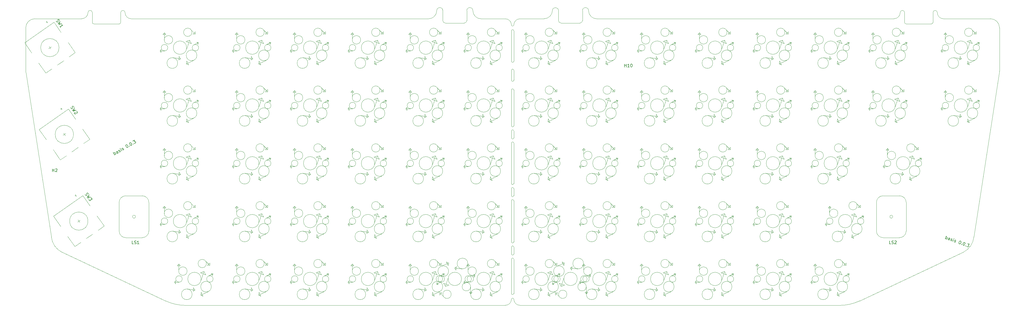
<source format=gbr>
G04 #@! TF.GenerationSoftware,KiCad,Pcbnew,(5.1.5-0-10_14)*
G04 #@! TF.CreationDate,2020-08-05T00:20:44-07:00*
G04 #@! TF.ProjectId,basis_combined_PROTON,62617369-735f-4636-9f6d-62696e65645f,rev?*
G04 #@! TF.SameCoordinates,Original*
G04 #@! TF.FileFunction,Legend,Top*
G04 #@! TF.FilePolarity,Positive*
%FSLAX46Y46*%
G04 Gerber Fmt 4.6, Leading zero omitted, Abs format (unit mm)*
G04 Created by KiCad (PCBNEW (5.1.5-0-10_14)) date 2020-08-05 00:20:44*
%MOMM*%
%LPD*%
G04 APERTURE LIST*
%ADD10C,0.100000*%
%ADD11C,0.150000*%
%ADD12C,0.120000*%
G04 APERTURE END LIST*
D10*
X-123824375Y-116507500D02*
G75*
G02X-120824375Y-113507500I3000000J0D01*
G01*
X193855625Y-113507500D02*
G75*
G02X196855625Y-116507500I0J-3000000D01*
G01*
X144055625Y-207957499D02*
G75*
G03X150814190Y-206469023I28566J15958475D01*
G01*
X-71044375Y-207957499D02*
G75*
G02X-77802940Y-206469023I-28566J15958475D01*
G01*
X-123824375Y-130787500D02*
G75*
G03X-123788921Y-131207500I2505453J-1D01*
G01*
X196845625Y-130807500D02*
G75*
G02X196810171Y-131227500I-2505453J-1D01*
G01*
X184953082Y-190431995D02*
G75*
G03X188415624Y-185387499I-2817457J5644495D01*
G01*
X-111934375Y-190427500D02*
G75*
G02X-115396917Y-185383004I2817457J5644495D01*
G01*
X-89079308Y-113534373D02*
G75*
G02X-91119308Y-111494373I0J2040000D01*
G01*
X-103332251Y-111461252D02*
G75*
G02X-105372251Y-113501252I-2040000J0D01*
G01*
X-92559375Y-111484375D02*
G75*
G02X-91119308Y-111494373I720068J1D01*
G01*
X-103332251Y-111461252D02*
G75*
G02X-101909375Y-111484375I711626J1D01*
G01*
X178415624Y-113537498D02*
G75*
G02X176375624Y-111497498I0J2040000D01*
G01*
X164144306Y-111474377D02*
G75*
G02X162104306Y-113514377I-2040000J0D01*
G01*
X174935564Y-111484380D02*
G75*
G02X176375624Y-111497498I720061J-3119D01*
G01*
X164144306Y-111474377D02*
G75*
G02X165584375Y-111484375I720069J1D01*
G01*
X64215625Y-113537500D02*
G75*
G02X61515625Y-110837500I0J2700000D01*
G01*
X49623602Y-110727275D02*
G75*
G02X46823602Y-113527275I-2800000J0D01*
G01*
X59516865Y-110787718D02*
G75*
G02X61515625Y-110837500I998760J-49782D01*
G01*
X49623602Y-110727275D02*
G75*
G02X51612500Y-110787500I992023J-110225D01*
G01*
X26115625Y-113537500D02*
G75*
G02X23415625Y-110837500I0J2700000D01*
G01*
X11515625Y-110837500D02*
G75*
G02X8815625Y-113537500I-2700000J0D01*
G01*
X11517497Y-110837500D02*
G75*
G02X13512500Y-110787500I998128J0D01*
G01*
X21416865Y-110787718D02*
G75*
G02X23415625Y-110837500I998760J-49782D01*
G01*
X36915625Y-115537500D02*
G75*
G02X38915625Y-113537500I2000000J0D01*
G01*
X34115625Y-113537500D02*
G75*
G02X36115625Y-115537500I0J-2000000D01*
G01*
X38915625Y-207937500D02*
G75*
G02X36915625Y-205937500I0J2000000D01*
G01*
X36115625Y-205937500D02*
G75*
G02X34115625Y-207937500I-2000000J0D01*
G01*
X36115625Y-205937500D02*
G75*
G02X36915625Y-205937500I400000J0D01*
G01*
X36915625Y-115537500D02*
G75*
G02X36115625Y-115537500I-400000J0D01*
G01*
X150814190Y-206469023D02*
X184953082Y-190431995D01*
X8815625Y-113537500D02*
X-89079308Y-113534373D01*
X-105372251Y-113501252D02*
X-118268750Y-113506250D01*
X36900000Y-204000000D02*
G75*
G02X36100000Y-204000000I-400000J0D01*
G01*
X36100000Y-192750000D02*
G75*
G02X36900000Y-192750000I400000J0D01*
G01*
X36900000Y-191000000D02*
G75*
G02X36100000Y-191000000I-400000J0D01*
G01*
X36100000Y-188750000D02*
G75*
G02X36900000Y-188750000I400000J0D01*
G01*
X36900000Y-187000000D02*
G75*
G02X36100000Y-187000000I-400000J0D01*
G01*
X36100000Y-173500000D02*
G75*
G02X36900000Y-173500000I400000J0D01*
G01*
X36900000Y-171750000D02*
G75*
G02X36100000Y-171750000I-400000J0D01*
G01*
X36100000Y-169500000D02*
G75*
G02X36900000Y-169500000I400000J0D01*
G01*
X36900000Y-167750000D02*
G75*
G02X36100000Y-167750000I-400000J0D01*
G01*
X36100000Y-154500000D02*
G75*
G02X36900000Y-154500000I400000J0D01*
G01*
X36900000Y-152750000D02*
G75*
G02X36100000Y-152750000I-400000J0D01*
G01*
X36100000Y-150500000D02*
G75*
G02X36900000Y-150500000I400000J0D01*
G01*
X36900000Y-148750000D02*
G75*
G02X36100000Y-148750000I-400000J0D01*
G01*
X36100000Y-137000000D02*
G75*
G02X36900000Y-137000000I400000J0D01*
G01*
X36900000Y-133750000D02*
G75*
G02X36100000Y-133750000I-400000J0D01*
G01*
X36100000Y-130500000D02*
G75*
G02X36900000Y-130500000I400000J0D01*
G01*
X36900000Y-127500000D02*
G75*
G02X36100000Y-127500000I-400000J0D01*
G01*
X36100000Y-117500000D02*
G75*
G02X36900000Y-117500000I400000J0D01*
G01*
X36100000Y-133750000D02*
X36100000Y-130500000D01*
X36900000Y-130500000D02*
X36900000Y-133750000D01*
X36100000Y-152750000D02*
X36100000Y-150500000D01*
X36900000Y-150500000D02*
X36900000Y-152750000D01*
X36100000Y-171750000D02*
X36100000Y-169500000D01*
X36900000Y-169500000D02*
X36900000Y-171750000D01*
X36100000Y-191000000D02*
X36100000Y-188750000D01*
X36900000Y-188750000D02*
X36900000Y-191000000D01*
X36900000Y-192750000D02*
X36900000Y-204000000D01*
X36100000Y-204000000D02*
X36100000Y-192750000D01*
X36100000Y-187000000D02*
X36100000Y-173500000D01*
X36900000Y-173500000D02*
X36900000Y-187000000D01*
X36900000Y-167750000D02*
X36900000Y-154500000D01*
X36100000Y-154500000D02*
X36100000Y-167750000D01*
X36100000Y-148750000D02*
X36100000Y-137000000D01*
X36900000Y-137000000D02*
X36900000Y-148750000D01*
X36900000Y-127500000D02*
X36900000Y-117500000D01*
X36100000Y-117500000D02*
X36100000Y-127500000D01*
D11*
X179045881Y-185985143D02*
X179387901Y-185045450D01*
X179257607Y-185403428D02*
X179363389Y-185391255D01*
X179542378Y-185456401D01*
X179615586Y-185533722D01*
X179644046Y-185594756D01*
X179656220Y-185700537D01*
X179558500Y-185969021D01*
X179481179Y-186042228D01*
X179420145Y-186070689D01*
X179314364Y-186082863D01*
X179135375Y-186017716D01*
X179062167Y-185940396D01*
X180298804Y-186441170D02*
X180477958Y-185948950D01*
X180465784Y-185843169D01*
X180392576Y-185765848D01*
X180213587Y-185700701D01*
X180107805Y-185712875D01*
X180315091Y-186396423D02*
X180209310Y-186408596D01*
X179985573Y-186327163D01*
X179912365Y-186249842D01*
X179900191Y-186144061D01*
X179932765Y-186054567D01*
X180010085Y-185981359D01*
X180115867Y-185969185D01*
X180339603Y-186050618D01*
X180445384Y-186038444D01*
X180717816Y-186543003D02*
X180791024Y-186620323D01*
X180970013Y-186685470D01*
X181075794Y-186673296D01*
X181153115Y-186600088D01*
X181169402Y-186555341D01*
X181157228Y-186449560D01*
X181084020Y-186372239D01*
X180949778Y-186323379D01*
X180876570Y-186246058D01*
X180864396Y-186140277D01*
X180880683Y-186095530D01*
X180958004Y-186022322D01*
X181063785Y-186010148D01*
X181198027Y-186059008D01*
X181271234Y-186136329D01*
X181506980Y-186880910D02*
X181734994Y-186254448D01*
X181849000Y-185941217D02*
X181787967Y-185969678D01*
X181816427Y-186030712D01*
X181877461Y-186002251D01*
X181849000Y-185941217D01*
X181816427Y-186030712D01*
X181925992Y-186982743D02*
X181999200Y-187060063D01*
X182178189Y-187125210D01*
X182283971Y-187113036D01*
X182361291Y-187039828D01*
X182377578Y-186995081D01*
X182365404Y-186889300D01*
X182292196Y-186811979D01*
X182157954Y-186763119D01*
X182084746Y-186685799D01*
X182072572Y-186580017D01*
X182088859Y-186535270D01*
X182166180Y-186462062D01*
X182271961Y-186449888D01*
X182406203Y-186498748D01*
X182479411Y-186576069D01*
X183952122Y-186706691D02*
X184041617Y-186739264D01*
X184114824Y-186816585D01*
X184143285Y-186877619D01*
X184155459Y-186983400D01*
X184135060Y-187178676D01*
X184053626Y-187402412D01*
X183943732Y-187565115D01*
X183866412Y-187638322D01*
X183805378Y-187666783D01*
X183699596Y-187678957D01*
X183610102Y-187646384D01*
X183536894Y-187569063D01*
X183508433Y-187508029D01*
X183496260Y-187402248D01*
X183516659Y-187206972D01*
X183598092Y-186983236D01*
X183707986Y-186820533D01*
X183785307Y-186747326D01*
X183846341Y-186718865D01*
X183952122Y-186706691D01*
X184358632Y-187817476D02*
X184387092Y-187878510D01*
X184326058Y-187906970D01*
X184297598Y-187845937D01*
X184358632Y-187817476D01*
X184326058Y-187906970D01*
X185294540Y-187195291D02*
X185384035Y-187227865D01*
X185457242Y-187305185D01*
X185485703Y-187366219D01*
X185497877Y-187472000D01*
X185477478Y-187667276D01*
X185396044Y-187891012D01*
X185286150Y-188053715D01*
X185208830Y-188126923D01*
X185147796Y-188155383D01*
X185042014Y-188167557D01*
X184952520Y-188134984D01*
X184879312Y-188057663D01*
X184850851Y-187996629D01*
X184838678Y-187890848D01*
X184859077Y-187695572D01*
X184940510Y-187471836D01*
X185050404Y-187309134D01*
X185127725Y-187235926D01*
X185188759Y-187207465D01*
X185294540Y-187195291D01*
X185701050Y-188306076D02*
X185729510Y-188367110D01*
X185668476Y-188395571D01*
X185640016Y-188334537D01*
X185701050Y-188306076D01*
X185668476Y-188395571D01*
X186368475Y-187586171D02*
X186950189Y-187797898D01*
X186506665Y-188041870D01*
X186640907Y-188090730D01*
X186714114Y-188168050D01*
X186742575Y-188229084D01*
X186754749Y-188334865D01*
X186673316Y-188558602D01*
X186595995Y-188631810D01*
X186534961Y-188660270D01*
X186429180Y-188672444D01*
X186160696Y-188574724D01*
X186087488Y-188497403D01*
X186059028Y-188436369D01*
X-94519161Y-158363648D02*
X-95019161Y-157497622D01*
X-94828684Y-157827537D02*
X-94770015Y-157738679D01*
X-94605058Y-157643440D01*
X-94498770Y-157637061D01*
X-94433721Y-157654491D01*
X-94344863Y-157713160D01*
X-94202006Y-157960595D01*
X-94195626Y-158066884D01*
X-94213056Y-158131932D01*
X-94271725Y-158220791D01*
X-94436682Y-158316029D01*
X-94542970Y-158322409D01*
X-93364460Y-157696981D02*
X-93626365Y-157243349D01*
X-93715223Y-157184680D01*
X-93821511Y-157191060D01*
X-93986469Y-157286298D01*
X-94045138Y-157375156D01*
X-93388270Y-157655742D02*
X-93446939Y-157744600D01*
X-93653135Y-157863648D01*
X-93759423Y-157870028D01*
X-93848282Y-157811359D01*
X-93895901Y-157728880D01*
X-93902281Y-157622592D01*
X-93843611Y-157533733D01*
X-93637415Y-157414686D01*
X-93578746Y-157325827D01*
X-93017116Y-157441456D02*
X-92910828Y-157435076D01*
X-92745871Y-157339838D01*
X-92687201Y-157250980D01*
X-92693581Y-157144692D01*
X-92717391Y-157103453D01*
X-92806249Y-157044783D01*
X-92912537Y-157051163D01*
X-93036255Y-157122592D01*
X-93142543Y-157128972D01*
X-93231402Y-157070302D01*
X-93255211Y-157029063D01*
X-93261591Y-156922775D01*
X-93202922Y-156833917D01*
X-93079204Y-156762488D01*
X-92972916Y-156756108D01*
X-92250999Y-157054124D02*
X-92584332Y-156476774D01*
X-92750999Y-156188099D02*
X-92768429Y-156253148D01*
X-92703380Y-156270577D01*
X-92685950Y-156205528D01*
X-92750999Y-156188099D01*
X-92703380Y-156270577D01*
X-91903655Y-156798599D02*
X-91797367Y-156792219D01*
X-91632409Y-156696981D01*
X-91573740Y-156608123D01*
X-91580120Y-156501835D01*
X-91603929Y-156460595D01*
X-91692788Y-156401926D01*
X-91799076Y-156408306D01*
X-91922794Y-156479735D01*
X-92029082Y-156486114D01*
X-92117940Y-156427445D01*
X-92141750Y-156386206D01*
X-92148130Y-156279918D01*
X-92089461Y-156191060D01*
X-91965743Y-156119631D01*
X-91859454Y-156113251D01*
X-90812752Y-155069051D02*
X-90730273Y-155021432D01*
X-90623985Y-155015052D01*
X-90558936Y-155032482D01*
X-90470078Y-155091151D01*
X-90333600Y-155232299D01*
X-90214553Y-155438495D01*
X-90160554Y-155627262D01*
X-90154174Y-155733550D01*
X-90171604Y-155798599D01*
X-90230273Y-155887457D01*
X-90312752Y-155935076D01*
X-90419040Y-155941456D01*
X-90484088Y-155924026D01*
X-90572947Y-155865357D01*
X-90709424Y-155724210D01*
X-90828472Y-155518013D01*
X-90882471Y-155329246D01*
X-90888850Y-155222958D01*
X-90871421Y-155157909D01*
X-90812752Y-155069051D01*
X-89700542Y-155471645D02*
X-89635493Y-155489075D01*
X-89652923Y-155554124D01*
X-89717971Y-155536694D01*
X-89700542Y-155471645D01*
X-89652923Y-155554124D01*
X-89575572Y-154354765D02*
X-89493094Y-154307146D01*
X-89386806Y-154300767D01*
X-89321757Y-154318196D01*
X-89232898Y-154376865D01*
X-89096421Y-154518013D01*
X-88977373Y-154724210D01*
X-88923375Y-154912976D01*
X-88916995Y-155019265D01*
X-88934425Y-155084313D01*
X-88993094Y-155173172D01*
X-89075572Y-155220791D01*
X-89181861Y-155227170D01*
X-89246909Y-155209741D01*
X-89335768Y-155151072D01*
X-89472245Y-155009924D01*
X-89591293Y-154803727D01*
X-89645292Y-154614961D01*
X-89651671Y-154508673D01*
X-89634241Y-154443624D01*
X-89575572Y-154354765D01*
X-88463363Y-154757360D02*
X-88398314Y-154774790D01*
X-88415744Y-154839838D01*
X-88480792Y-154822409D01*
X-88463363Y-154757360D01*
X-88415744Y-154839838D01*
X-88585829Y-153783337D02*
X-88049718Y-153473813D01*
X-88147917Y-153970394D01*
X-88024199Y-153898966D01*
X-87917911Y-153892586D01*
X-87852862Y-153910016D01*
X-87764004Y-153968685D01*
X-87644956Y-154174881D01*
X-87638576Y-154281169D01*
X-87656006Y-154346218D01*
X-87714675Y-154435076D01*
X-87962111Y-154577934D01*
X-88068399Y-154584313D01*
X-88133448Y-154566884D01*
D10*
X26115625Y-113537500D02*
X33337500Y-113537500D01*
X64215625Y-113537500D02*
X162104306Y-113514377D01*
X46823602Y-113527275D02*
X39687500Y-113537500D01*
X178415624Y-113537498D02*
X193855625Y-113507500D01*
X39687500Y-113537500D02*
X38915625Y-113537500D01*
X196855625Y-116507500D02*
X196845625Y-130807500D01*
X196810171Y-131227500D02*
X188415624Y-185387499D01*
X38915625Y-207937500D02*
X144055625Y-207957500D01*
X-77802940Y-206469023D02*
X-111934375Y-190427500D01*
X34115625Y-207937500D02*
X-71044375Y-207957500D01*
X-123788921Y-131207500D02*
X-115396917Y-185383004D01*
X-123824375Y-116507500D02*
X-123824375Y-130787500D01*
X33337500Y-113537500D02*
X34115625Y-113537500D01*
X-118268750Y-113506250D02*
X-120824375Y-113507500D01*
D12*
X161715625Y-178737500D02*
G75*
G03X161715625Y-178737500I-500000J0D01*
G01*
X166115625Y-174037500D02*
X166115625Y-183437500D01*
X158515625Y-171837500D02*
X163915625Y-171837500D01*
X156315625Y-183437500D02*
X156315625Y-174037500D01*
X163915625Y-185637500D02*
X158515625Y-185637500D01*
X166115625Y-183437500D02*
G75*
G02X163915625Y-185637500I-2200000J0D01*
G01*
X163915625Y-171837500D02*
G75*
G02X166115625Y-174037500I0J-2200000D01*
G01*
X156315625Y-174037500D02*
G75*
G02X158515625Y-171837500I2200000J0D01*
G01*
X158515625Y-185637500D02*
G75*
G02X156315625Y-183437500I0J2200000D01*
G01*
X-87684375Y-178737500D02*
G75*
G03X-87684375Y-178737500I-500000J0D01*
G01*
X-83284375Y-174037500D02*
X-83284375Y-183437500D01*
X-90884375Y-171837500D02*
X-85484375Y-171837500D01*
X-93084375Y-183437500D02*
X-93084375Y-174037500D01*
X-85484375Y-185637500D02*
X-90884375Y-185637500D01*
X-83284375Y-183437500D02*
G75*
G02X-85484375Y-185637500I-2200000J0D01*
G01*
X-85484375Y-171837500D02*
G75*
G02X-83284375Y-174037500I0J-2200000D01*
G01*
X-93084375Y-174037500D02*
G75*
G02X-90884375Y-171837500I2200000J0D01*
G01*
X-90884375Y-185637500D02*
G75*
G02X-93084375Y-183437500I0J2200000D01*
G01*
X-103362500Y-180181250D02*
G75*
G03X-103362500Y-180181250I-3000000J0D01*
G01*
X-100382350Y-178435453D02*
X-98030687Y-181793976D01*
X-107696681Y-188562178D02*
X-110048344Y-185203655D01*
X-112342650Y-181927047D02*
X-114694313Y-178568524D01*
X-102676656Y-175158845D02*
X-105028319Y-171800322D01*
X-105028319Y-171800322D02*
X-114694313Y-178568524D01*
X-107551546Y-171858019D02*
X-107477873Y-171440201D01*
X-107477873Y-171440201D02*
X-107133727Y-171931692D01*
X-107133727Y-171931692D02*
X-107551546Y-171858019D01*
X-98030687Y-181793976D02*
X-99996652Y-183170560D01*
X-101798786Y-184432428D02*
X-103928581Y-185923727D01*
X-105730716Y-187185595D02*
X-107696681Y-188562178D01*
X-105952924Y-179894462D02*
X-106772076Y-180468038D01*
X-106649288Y-179771674D02*
X-106075712Y-180590826D01*
X-70845000Y-180188097D02*
G75*
G03X-70845000Y-180188097I-2200000J0D01*
G01*
X-70825000Y-180571250D02*
X-69935000Y-177731250D01*
X-69935000Y-177731250D02*
X-71075000Y-178141250D01*
X-71075000Y-178141250D02*
X-69315000Y-178761250D01*
X-69315000Y-178761250D02*
X-69915000Y-177731250D01*
X-66899491Y-180201250D02*
G75*
G03X-66899491Y-180201250I-1055509J0D01*
G01*
X-77071387Y-180191250D02*
G75*
G03X-77071387Y-180191250I-1053613J0D01*
G01*
X-75448169Y-177611250D02*
G75*
G03X-75448169Y-177611250I-1386831J0D01*
G01*
X-69109350Y-175121250D02*
G75*
G03X-69109350Y-175121250I-1365650J0D01*
G01*
X-68475000Y-179261250D02*
X-66995000Y-178441250D01*
X-66995000Y-178441250D02*
X-67115000Y-179041250D01*
X-67115000Y-179041250D02*
X-67545000Y-178341250D01*
X-67545000Y-178341250D02*
X-66995000Y-178441250D01*
X-69545000Y-174101250D02*
X-68065000Y-175641250D01*
X-68065000Y-175641250D02*
X-68825000Y-175641250D01*
X-68825000Y-175641250D02*
X-68025000Y-174901250D01*
X-68025000Y-174901250D02*
X-68025000Y-175641250D01*
X-78235000Y-177621250D02*
X-78195000Y-175251250D01*
X-78195000Y-175251250D02*
X-78705000Y-175811250D01*
X-78705000Y-175811250D02*
X-77735000Y-175811250D01*
X-77735000Y-175811250D02*
X-78175000Y-175271250D01*
X-78155000Y-181251250D02*
X-79645000Y-181251250D01*
X-79635000Y-181281250D02*
X-79295000Y-181741250D01*
X-79275000Y-181721250D02*
X-79295000Y-180721250D01*
X-79325000Y-180741250D02*
X-79665000Y-181261250D01*
X-73804290Y-185261250D02*
G75*
G03X-73804290Y-185261250I-1760710J0D01*
G01*
X-67469291Y-182731250D02*
G75*
G03X-67469291Y-182731250I-1752855J0D01*
G01*
X-68615000Y-184401250D02*
X-70955000Y-185491250D01*
X-70955000Y-185491250D02*
X-70835000Y-184581250D01*
X-70835000Y-184581250D02*
X-70275000Y-185821250D01*
X-70275000Y-185821250D02*
X-70975000Y-185491250D01*
X-75445000Y-183491250D02*
X-72915000Y-183781250D01*
X-72915000Y-183781250D02*
X-73505000Y-184251250D01*
X-73505000Y-184251250D02*
X-73365000Y-183061250D01*
X-73365000Y-183061250D02*
X-72915000Y-183761250D01*
X57782500Y-199224403D02*
G75*
G03X57782500Y-199224403I-2200000J0D01*
G01*
X53362500Y-198841250D02*
X52472500Y-201681250D01*
X52472500Y-201681250D02*
X53612500Y-201271250D01*
X53612500Y-201271250D02*
X51852500Y-200651250D01*
X51852500Y-200651250D02*
X52452500Y-201681250D01*
X51548009Y-199211250D02*
G75*
G03X51548009Y-199211250I-1055509J0D01*
G01*
X61716113Y-199221250D02*
G75*
G03X61716113Y-199221250I-1053613J0D01*
G01*
X60759331Y-201801250D02*
G75*
G03X60759331Y-201801250I-1386831J0D01*
G01*
X54378150Y-204291250D02*
G75*
G03X54378150Y-204291250I-1365650J0D01*
G01*
X51012500Y-200151250D02*
X49532500Y-200971250D01*
X49532500Y-200971250D02*
X49652500Y-200371250D01*
X49652500Y-200371250D02*
X50082500Y-201071250D01*
X50082500Y-201071250D02*
X49532500Y-200971250D01*
X52082500Y-205311250D02*
X50602500Y-203771250D01*
X50602500Y-203771250D02*
X51362500Y-203771250D01*
X51362500Y-203771250D02*
X50562500Y-204511250D01*
X50562500Y-204511250D02*
X50562500Y-203771250D01*
X60772500Y-201791250D02*
X60732500Y-204161250D01*
X60732500Y-204161250D02*
X61242500Y-203601250D01*
X61242500Y-203601250D02*
X60272500Y-203601250D01*
X60272500Y-203601250D02*
X60712500Y-204141250D01*
X60692500Y-198161250D02*
X62182500Y-198161250D01*
X62172500Y-198131250D02*
X61832500Y-197671250D01*
X61812500Y-197691250D02*
X61832500Y-198691250D01*
X61862500Y-198671250D02*
X62202500Y-198151250D01*
X59863210Y-194151250D02*
G75*
G03X59863210Y-194151250I-1760710J0D01*
G01*
X53512501Y-196681250D02*
G75*
G03X53512501Y-196681250I-1752855J0D01*
G01*
X51152500Y-195011250D02*
X53492500Y-193921250D01*
X53492500Y-193921250D02*
X53372500Y-194831250D01*
X53372500Y-194831250D02*
X52812500Y-193591250D01*
X52812500Y-193591250D02*
X53512500Y-193921250D01*
X57982500Y-195921250D02*
X55452500Y-195631250D01*
X55452500Y-195631250D02*
X56042500Y-195161250D01*
X56042500Y-195161250D02*
X55902500Y-196351250D01*
X55902500Y-196351250D02*
X55452500Y-195651250D01*
X-8932500Y-123038097D02*
G75*
G03X-8932500Y-123038097I-2200000J0D01*
G01*
X-8912500Y-123421250D02*
X-8022500Y-120581250D01*
X-8022500Y-120581250D02*
X-9162500Y-120991250D01*
X-9162500Y-120991250D02*
X-7402500Y-121611250D01*
X-7402500Y-121611250D02*
X-8002500Y-120581250D01*
X-4986991Y-123051250D02*
G75*
G03X-4986991Y-123051250I-1055509J0D01*
G01*
X-15158887Y-123041250D02*
G75*
G03X-15158887Y-123041250I-1053613J0D01*
G01*
X-13535669Y-120461250D02*
G75*
G03X-13535669Y-120461250I-1386831J0D01*
G01*
X-7196850Y-117971250D02*
G75*
G03X-7196850Y-117971250I-1365650J0D01*
G01*
X-6562500Y-122111250D02*
X-5082500Y-121291250D01*
X-5082500Y-121291250D02*
X-5202500Y-121891250D01*
X-5202500Y-121891250D02*
X-5632500Y-121191250D01*
X-5632500Y-121191250D02*
X-5082500Y-121291250D01*
X-7632500Y-116951250D02*
X-6152500Y-118491250D01*
X-6152500Y-118491250D02*
X-6912500Y-118491250D01*
X-6912500Y-118491250D02*
X-6112500Y-117751250D01*
X-6112500Y-117751250D02*
X-6112500Y-118491250D01*
X-16322500Y-120471250D02*
X-16282500Y-118101250D01*
X-16282500Y-118101250D02*
X-16792500Y-118661250D01*
X-16792500Y-118661250D02*
X-15822500Y-118661250D01*
X-15822500Y-118661250D02*
X-16262500Y-118121250D01*
X-16242500Y-124101250D02*
X-17732500Y-124101250D01*
X-17722500Y-124131250D02*
X-17382500Y-124591250D01*
X-17362500Y-124571250D02*
X-17382500Y-123571250D01*
X-17412500Y-123591250D02*
X-17752500Y-124111250D01*
X-11891790Y-128111250D02*
G75*
G03X-11891790Y-128111250I-1760710J0D01*
G01*
X-5556791Y-125581250D02*
G75*
G03X-5556791Y-125581250I-1752855J0D01*
G01*
X-6702500Y-127251250D02*
X-9042500Y-128341250D01*
X-9042500Y-128341250D02*
X-8922500Y-127431250D01*
X-8922500Y-127431250D02*
X-8362500Y-128671250D01*
X-8362500Y-128671250D02*
X-9062500Y-128341250D01*
X-13532500Y-126341250D02*
X-11002500Y-126631250D01*
X-11002500Y-126631250D02*
X-11592500Y-127101250D01*
X-11592500Y-127101250D02*
X-11452500Y-125911250D01*
X-11452500Y-125911250D02*
X-11002500Y-126611250D01*
X167280000Y-161138097D02*
G75*
G03X167280000Y-161138097I-2200000J0D01*
G01*
X167300000Y-161521250D02*
X168190000Y-158681250D01*
X168190000Y-158681250D02*
X167050000Y-159091250D01*
X167050000Y-159091250D02*
X168810000Y-159711250D01*
X168810000Y-159711250D02*
X168210000Y-158681250D01*
X171225509Y-161151250D02*
G75*
G03X171225509Y-161151250I-1055509J0D01*
G01*
X161053613Y-161141250D02*
G75*
G03X161053613Y-161141250I-1053613J0D01*
G01*
X162676831Y-158561250D02*
G75*
G03X162676831Y-158561250I-1386831J0D01*
G01*
X169015650Y-156071250D02*
G75*
G03X169015650Y-156071250I-1365650J0D01*
G01*
X169650000Y-160211250D02*
X171130000Y-159391250D01*
X171130000Y-159391250D02*
X171010000Y-159991250D01*
X171010000Y-159991250D02*
X170580000Y-159291250D01*
X170580000Y-159291250D02*
X171130000Y-159391250D01*
X168580000Y-155051250D02*
X170060000Y-156591250D01*
X170060000Y-156591250D02*
X169300000Y-156591250D01*
X169300000Y-156591250D02*
X170100000Y-155851250D01*
X170100000Y-155851250D02*
X170100000Y-156591250D01*
X159890000Y-158571250D02*
X159930000Y-156201250D01*
X159930000Y-156201250D02*
X159420000Y-156761250D01*
X159420000Y-156761250D02*
X160390000Y-156761250D01*
X160390000Y-156761250D02*
X159950000Y-156221250D01*
X159970000Y-162201250D02*
X158480000Y-162201250D01*
X158490000Y-162231250D02*
X158830000Y-162691250D01*
X158850000Y-162671250D02*
X158830000Y-161671250D01*
X158800000Y-161691250D02*
X158460000Y-162211250D01*
X164320710Y-166211250D02*
G75*
G03X164320710Y-166211250I-1760710J0D01*
G01*
X170655709Y-163681250D02*
G75*
G03X170655709Y-163681250I-1752855J0D01*
G01*
X169510000Y-165351250D02*
X167170000Y-166441250D01*
X167170000Y-166441250D02*
X167290000Y-165531250D01*
X167290000Y-165531250D02*
X167850000Y-166771250D01*
X167850000Y-166771250D02*
X167150000Y-166441250D01*
X162680000Y-164441250D02*
X165210000Y-164731250D01*
X165210000Y-164731250D02*
X164620000Y-165201250D01*
X164620000Y-165201250D02*
X164760000Y-164011250D01*
X164760000Y-164011250D02*
X165210000Y-164711250D01*
X186330000Y-142088097D02*
G75*
G03X186330000Y-142088097I-2200000J0D01*
G01*
X186350000Y-142471250D02*
X187240000Y-139631250D01*
X187240000Y-139631250D02*
X186100000Y-140041250D01*
X186100000Y-140041250D02*
X187860000Y-140661250D01*
X187860000Y-140661250D02*
X187260000Y-139631250D01*
X190275509Y-142101250D02*
G75*
G03X190275509Y-142101250I-1055509J0D01*
G01*
X180103613Y-142091250D02*
G75*
G03X180103613Y-142091250I-1053613J0D01*
G01*
X181726831Y-139511250D02*
G75*
G03X181726831Y-139511250I-1386831J0D01*
G01*
X188065650Y-137021250D02*
G75*
G03X188065650Y-137021250I-1365650J0D01*
G01*
X188700000Y-141161250D02*
X190180000Y-140341250D01*
X190180000Y-140341250D02*
X190060000Y-140941250D01*
X190060000Y-140941250D02*
X189630000Y-140241250D01*
X189630000Y-140241250D02*
X190180000Y-140341250D01*
X187630000Y-136001250D02*
X189110000Y-137541250D01*
X189110000Y-137541250D02*
X188350000Y-137541250D01*
X188350000Y-137541250D02*
X189150000Y-136801250D01*
X189150000Y-136801250D02*
X189150000Y-137541250D01*
X178940000Y-139521250D02*
X178980000Y-137151250D01*
X178980000Y-137151250D02*
X178470000Y-137711250D01*
X178470000Y-137711250D02*
X179440000Y-137711250D01*
X179440000Y-137711250D02*
X179000000Y-137171250D01*
X179020000Y-143151250D02*
X177530000Y-143151250D01*
X177540000Y-143181250D02*
X177880000Y-143641250D01*
X177900000Y-143621250D02*
X177880000Y-142621250D01*
X177850000Y-142641250D02*
X177510000Y-143161250D01*
X183370710Y-147161250D02*
G75*
G03X183370710Y-147161250I-1760710J0D01*
G01*
X189705709Y-144631250D02*
G75*
G03X189705709Y-144631250I-1752855J0D01*
G01*
X188560000Y-146301250D02*
X186220000Y-147391250D01*
X186220000Y-147391250D02*
X186340000Y-146481250D01*
X186340000Y-146481250D02*
X186900000Y-147721250D01*
X186900000Y-147721250D02*
X186200000Y-147391250D01*
X181730000Y-145391250D02*
X184260000Y-145681250D01*
X184260000Y-145681250D02*
X183670000Y-146151250D01*
X183670000Y-146151250D02*
X183810000Y-144961250D01*
X183810000Y-144961250D02*
X184260000Y-145661250D01*
X186330000Y-123038097D02*
G75*
G03X186330000Y-123038097I-2200000J0D01*
G01*
X186350000Y-123421250D02*
X187240000Y-120581250D01*
X187240000Y-120581250D02*
X186100000Y-120991250D01*
X186100000Y-120991250D02*
X187860000Y-121611250D01*
X187860000Y-121611250D02*
X187260000Y-120581250D01*
X190275509Y-123051250D02*
G75*
G03X190275509Y-123051250I-1055509J0D01*
G01*
X180103613Y-123041250D02*
G75*
G03X180103613Y-123041250I-1053613J0D01*
G01*
X181726831Y-120461250D02*
G75*
G03X181726831Y-120461250I-1386831J0D01*
G01*
X188065650Y-117971250D02*
G75*
G03X188065650Y-117971250I-1365650J0D01*
G01*
X188700000Y-122111250D02*
X190180000Y-121291250D01*
X190180000Y-121291250D02*
X190060000Y-121891250D01*
X190060000Y-121891250D02*
X189630000Y-121191250D01*
X189630000Y-121191250D02*
X190180000Y-121291250D01*
X187630000Y-116951250D02*
X189110000Y-118491250D01*
X189110000Y-118491250D02*
X188350000Y-118491250D01*
X188350000Y-118491250D02*
X189150000Y-117751250D01*
X189150000Y-117751250D02*
X189150000Y-118491250D01*
X178940000Y-120471250D02*
X178980000Y-118101250D01*
X178980000Y-118101250D02*
X178470000Y-118661250D01*
X178470000Y-118661250D02*
X179440000Y-118661250D01*
X179440000Y-118661250D02*
X179000000Y-118121250D01*
X179020000Y-124101250D02*
X177530000Y-124101250D01*
X177540000Y-124131250D02*
X177880000Y-124591250D01*
X177900000Y-124571250D02*
X177880000Y-123571250D01*
X177850000Y-123591250D02*
X177510000Y-124111250D01*
X183370710Y-128111250D02*
G75*
G03X183370710Y-128111250I-1760710J0D01*
G01*
X189705709Y-125581250D02*
G75*
G03X189705709Y-125581250I-1752855J0D01*
G01*
X188560000Y-127251250D02*
X186220000Y-128341250D01*
X186220000Y-128341250D02*
X186340000Y-127431250D01*
X186340000Y-127431250D02*
X186900000Y-128671250D01*
X186900000Y-128671250D02*
X186200000Y-128341250D01*
X181730000Y-126341250D02*
X184260000Y-126631250D01*
X184260000Y-126631250D02*
X183670000Y-127101250D01*
X183670000Y-127101250D02*
X183810000Y-125911250D01*
X183810000Y-125911250D02*
X184260000Y-126611250D01*
X148230000Y-180188097D02*
G75*
G03X148230000Y-180188097I-2200000J0D01*
G01*
X148250000Y-180571250D02*
X149140000Y-177731250D01*
X149140000Y-177731250D02*
X148000000Y-178141250D01*
X148000000Y-178141250D02*
X149760000Y-178761250D01*
X149760000Y-178761250D02*
X149160000Y-177731250D01*
X152175509Y-180201250D02*
G75*
G03X152175509Y-180201250I-1055509J0D01*
G01*
X142003613Y-180191250D02*
G75*
G03X142003613Y-180191250I-1053613J0D01*
G01*
X143626831Y-177611250D02*
G75*
G03X143626831Y-177611250I-1386831J0D01*
G01*
X149965650Y-175121250D02*
G75*
G03X149965650Y-175121250I-1365650J0D01*
G01*
X150600000Y-179261250D02*
X152080000Y-178441250D01*
X152080000Y-178441250D02*
X151960000Y-179041250D01*
X151960000Y-179041250D02*
X151530000Y-178341250D01*
X151530000Y-178341250D02*
X152080000Y-178441250D01*
X149530000Y-174101250D02*
X151010000Y-175641250D01*
X151010000Y-175641250D02*
X150250000Y-175641250D01*
X150250000Y-175641250D02*
X151050000Y-174901250D01*
X151050000Y-174901250D02*
X151050000Y-175641250D01*
X140840000Y-177621250D02*
X140880000Y-175251250D01*
X140880000Y-175251250D02*
X140370000Y-175811250D01*
X140370000Y-175811250D02*
X141340000Y-175811250D01*
X141340000Y-175811250D02*
X140900000Y-175271250D01*
X140920000Y-181251250D02*
X139430000Y-181251250D01*
X139440000Y-181281250D02*
X139780000Y-181741250D01*
X139800000Y-181721250D02*
X139780000Y-180721250D01*
X139750000Y-180741250D02*
X139410000Y-181261250D01*
X145270710Y-185261250D02*
G75*
G03X145270710Y-185261250I-1760710J0D01*
G01*
X151605709Y-182731250D02*
G75*
G03X151605709Y-182731250I-1752855J0D01*
G01*
X150460000Y-184401250D02*
X148120000Y-185491250D01*
X148120000Y-185491250D02*
X148240000Y-184581250D01*
X148240000Y-184581250D02*
X148800000Y-185821250D01*
X148800000Y-185821250D02*
X148100000Y-185491250D01*
X143630000Y-183491250D02*
X146160000Y-183781250D01*
X146160000Y-183781250D02*
X145570000Y-184251250D01*
X145570000Y-184251250D02*
X145710000Y-183061250D01*
X145710000Y-183061250D02*
X146160000Y-183761250D01*
X124417500Y-123038097D02*
G75*
G03X124417500Y-123038097I-2200000J0D01*
G01*
X124437500Y-123421250D02*
X125327500Y-120581250D01*
X125327500Y-120581250D02*
X124187500Y-120991250D01*
X124187500Y-120991250D02*
X125947500Y-121611250D01*
X125947500Y-121611250D02*
X125347500Y-120581250D01*
X128363009Y-123051250D02*
G75*
G03X128363009Y-123051250I-1055509J0D01*
G01*
X118191113Y-123041250D02*
G75*
G03X118191113Y-123041250I-1053613J0D01*
G01*
X119814331Y-120461250D02*
G75*
G03X119814331Y-120461250I-1386831J0D01*
G01*
X126153150Y-117971250D02*
G75*
G03X126153150Y-117971250I-1365650J0D01*
G01*
X126787500Y-122111250D02*
X128267500Y-121291250D01*
X128267500Y-121291250D02*
X128147500Y-121891250D01*
X128147500Y-121891250D02*
X127717500Y-121191250D01*
X127717500Y-121191250D02*
X128267500Y-121291250D01*
X125717500Y-116951250D02*
X127197500Y-118491250D01*
X127197500Y-118491250D02*
X126437500Y-118491250D01*
X126437500Y-118491250D02*
X127237500Y-117751250D01*
X127237500Y-117751250D02*
X127237500Y-118491250D01*
X117027500Y-120471250D02*
X117067500Y-118101250D01*
X117067500Y-118101250D02*
X116557500Y-118661250D01*
X116557500Y-118661250D02*
X117527500Y-118661250D01*
X117527500Y-118661250D02*
X117087500Y-118121250D01*
X117107500Y-124101250D02*
X115617500Y-124101250D01*
X115627500Y-124131250D02*
X115967500Y-124591250D01*
X115987500Y-124571250D02*
X115967500Y-123571250D01*
X115937500Y-123591250D02*
X115597500Y-124111250D01*
X121458210Y-128111250D02*
G75*
G03X121458210Y-128111250I-1760710J0D01*
G01*
X127793209Y-125581250D02*
G75*
G03X127793209Y-125581250I-1752855J0D01*
G01*
X126647500Y-127251250D02*
X124307500Y-128341250D01*
X124307500Y-128341250D02*
X124427500Y-127431250D01*
X124427500Y-127431250D02*
X124987500Y-128671250D01*
X124987500Y-128671250D02*
X124287500Y-128341250D01*
X119817500Y-126341250D02*
X122347500Y-126631250D01*
X122347500Y-126631250D02*
X121757500Y-127101250D01*
X121757500Y-127101250D02*
X121897500Y-125911250D01*
X121897500Y-125911250D02*
X122347500Y-126611250D01*
X105367500Y-180188097D02*
G75*
G03X105367500Y-180188097I-2200000J0D01*
G01*
X105387500Y-180571250D02*
X106277500Y-177731250D01*
X106277500Y-177731250D02*
X105137500Y-178141250D01*
X105137500Y-178141250D02*
X106897500Y-178761250D01*
X106897500Y-178761250D02*
X106297500Y-177731250D01*
X109313009Y-180201250D02*
G75*
G03X109313009Y-180201250I-1055509J0D01*
G01*
X99141113Y-180191250D02*
G75*
G03X99141113Y-180191250I-1053613J0D01*
G01*
X100764331Y-177611250D02*
G75*
G03X100764331Y-177611250I-1386831J0D01*
G01*
X107103150Y-175121250D02*
G75*
G03X107103150Y-175121250I-1365650J0D01*
G01*
X107737500Y-179261250D02*
X109217500Y-178441250D01*
X109217500Y-178441250D02*
X109097500Y-179041250D01*
X109097500Y-179041250D02*
X108667500Y-178341250D01*
X108667500Y-178341250D02*
X109217500Y-178441250D01*
X106667500Y-174101250D02*
X108147500Y-175641250D01*
X108147500Y-175641250D02*
X107387500Y-175641250D01*
X107387500Y-175641250D02*
X108187500Y-174901250D01*
X108187500Y-174901250D02*
X108187500Y-175641250D01*
X97977500Y-177621250D02*
X98017500Y-175251250D01*
X98017500Y-175251250D02*
X97507500Y-175811250D01*
X97507500Y-175811250D02*
X98477500Y-175811250D01*
X98477500Y-175811250D02*
X98037500Y-175271250D01*
X98057500Y-181251250D02*
X96567500Y-181251250D01*
X96577500Y-181281250D02*
X96917500Y-181741250D01*
X96937500Y-181721250D02*
X96917500Y-180721250D01*
X96887500Y-180741250D02*
X96547500Y-181261250D01*
X102408210Y-185261250D02*
G75*
G03X102408210Y-185261250I-1760710J0D01*
G01*
X108743209Y-182731250D02*
G75*
G03X108743209Y-182731250I-1752855J0D01*
G01*
X107597500Y-184401250D02*
X105257500Y-185491250D01*
X105257500Y-185491250D02*
X105377500Y-184581250D01*
X105377500Y-184581250D02*
X105937500Y-185821250D01*
X105937500Y-185821250D02*
X105237500Y-185491250D01*
X100767500Y-183491250D02*
X103297500Y-183781250D01*
X103297500Y-183781250D02*
X102707500Y-184251250D01*
X102707500Y-184251250D02*
X102847500Y-183061250D01*
X102847500Y-183061250D02*
X103297500Y-183761250D01*
X86317500Y-180188097D02*
G75*
G03X86317500Y-180188097I-2200000J0D01*
G01*
X86337500Y-180571250D02*
X87227500Y-177731250D01*
X87227500Y-177731250D02*
X86087500Y-178141250D01*
X86087500Y-178141250D02*
X87847500Y-178761250D01*
X87847500Y-178761250D02*
X87247500Y-177731250D01*
X90263009Y-180201250D02*
G75*
G03X90263009Y-180201250I-1055509J0D01*
G01*
X80091113Y-180191250D02*
G75*
G03X80091113Y-180191250I-1053613J0D01*
G01*
X81714331Y-177611250D02*
G75*
G03X81714331Y-177611250I-1386831J0D01*
G01*
X88053150Y-175121250D02*
G75*
G03X88053150Y-175121250I-1365650J0D01*
G01*
X88687500Y-179261250D02*
X90167500Y-178441250D01*
X90167500Y-178441250D02*
X90047500Y-179041250D01*
X90047500Y-179041250D02*
X89617500Y-178341250D01*
X89617500Y-178341250D02*
X90167500Y-178441250D01*
X87617500Y-174101250D02*
X89097500Y-175641250D01*
X89097500Y-175641250D02*
X88337500Y-175641250D01*
X88337500Y-175641250D02*
X89137500Y-174901250D01*
X89137500Y-174901250D02*
X89137500Y-175641250D01*
X78927500Y-177621250D02*
X78967500Y-175251250D01*
X78967500Y-175251250D02*
X78457500Y-175811250D01*
X78457500Y-175811250D02*
X79427500Y-175811250D01*
X79427500Y-175811250D02*
X78987500Y-175271250D01*
X79007500Y-181251250D02*
X77517500Y-181251250D01*
X77527500Y-181281250D02*
X77867500Y-181741250D01*
X77887500Y-181721250D02*
X77867500Y-180721250D01*
X77837500Y-180741250D02*
X77497500Y-181261250D01*
X83358210Y-185261250D02*
G75*
G03X83358210Y-185261250I-1760710J0D01*
G01*
X89693209Y-182731250D02*
G75*
G03X89693209Y-182731250I-1752855J0D01*
G01*
X88547500Y-184401250D02*
X86207500Y-185491250D01*
X86207500Y-185491250D02*
X86327500Y-184581250D01*
X86327500Y-184581250D02*
X86887500Y-185821250D01*
X86887500Y-185821250D02*
X86187500Y-185491250D01*
X81717500Y-183491250D02*
X84247500Y-183781250D01*
X84247500Y-183781250D02*
X83657500Y-184251250D01*
X83657500Y-184251250D02*
X83797500Y-183061250D01*
X83797500Y-183061250D02*
X84247500Y-183761250D01*
X48217500Y-123038097D02*
G75*
G03X48217500Y-123038097I-2200000J0D01*
G01*
X48237500Y-123421250D02*
X49127500Y-120581250D01*
X49127500Y-120581250D02*
X47987500Y-120991250D01*
X47987500Y-120991250D02*
X49747500Y-121611250D01*
X49747500Y-121611250D02*
X49147500Y-120581250D01*
X52163009Y-123051250D02*
G75*
G03X52163009Y-123051250I-1055509J0D01*
G01*
X41991113Y-123041250D02*
G75*
G03X41991113Y-123041250I-1053613J0D01*
G01*
X43614331Y-120461250D02*
G75*
G03X43614331Y-120461250I-1386831J0D01*
G01*
X49953150Y-117971250D02*
G75*
G03X49953150Y-117971250I-1365650J0D01*
G01*
X50587500Y-122111250D02*
X52067500Y-121291250D01*
X52067500Y-121291250D02*
X51947500Y-121891250D01*
X51947500Y-121891250D02*
X51517500Y-121191250D01*
X51517500Y-121191250D02*
X52067500Y-121291250D01*
X49517500Y-116951250D02*
X50997500Y-118491250D01*
X50997500Y-118491250D02*
X50237500Y-118491250D01*
X50237500Y-118491250D02*
X51037500Y-117751250D01*
X51037500Y-117751250D02*
X51037500Y-118491250D01*
X40827500Y-120471250D02*
X40867500Y-118101250D01*
X40867500Y-118101250D02*
X40357500Y-118661250D01*
X40357500Y-118661250D02*
X41327500Y-118661250D01*
X41327500Y-118661250D02*
X40887500Y-118121250D01*
X40907500Y-124101250D02*
X39417500Y-124101250D01*
X39427500Y-124131250D02*
X39767500Y-124591250D01*
X39787500Y-124571250D02*
X39767500Y-123571250D01*
X39737500Y-123591250D02*
X39397500Y-124111250D01*
X45258210Y-128111250D02*
G75*
G03X45258210Y-128111250I-1760710J0D01*
G01*
X51593209Y-125581250D02*
G75*
G03X51593209Y-125581250I-1752855J0D01*
G01*
X50447500Y-127251250D02*
X48107500Y-128341250D01*
X48107500Y-128341250D02*
X48227500Y-127431250D01*
X48227500Y-127431250D02*
X48787500Y-128671250D01*
X48787500Y-128671250D02*
X48087500Y-128341250D01*
X43617500Y-126341250D02*
X46147500Y-126631250D01*
X46147500Y-126631250D02*
X45557500Y-127101250D01*
X45557500Y-127101250D02*
X45697500Y-125911250D01*
X45697500Y-125911250D02*
X46147500Y-126611250D01*
X67267500Y-123038097D02*
G75*
G03X67267500Y-123038097I-2200000J0D01*
G01*
X67287500Y-123421250D02*
X68177500Y-120581250D01*
X68177500Y-120581250D02*
X67037500Y-120991250D01*
X67037500Y-120991250D02*
X68797500Y-121611250D01*
X68797500Y-121611250D02*
X68197500Y-120581250D01*
X71213009Y-123051250D02*
G75*
G03X71213009Y-123051250I-1055509J0D01*
G01*
X61041113Y-123041250D02*
G75*
G03X61041113Y-123041250I-1053613J0D01*
G01*
X62664331Y-120461250D02*
G75*
G03X62664331Y-120461250I-1386831J0D01*
G01*
X69003150Y-117971250D02*
G75*
G03X69003150Y-117971250I-1365650J0D01*
G01*
X69637500Y-122111250D02*
X71117500Y-121291250D01*
X71117500Y-121291250D02*
X70997500Y-121891250D01*
X70997500Y-121891250D02*
X70567500Y-121191250D01*
X70567500Y-121191250D02*
X71117500Y-121291250D01*
X68567500Y-116951250D02*
X70047500Y-118491250D01*
X70047500Y-118491250D02*
X69287500Y-118491250D01*
X69287500Y-118491250D02*
X70087500Y-117751250D01*
X70087500Y-117751250D02*
X70087500Y-118491250D01*
X59877500Y-120471250D02*
X59917500Y-118101250D01*
X59917500Y-118101250D02*
X59407500Y-118661250D01*
X59407500Y-118661250D02*
X60377500Y-118661250D01*
X60377500Y-118661250D02*
X59937500Y-118121250D01*
X59957500Y-124101250D02*
X58467500Y-124101250D01*
X58477500Y-124131250D02*
X58817500Y-124591250D01*
X58837500Y-124571250D02*
X58817500Y-123571250D01*
X58787500Y-123591250D02*
X58447500Y-124111250D01*
X64308210Y-128111250D02*
G75*
G03X64308210Y-128111250I-1760710J0D01*
G01*
X70643209Y-125581250D02*
G75*
G03X70643209Y-125581250I-1752855J0D01*
G01*
X69497500Y-127251250D02*
X67157500Y-128341250D01*
X67157500Y-128341250D02*
X67277500Y-127431250D01*
X67277500Y-127431250D02*
X67837500Y-128671250D01*
X67837500Y-128671250D02*
X67137500Y-128341250D01*
X62667500Y-126341250D02*
X65197500Y-126631250D01*
X65197500Y-126631250D02*
X64607500Y-127101250D01*
X64607500Y-127101250D02*
X64747500Y-125911250D01*
X64747500Y-125911250D02*
X65197500Y-126611250D01*
X86317500Y-123038097D02*
G75*
G03X86317500Y-123038097I-2200000J0D01*
G01*
X86337500Y-123421250D02*
X87227500Y-120581250D01*
X87227500Y-120581250D02*
X86087500Y-120991250D01*
X86087500Y-120991250D02*
X87847500Y-121611250D01*
X87847500Y-121611250D02*
X87247500Y-120581250D01*
X90263009Y-123051250D02*
G75*
G03X90263009Y-123051250I-1055509J0D01*
G01*
X80091113Y-123041250D02*
G75*
G03X80091113Y-123041250I-1053613J0D01*
G01*
X81714331Y-120461250D02*
G75*
G03X81714331Y-120461250I-1386831J0D01*
G01*
X88053150Y-117971250D02*
G75*
G03X88053150Y-117971250I-1365650J0D01*
G01*
X88687500Y-122111250D02*
X90167500Y-121291250D01*
X90167500Y-121291250D02*
X90047500Y-121891250D01*
X90047500Y-121891250D02*
X89617500Y-121191250D01*
X89617500Y-121191250D02*
X90167500Y-121291250D01*
X87617500Y-116951250D02*
X89097500Y-118491250D01*
X89097500Y-118491250D02*
X88337500Y-118491250D01*
X88337500Y-118491250D02*
X89137500Y-117751250D01*
X89137500Y-117751250D02*
X89137500Y-118491250D01*
X78927500Y-120471250D02*
X78967500Y-118101250D01*
X78967500Y-118101250D02*
X78457500Y-118661250D01*
X78457500Y-118661250D02*
X79427500Y-118661250D01*
X79427500Y-118661250D02*
X78987500Y-118121250D01*
X79007500Y-124101250D02*
X77517500Y-124101250D01*
X77527500Y-124131250D02*
X77867500Y-124591250D01*
X77887500Y-124571250D02*
X77867500Y-123571250D01*
X77837500Y-123591250D02*
X77497500Y-124111250D01*
X83358210Y-128111250D02*
G75*
G03X83358210Y-128111250I-1760710J0D01*
G01*
X89693209Y-125581250D02*
G75*
G03X89693209Y-125581250I-1752855J0D01*
G01*
X88547500Y-127251250D02*
X86207500Y-128341250D01*
X86207500Y-128341250D02*
X86327500Y-127431250D01*
X86327500Y-127431250D02*
X86887500Y-128671250D01*
X86887500Y-128671250D02*
X86187500Y-128341250D01*
X81717500Y-126341250D02*
X84247500Y-126631250D01*
X84247500Y-126631250D02*
X83657500Y-127101250D01*
X83657500Y-127101250D02*
X83797500Y-125911250D01*
X83797500Y-125911250D02*
X84247500Y-126611250D01*
X105367500Y-123038097D02*
G75*
G03X105367500Y-123038097I-2200000J0D01*
G01*
X105387500Y-123421250D02*
X106277500Y-120581250D01*
X106277500Y-120581250D02*
X105137500Y-120991250D01*
X105137500Y-120991250D02*
X106897500Y-121611250D01*
X106897500Y-121611250D02*
X106297500Y-120581250D01*
X109313009Y-123051250D02*
G75*
G03X109313009Y-123051250I-1055509J0D01*
G01*
X99141113Y-123041250D02*
G75*
G03X99141113Y-123041250I-1053613J0D01*
G01*
X100764331Y-120461250D02*
G75*
G03X100764331Y-120461250I-1386831J0D01*
G01*
X107103150Y-117971250D02*
G75*
G03X107103150Y-117971250I-1365650J0D01*
G01*
X107737500Y-122111250D02*
X109217500Y-121291250D01*
X109217500Y-121291250D02*
X109097500Y-121891250D01*
X109097500Y-121891250D02*
X108667500Y-121191250D01*
X108667500Y-121191250D02*
X109217500Y-121291250D01*
X106667500Y-116951250D02*
X108147500Y-118491250D01*
X108147500Y-118491250D02*
X107387500Y-118491250D01*
X107387500Y-118491250D02*
X108187500Y-117751250D01*
X108187500Y-117751250D02*
X108187500Y-118491250D01*
X97977500Y-120471250D02*
X98017500Y-118101250D01*
X98017500Y-118101250D02*
X97507500Y-118661250D01*
X97507500Y-118661250D02*
X98477500Y-118661250D01*
X98477500Y-118661250D02*
X98037500Y-118121250D01*
X98057500Y-124101250D02*
X96567500Y-124101250D01*
X96577500Y-124131250D02*
X96917500Y-124591250D01*
X96937500Y-124571250D02*
X96917500Y-123571250D01*
X96887500Y-123591250D02*
X96547500Y-124111250D01*
X102408210Y-128111250D02*
G75*
G03X102408210Y-128111250I-1760710J0D01*
G01*
X108743209Y-125581250D02*
G75*
G03X108743209Y-125581250I-1752855J0D01*
G01*
X107597500Y-127251250D02*
X105257500Y-128341250D01*
X105257500Y-128341250D02*
X105377500Y-127431250D01*
X105377500Y-127431250D02*
X105937500Y-128671250D01*
X105937500Y-128671250D02*
X105237500Y-128341250D01*
X100767500Y-126341250D02*
X103297500Y-126631250D01*
X103297500Y-126631250D02*
X102707500Y-127101250D01*
X102707500Y-127101250D02*
X102847500Y-125911250D01*
X102847500Y-125911250D02*
X103297500Y-126611250D01*
X143467500Y-161138097D02*
G75*
G03X143467500Y-161138097I-2200000J0D01*
G01*
X143487500Y-161521250D02*
X144377500Y-158681250D01*
X144377500Y-158681250D02*
X143237500Y-159091250D01*
X143237500Y-159091250D02*
X144997500Y-159711250D01*
X144997500Y-159711250D02*
X144397500Y-158681250D01*
X147413009Y-161151250D02*
G75*
G03X147413009Y-161151250I-1055509J0D01*
G01*
X137241113Y-161141250D02*
G75*
G03X137241113Y-161141250I-1053613J0D01*
G01*
X138864331Y-158561250D02*
G75*
G03X138864331Y-158561250I-1386831J0D01*
G01*
X145203150Y-156071250D02*
G75*
G03X145203150Y-156071250I-1365650J0D01*
G01*
X145837500Y-160211250D02*
X147317500Y-159391250D01*
X147317500Y-159391250D02*
X147197500Y-159991250D01*
X147197500Y-159991250D02*
X146767500Y-159291250D01*
X146767500Y-159291250D02*
X147317500Y-159391250D01*
X144767500Y-155051250D02*
X146247500Y-156591250D01*
X146247500Y-156591250D02*
X145487500Y-156591250D01*
X145487500Y-156591250D02*
X146287500Y-155851250D01*
X146287500Y-155851250D02*
X146287500Y-156591250D01*
X136077500Y-158571250D02*
X136117500Y-156201250D01*
X136117500Y-156201250D02*
X135607500Y-156761250D01*
X135607500Y-156761250D02*
X136577500Y-156761250D01*
X136577500Y-156761250D02*
X136137500Y-156221250D01*
X136157500Y-162201250D02*
X134667500Y-162201250D01*
X134677500Y-162231250D02*
X135017500Y-162691250D01*
X135037500Y-162671250D02*
X135017500Y-161671250D01*
X134987500Y-161691250D02*
X134647500Y-162211250D01*
X140508210Y-166211250D02*
G75*
G03X140508210Y-166211250I-1760710J0D01*
G01*
X146843209Y-163681250D02*
G75*
G03X146843209Y-163681250I-1752855J0D01*
G01*
X145697500Y-165351250D02*
X143357500Y-166441250D01*
X143357500Y-166441250D02*
X143477500Y-165531250D01*
X143477500Y-165531250D02*
X144037500Y-166771250D01*
X144037500Y-166771250D02*
X143337500Y-166441250D01*
X138867500Y-164441250D02*
X141397500Y-164731250D01*
X141397500Y-164731250D02*
X140807500Y-165201250D01*
X140807500Y-165201250D02*
X140947500Y-164011250D01*
X140947500Y-164011250D02*
X141397500Y-164711250D01*
X124417500Y-180188097D02*
G75*
G03X124417500Y-180188097I-2200000J0D01*
G01*
X124437500Y-180571250D02*
X125327500Y-177731250D01*
X125327500Y-177731250D02*
X124187500Y-178141250D01*
X124187500Y-178141250D02*
X125947500Y-178761250D01*
X125947500Y-178761250D02*
X125347500Y-177731250D01*
X128363009Y-180201250D02*
G75*
G03X128363009Y-180201250I-1055509J0D01*
G01*
X118191113Y-180191250D02*
G75*
G03X118191113Y-180191250I-1053613J0D01*
G01*
X119814331Y-177611250D02*
G75*
G03X119814331Y-177611250I-1386831J0D01*
G01*
X126153150Y-175121250D02*
G75*
G03X126153150Y-175121250I-1365650J0D01*
G01*
X126787500Y-179261250D02*
X128267500Y-178441250D01*
X128267500Y-178441250D02*
X128147500Y-179041250D01*
X128147500Y-179041250D02*
X127717500Y-178341250D01*
X127717500Y-178341250D02*
X128267500Y-178441250D01*
X125717500Y-174101250D02*
X127197500Y-175641250D01*
X127197500Y-175641250D02*
X126437500Y-175641250D01*
X126437500Y-175641250D02*
X127237500Y-174901250D01*
X127237500Y-174901250D02*
X127237500Y-175641250D01*
X117027500Y-177621250D02*
X117067500Y-175251250D01*
X117067500Y-175251250D02*
X116557500Y-175811250D01*
X116557500Y-175811250D02*
X117527500Y-175811250D01*
X117527500Y-175811250D02*
X117087500Y-175271250D01*
X117107500Y-181251250D02*
X115617500Y-181251250D01*
X115627500Y-181281250D02*
X115967500Y-181741250D01*
X115987500Y-181721250D02*
X115967500Y-180721250D01*
X115937500Y-180741250D02*
X115597500Y-181261250D01*
X121458210Y-185261250D02*
G75*
G03X121458210Y-185261250I-1760710J0D01*
G01*
X127793209Y-182731250D02*
G75*
G03X127793209Y-182731250I-1752855J0D01*
G01*
X126647500Y-184401250D02*
X124307500Y-185491250D01*
X124307500Y-185491250D02*
X124427500Y-184581250D01*
X124427500Y-184581250D02*
X124987500Y-185821250D01*
X124987500Y-185821250D02*
X124287500Y-185491250D01*
X119817500Y-183491250D02*
X122347500Y-183781250D01*
X122347500Y-183781250D02*
X121757500Y-184251250D01*
X121757500Y-184251250D02*
X121897500Y-183061250D01*
X121897500Y-183061250D02*
X122347500Y-183761250D01*
X124417500Y-161138097D02*
G75*
G03X124417500Y-161138097I-2200000J0D01*
G01*
X124437500Y-161521250D02*
X125327500Y-158681250D01*
X125327500Y-158681250D02*
X124187500Y-159091250D01*
X124187500Y-159091250D02*
X125947500Y-159711250D01*
X125947500Y-159711250D02*
X125347500Y-158681250D01*
X128363009Y-161151250D02*
G75*
G03X128363009Y-161151250I-1055509J0D01*
G01*
X118191113Y-161141250D02*
G75*
G03X118191113Y-161141250I-1053613J0D01*
G01*
X119814331Y-158561250D02*
G75*
G03X119814331Y-158561250I-1386831J0D01*
G01*
X126153150Y-156071250D02*
G75*
G03X126153150Y-156071250I-1365650J0D01*
G01*
X126787500Y-160211250D02*
X128267500Y-159391250D01*
X128267500Y-159391250D02*
X128147500Y-159991250D01*
X128147500Y-159991250D02*
X127717500Y-159291250D01*
X127717500Y-159291250D02*
X128267500Y-159391250D01*
X125717500Y-155051250D02*
X127197500Y-156591250D01*
X127197500Y-156591250D02*
X126437500Y-156591250D01*
X126437500Y-156591250D02*
X127237500Y-155851250D01*
X127237500Y-155851250D02*
X127237500Y-156591250D01*
X117027500Y-158571250D02*
X117067500Y-156201250D01*
X117067500Y-156201250D02*
X116557500Y-156761250D01*
X116557500Y-156761250D02*
X117527500Y-156761250D01*
X117527500Y-156761250D02*
X117087500Y-156221250D01*
X117107500Y-162201250D02*
X115617500Y-162201250D01*
X115627500Y-162231250D02*
X115967500Y-162691250D01*
X115987500Y-162671250D02*
X115967500Y-161671250D01*
X115937500Y-161691250D02*
X115597500Y-162211250D01*
X121458210Y-166211250D02*
G75*
G03X121458210Y-166211250I-1760710J0D01*
G01*
X127793209Y-163681250D02*
G75*
G03X127793209Y-163681250I-1752855J0D01*
G01*
X126647500Y-165351250D02*
X124307500Y-166441250D01*
X124307500Y-166441250D02*
X124427500Y-165531250D01*
X124427500Y-165531250D02*
X124987500Y-166771250D01*
X124987500Y-166771250D02*
X124287500Y-166441250D01*
X119817500Y-164441250D02*
X122347500Y-164731250D01*
X122347500Y-164731250D02*
X121757500Y-165201250D01*
X121757500Y-165201250D02*
X121897500Y-164011250D01*
X121897500Y-164011250D02*
X122347500Y-164711250D01*
X162517500Y-142088097D02*
G75*
G03X162517500Y-142088097I-2200000J0D01*
G01*
X162537500Y-142471250D02*
X163427500Y-139631250D01*
X163427500Y-139631250D02*
X162287500Y-140041250D01*
X162287500Y-140041250D02*
X164047500Y-140661250D01*
X164047500Y-140661250D02*
X163447500Y-139631250D01*
X166463009Y-142101250D02*
G75*
G03X166463009Y-142101250I-1055509J0D01*
G01*
X156291113Y-142091250D02*
G75*
G03X156291113Y-142091250I-1053613J0D01*
G01*
X157914331Y-139511250D02*
G75*
G03X157914331Y-139511250I-1386831J0D01*
G01*
X164253150Y-137021250D02*
G75*
G03X164253150Y-137021250I-1365650J0D01*
G01*
X164887500Y-141161250D02*
X166367500Y-140341250D01*
X166367500Y-140341250D02*
X166247500Y-140941250D01*
X166247500Y-140941250D02*
X165817500Y-140241250D01*
X165817500Y-140241250D02*
X166367500Y-140341250D01*
X163817500Y-136001250D02*
X165297500Y-137541250D01*
X165297500Y-137541250D02*
X164537500Y-137541250D01*
X164537500Y-137541250D02*
X165337500Y-136801250D01*
X165337500Y-136801250D02*
X165337500Y-137541250D01*
X155127500Y-139521250D02*
X155167500Y-137151250D01*
X155167500Y-137151250D02*
X154657500Y-137711250D01*
X154657500Y-137711250D02*
X155627500Y-137711250D01*
X155627500Y-137711250D02*
X155187500Y-137171250D01*
X155207500Y-143151250D02*
X153717500Y-143151250D01*
X153727500Y-143181250D02*
X154067500Y-143641250D01*
X154087500Y-143621250D02*
X154067500Y-142621250D01*
X154037500Y-142641250D02*
X153697500Y-143161250D01*
X159558210Y-147161250D02*
G75*
G03X159558210Y-147161250I-1760710J0D01*
G01*
X165893209Y-144631250D02*
G75*
G03X165893209Y-144631250I-1752855J0D01*
G01*
X164747500Y-146301250D02*
X162407500Y-147391250D01*
X162407500Y-147391250D02*
X162527500Y-146481250D01*
X162527500Y-146481250D02*
X163087500Y-147721250D01*
X163087500Y-147721250D02*
X162387500Y-147391250D01*
X157917500Y-145391250D02*
X160447500Y-145681250D01*
X160447500Y-145681250D02*
X159857500Y-146151250D01*
X159857500Y-146151250D02*
X159997500Y-144961250D01*
X159997500Y-144961250D02*
X160447500Y-145661250D01*
X143467500Y-123038097D02*
G75*
G03X143467500Y-123038097I-2200000J0D01*
G01*
X143487500Y-123421250D02*
X144377500Y-120581250D01*
X144377500Y-120581250D02*
X143237500Y-120991250D01*
X143237500Y-120991250D02*
X144997500Y-121611250D01*
X144997500Y-121611250D02*
X144397500Y-120581250D01*
X147413009Y-123051250D02*
G75*
G03X147413009Y-123051250I-1055509J0D01*
G01*
X137241113Y-123041250D02*
G75*
G03X137241113Y-123041250I-1053613J0D01*
G01*
X138864331Y-120461250D02*
G75*
G03X138864331Y-120461250I-1386831J0D01*
G01*
X145203150Y-117971250D02*
G75*
G03X145203150Y-117971250I-1365650J0D01*
G01*
X145837500Y-122111250D02*
X147317500Y-121291250D01*
X147317500Y-121291250D02*
X147197500Y-121891250D01*
X147197500Y-121891250D02*
X146767500Y-121191250D01*
X146767500Y-121191250D02*
X147317500Y-121291250D01*
X144767500Y-116951250D02*
X146247500Y-118491250D01*
X146247500Y-118491250D02*
X145487500Y-118491250D01*
X145487500Y-118491250D02*
X146287500Y-117751250D01*
X146287500Y-117751250D02*
X146287500Y-118491250D01*
X136077500Y-120471250D02*
X136117500Y-118101250D01*
X136117500Y-118101250D02*
X135607500Y-118661250D01*
X135607500Y-118661250D02*
X136577500Y-118661250D01*
X136577500Y-118661250D02*
X136137500Y-118121250D01*
X136157500Y-124101250D02*
X134667500Y-124101250D01*
X134677500Y-124131250D02*
X135017500Y-124591250D01*
X135037500Y-124571250D02*
X135017500Y-123571250D01*
X134987500Y-123591250D02*
X134647500Y-124111250D01*
X140508210Y-128111250D02*
G75*
G03X140508210Y-128111250I-1760710J0D01*
G01*
X146843209Y-125581250D02*
G75*
G03X146843209Y-125581250I-1752855J0D01*
G01*
X145697500Y-127251250D02*
X143357500Y-128341250D01*
X143357500Y-128341250D02*
X143477500Y-127431250D01*
X143477500Y-127431250D02*
X144037500Y-128671250D01*
X144037500Y-128671250D02*
X143337500Y-128341250D01*
X138867500Y-126341250D02*
X141397500Y-126631250D01*
X141397500Y-126631250D02*
X140807500Y-127101250D01*
X140807500Y-127101250D02*
X140947500Y-125911250D01*
X140947500Y-125911250D02*
X141397500Y-126611250D01*
X162517500Y-123038097D02*
G75*
G03X162517500Y-123038097I-2200000J0D01*
G01*
X162537500Y-123421250D02*
X163427500Y-120581250D01*
X163427500Y-120581250D02*
X162287500Y-120991250D01*
X162287500Y-120991250D02*
X164047500Y-121611250D01*
X164047500Y-121611250D02*
X163447500Y-120581250D01*
X166463009Y-123051250D02*
G75*
G03X166463009Y-123051250I-1055509J0D01*
G01*
X156291113Y-123041250D02*
G75*
G03X156291113Y-123041250I-1053613J0D01*
G01*
X157914331Y-120461250D02*
G75*
G03X157914331Y-120461250I-1386831J0D01*
G01*
X164253150Y-117971250D02*
G75*
G03X164253150Y-117971250I-1365650J0D01*
G01*
X164887500Y-122111250D02*
X166367500Y-121291250D01*
X166367500Y-121291250D02*
X166247500Y-121891250D01*
X166247500Y-121891250D02*
X165817500Y-121191250D01*
X165817500Y-121191250D02*
X166367500Y-121291250D01*
X163817500Y-116951250D02*
X165297500Y-118491250D01*
X165297500Y-118491250D02*
X164537500Y-118491250D01*
X164537500Y-118491250D02*
X165337500Y-117751250D01*
X165337500Y-117751250D02*
X165337500Y-118491250D01*
X155127500Y-120471250D02*
X155167500Y-118101250D01*
X155167500Y-118101250D02*
X154657500Y-118661250D01*
X154657500Y-118661250D02*
X155627500Y-118661250D01*
X155627500Y-118661250D02*
X155187500Y-118121250D01*
X155207500Y-124101250D02*
X153717500Y-124101250D01*
X153727500Y-124131250D02*
X154067500Y-124591250D01*
X154087500Y-124571250D02*
X154067500Y-123571250D01*
X154037500Y-123591250D02*
X153697500Y-124111250D01*
X159558210Y-128111250D02*
G75*
G03X159558210Y-128111250I-1760710J0D01*
G01*
X165893209Y-125581250D02*
G75*
G03X165893209Y-125581250I-1752855J0D01*
G01*
X164747500Y-127251250D02*
X162407500Y-128341250D01*
X162407500Y-128341250D02*
X162527500Y-127431250D01*
X162527500Y-127431250D02*
X163087500Y-128671250D01*
X163087500Y-128671250D02*
X162387500Y-128341250D01*
X157917500Y-126341250D02*
X160447500Y-126631250D01*
X160447500Y-126631250D02*
X159857500Y-127101250D01*
X159857500Y-127101250D02*
X159997500Y-125911250D01*
X159997500Y-125911250D02*
X160447500Y-126611250D01*
X105367500Y-199238097D02*
G75*
G03X105367500Y-199238097I-2200000J0D01*
G01*
X105387500Y-199621250D02*
X106277500Y-196781250D01*
X106277500Y-196781250D02*
X105137500Y-197191250D01*
X105137500Y-197191250D02*
X106897500Y-197811250D01*
X106897500Y-197811250D02*
X106297500Y-196781250D01*
X109313009Y-199251250D02*
G75*
G03X109313009Y-199251250I-1055509J0D01*
G01*
X99141113Y-199241250D02*
G75*
G03X99141113Y-199241250I-1053613J0D01*
G01*
X100764331Y-196661250D02*
G75*
G03X100764331Y-196661250I-1386831J0D01*
G01*
X107103150Y-194171250D02*
G75*
G03X107103150Y-194171250I-1365650J0D01*
G01*
X107737500Y-198311250D02*
X109217500Y-197491250D01*
X109217500Y-197491250D02*
X109097500Y-198091250D01*
X109097500Y-198091250D02*
X108667500Y-197391250D01*
X108667500Y-197391250D02*
X109217500Y-197491250D01*
X106667500Y-193151250D02*
X108147500Y-194691250D01*
X108147500Y-194691250D02*
X107387500Y-194691250D01*
X107387500Y-194691250D02*
X108187500Y-193951250D01*
X108187500Y-193951250D02*
X108187500Y-194691250D01*
X97977500Y-196671250D02*
X98017500Y-194301250D01*
X98017500Y-194301250D02*
X97507500Y-194861250D01*
X97507500Y-194861250D02*
X98477500Y-194861250D01*
X98477500Y-194861250D02*
X98037500Y-194321250D01*
X98057500Y-200301250D02*
X96567500Y-200301250D01*
X96577500Y-200331250D02*
X96917500Y-200791250D01*
X96937500Y-200771250D02*
X96917500Y-199771250D01*
X96887500Y-199791250D02*
X96547500Y-200311250D01*
X102408210Y-204311250D02*
G75*
G03X102408210Y-204311250I-1760710J0D01*
G01*
X108743209Y-201781250D02*
G75*
G03X108743209Y-201781250I-1752855J0D01*
G01*
X107597500Y-203451250D02*
X105257500Y-204541250D01*
X105257500Y-204541250D02*
X105377500Y-203631250D01*
X105377500Y-203631250D02*
X105937500Y-204871250D01*
X105937500Y-204871250D02*
X105237500Y-204541250D01*
X100767500Y-202541250D02*
X103297500Y-202831250D01*
X103297500Y-202831250D02*
X102707500Y-203301250D01*
X102707500Y-203301250D02*
X102847500Y-202111250D01*
X102847500Y-202111250D02*
X103297500Y-202811250D01*
X48217500Y-161138097D02*
G75*
G03X48217500Y-161138097I-2200000J0D01*
G01*
X48237500Y-161521250D02*
X49127500Y-158681250D01*
X49127500Y-158681250D02*
X47987500Y-159091250D01*
X47987500Y-159091250D02*
X49747500Y-159711250D01*
X49747500Y-159711250D02*
X49147500Y-158681250D01*
X52163009Y-161151250D02*
G75*
G03X52163009Y-161151250I-1055509J0D01*
G01*
X41991113Y-161141250D02*
G75*
G03X41991113Y-161141250I-1053613J0D01*
G01*
X43614331Y-158561250D02*
G75*
G03X43614331Y-158561250I-1386831J0D01*
G01*
X49953150Y-156071250D02*
G75*
G03X49953150Y-156071250I-1365650J0D01*
G01*
X50587500Y-160211250D02*
X52067500Y-159391250D01*
X52067500Y-159391250D02*
X51947500Y-159991250D01*
X51947500Y-159991250D02*
X51517500Y-159291250D01*
X51517500Y-159291250D02*
X52067500Y-159391250D01*
X49517500Y-155051250D02*
X50997500Y-156591250D01*
X50997500Y-156591250D02*
X50237500Y-156591250D01*
X50237500Y-156591250D02*
X51037500Y-155851250D01*
X51037500Y-155851250D02*
X51037500Y-156591250D01*
X40827500Y-158571250D02*
X40867500Y-156201250D01*
X40867500Y-156201250D02*
X40357500Y-156761250D01*
X40357500Y-156761250D02*
X41327500Y-156761250D01*
X41327500Y-156761250D02*
X40887500Y-156221250D01*
X40907500Y-162201250D02*
X39417500Y-162201250D01*
X39427500Y-162231250D02*
X39767500Y-162691250D01*
X39787500Y-162671250D02*
X39767500Y-161671250D01*
X39737500Y-161691250D02*
X39397500Y-162211250D01*
X45258210Y-166211250D02*
G75*
G03X45258210Y-166211250I-1760710J0D01*
G01*
X51593209Y-163681250D02*
G75*
G03X51593209Y-163681250I-1752855J0D01*
G01*
X50447500Y-165351250D02*
X48107500Y-166441250D01*
X48107500Y-166441250D02*
X48227500Y-165531250D01*
X48227500Y-165531250D02*
X48787500Y-166771250D01*
X48787500Y-166771250D02*
X48087500Y-166441250D01*
X43617500Y-164441250D02*
X46147500Y-164731250D01*
X46147500Y-164731250D02*
X45557500Y-165201250D01*
X45557500Y-165201250D02*
X45697500Y-164011250D01*
X45697500Y-164011250D02*
X46147500Y-164711250D01*
X86317500Y-142088097D02*
G75*
G03X86317500Y-142088097I-2200000J0D01*
G01*
X86337500Y-142471250D02*
X87227500Y-139631250D01*
X87227500Y-139631250D02*
X86087500Y-140041250D01*
X86087500Y-140041250D02*
X87847500Y-140661250D01*
X87847500Y-140661250D02*
X87247500Y-139631250D01*
X90263009Y-142101250D02*
G75*
G03X90263009Y-142101250I-1055509J0D01*
G01*
X80091113Y-142091250D02*
G75*
G03X80091113Y-142091250I-1053613J0D01*
G01*
X81714331Y-139511250D02*
G75*
G03X81714331Y-139511250I-1386831J0D01*
G01*
X88053150Y-137021250D02*
G75*
G03X88053150Y-137021250I-1365650J0D01*
G01*
X88687500Y-141161250D02*
X90167500Y-140341250D01*
X90167500Y-140341250D02*
X90047500Y-140941250D01*
X90047500Y-140941250D02*
X89617500Y-140241250D01*
X89617500Y-140241250D02*
X90167500Y-140341250D01*
X87617500Y-136001250D02*
X89097500Y-137541250D01*
X89097500Y-137541250D02*
X88337500Y-137541250D01*
X88337500Y-137541250D02*
X89137500Y-136801250D01*
X89137500Y-136801250D02*
X89137500Y-137541250D01*
X78927500Y-139521250D02*
X78967500Y-137151250D01*
X78967500Y-137151250D02*
X78457500Y-137711250D01*
X78457500Y-137711250D02*
X79427500Y-137711250D01*
X79427500Y-137711250D02*
X78987500Y-137171250D01*
X79007500Y-143151250D02*
X77517500Y-143151250D01*
X77527500Y-143181250D02*
X77867500Y-143641250D01*
X77887500Y-143621250D02*
X77867500Y-142621250D01*
X77837500Y-142641250D02*
X77497500Y-143161250D01*
X83358210Y-147161250D02*
G75*
G03X83358210Y-147161250I-1760710J0D01*
G01*
X89693209Y-144631250D02*
G75*
G03X89693209Y-144631250I-1752855J0D01*
G01*
X88547500Y-146301250D02*
X86207500Y-147391250D01*
X86207500Y-147391250D02*
X86327500Y-146481250D01*
X86327500Y-146481250D02*
X86887500Y-147721250D01*
X86887500Y-147721250D02*
X86187500Y-147391250D01*
X81717500Y-145391250D02*
X84247500Y-145681250D01*
X84247500Y-145681250D02*
X83657500Y-146151250D01*
X83657500Y-146151250D02*
X83797500Y-144961250D01*
X83797500Y-144961250D02*
X84247500Y-145661250D01*
X67267500Y-161138097D02*
G75*
G03X67267500Y-161138097I-2200000J0D01*
G01*
X67287500Y-161521250D02*
X68177500Y-158681250D01*
X68177500Y-158681250D02*
X67037500Y-159091250D01*
X67037500Y-159091250D02*
X68797500Y-159711250D01*
X68797500Y-159711250D02*
X68197500Y-158681250D01*
X71213009Y-161151250D02*
G75*
G03X71213009Y-161151250I-1055509J0D01*
G01*
X61041113Y-161141250D02*
G75*
G03X61041113Y-161141250I-1053613J0D01*
G01*
X62664331Y-158561250D02*
G75*
G03X62664331Y-158561250I-1386831J0D01*
G01*
X69003150Y-156071250D02*
G75*
G03X69003150Y-156071250I-1365650J0D01*
G01*
X69637500Y-160211250D02*
X71117500Y-159391250D01*
X71117500Y-159391250D02*
X70997500Y-159991250D01*
X70997500Y-159991250D02*
X70567500Y-159291250D01*
X70567500Y-159291250D02*
X71117500Y-159391250D01*
X68567500Y-155051250D02*
X70047500Y-156591250D01*
X70047500Y-156591250D02*
X69287500Y-156591250D01*
X69287500Y-156591250D02*
X70087500Y-155851250D01*
X70087500Y-155851250D02*
X70087500Y-156591250D01*
X59877500Y-158571250D02*
X59917500Y-156201250D01*
X59917500Y-156201250D02*
X59407500Y-156761250D01*
X59407500Y-156761250D02*
X60377500Y-156761250D01*
X60377500Y-156761250D02*
X59937500Y-156221250D01*
X59957500Y-162201250D02*
X58467500Y-162201250D01*
X58477500Y-162231250D02*
X58817500Y-162691250D01*
X58837500Y-162671250D02*
X58817500Y-161671250D01*
X58787500Y-161691250D02*
X58447500Y-162211250D01*
X64308210Y-166211250D02*
G75*
G03X64308210Y-166211250I-1760710J0D01*
G01*
X70643209Y-163681250D02*
G75*
G03X70643209Y-163681250I-1752855J0D01*
G01*
X69497500Y-165351250D02*
X67157500Y-166441250D01*
X67157500Y-166441250D02*
X67277500Y-165531250D01*
X67277500Y-165531250D02*
X67837500Y-166771250D01*
X67837500Y-166771250D02*
X67137500Y-166441250D01*
X62667500Y-164441250D02*
X65197500Y-164731250D01*
X65197500Y-164731250D02*
X64607500Y-165201250D01*
X64607500Y-165201250D02*
X64747500Y-164011250D01*
X64747500Y-164011250D02*
X65197500Y-164711250D01*
X86317500Y-161138097D02*
G75*
G03X86317500Y-161138097I-2200000J0D01*
G01*
X86337500Y-161521250D02*
X87227500Y-158681250D01*
X87227500Y-158681250D02*
X86087500Y-159091250D01*
X86087500Y-159091250D02*
X87847500Y-159711250D01*
X87847500Y-159711250D02*
X87247500Y-158681250D01*
X90263009Y-161151250D02*
G75*
G03X90263009Y-161151250I-1055509J0D01*
G01*
X80091113Y-161141250D02*
G75*
G03X80091113Y-161141250I-1053613J0D01*
G01*
X81714331Y-158561250D02*
G75*
G03X81714331Y-158561250I-1386831J0D01*
G01*
X88053150Y-156071250D02*
G75*
G03X88053150Y-156071250I-1365650J0D01*
G01*
X88687500Y-160211250D02*
X90167500Y-159391250D01*
X90167500Y-159391250D02*
X90047500Y-159991250D01*
X90047500Y-159991250D02*
X89617500Y-159291250D01*
X89617500Y-159291250D02*
X90167500Y-159391250D01*
X87617500Y-155051250D02*
X89097500Y-156591250D01*
X89097500Y-156591250D02*
X88337500Y-156591250D01*
X88337500Y-156591250D02*
X89137500Y-155851250D01*
X89137500Y-155851250D02*
X89137500Y-156591250D01*
X78927500Y-158571250D02*
X78967500Y-156201250D01*
X78967500Y-156201250D02*
X78457500Y-156761250D01*
X78457500Y-156761250D02*
X79427500Y-156761250D01*
X79427500Y-156761250D02*
X78987500Y-156221250D01*
X79007500Y-162201250D02*
X77517500Y-162201250D01*
X77527500Y-162231250D02*
X77867500Y-162691250D01*
X77887500Y-162671250D02*
X77867500Y-161671250D01*
X77837500Y-161691250D02*
X77497500Y-162211250D01*
X83358210Y-166211250D02*
G75*
G03X83358210Y-166211250I-1760710J0D01*
G01*
X89693209Y-163681250D02*
G75*
G03X89693209Y-163681250I-1752855J0D01*
G01*
X88547500Y-165351250D02*
X86207500Y-166441250D01*
X86207500Y-166441250D02*
X86327500Y-165531250D01*
X86327500Y-165531250D02*
X86887500Y-166771250D01*
X86887500Y-166771250D02*
X86187500Y-166441250D01*
X81717500Y-164441250D02*
X84247500Y-164731250D01*
X84247500Y-164731250D02*
X83657500Y-165201250D01*
X83657500Y-165201250D02*
X83797500Y-164011250D01*
X83797500Y-164011250D02*
X84247500Y-164711250D01*
X105367500Y-161138097D02*
G75*
G03X105367500Y-161138097I-2200000J0D01*
G01*
X105387500Y-161521250D02*
X106277500Y-158681250D01*
X106277500Y-158681250D02*
X105137500Y-159091250D01*
X105137500Y-159091250D02*
X106897500Y-159711250D01*
X106897500Y-159711250D02*
X106297500Y-158681250D01*
X109313009Y-161151250D02*
G75*
G03X109313009Y-161151250I-1055509J0D01*
G01*
X99141113Y-161141250D02*
G75*
G03X99141113Y-161141250I-1053613J0D01*
G01*
X100764331Y-158561250D02*
G75*
G03X100764331Y-158561250I-1386831J0D01*
G01*
X107103150Y-156071250D02*
G75*
G03X107103150Y-156071250I-1365650J0D01*
G01*
X107737500Y-160211250D02*
X109217500Y-159391250D01*
X109217500Y-159391250D02*
X109097500Y-159991250D01*
X109097500Y-159991250D02*
X108667500Y-159291250D01*
X108667500Y-159291250D02*
X109217500Y-159391250D01*
X106667500Y-155051250D02*
X108147500Y-156591250D01*
X108147500Y-156591250D02*
X107387500Y-156591250D01*
X107387500Y-156591250D02*
X108187500Y-155851250D01*
X108187500Y-155851250D02*
X108187500Y-156591250D01*
X97977500Y-158571250D02*
X98017500Y-156201250D01*
X98017500Y-156201250D02*
X97507500Y-156761250D01*
X97507500Y-156761250D02*
X98477500Y-156761250D01*
X98477500Y-156761250D02*
X98037500Y-156221250D01*
X98057500Y-162201250D02*
X96567500Y-162201250D01*
X96577500Y-162231250D02*
X96917500Y-162691250D01*
X96937500Y-162671250D02*
X96917500Y-161671250D01*
X96887500Y-161691250D02*
X96547500Y-162211250D01*
X102408210Y-166211250D02*
G75*
G03X102408210Y-166211250I-1760710J0D01*
G01*
X108743209Y-163681250D02*
G75*
G03X108743209Y-163681250I-1752855J0D01*
G01*
X107597500Y-165351250D02*
X105257500Y-166441250D01*
X105257500Y-166441250D02*
X105377500Y-165531250D01*
X105377500Y-165531250D02*
X105937500Y-166771250D01*
X105937500Y-166771250D02*
X105237500Y-166441250D01*
X100767500Y-164441250D02*
X103297500Y-164731250D01*
X103297500Y-164731250D02*
X102707500Y-165201250D01*
X102707500Y-165201250D02*
X102847500Y-164011250D01*
X102847500Y-164011250D02*
X103297500Y-164711250D01*
X86317500Y-199238097D02*
G75*
G03X86317500Y-199238097I-2200000J0D01*
G01*
X86337500Y-199621250D02*
X87227500Y-196781250D01*
X87227500Y-196781250D02*
X86087500Y-197191250D01*
X86087500Y-197191250D02*
X87847500Y-197811250D01*
X87847500Y-197811250D02*
X87247500Y-196781250D01*
X90263009Y-199251250D02*
G75*
G03X90263009Y-199251250I-1055509J0D01*
G01*
X80091113Y-199241250D02*
G75*
G03X80091113Y-199241250I-1053613J0D01*
G01*
X81714331Y-196661250D02*
G75*
G03X81714331Y-196661250I-1386831J0D01*
G01*
X88053150Y-194171250D02*
G75*
G03X88053150Y-194171250I-1365650J0D01*
G01*
X88687500Y-198311250D02*
X90167500Y-197491250D01*
X90167500Y-197491250D02*
X90047500Y-198091250D01*
X90047500Y-198091250D02*
X89617500Y-197391250D01*
X89617500Y-197391250D02*
X90167500Y-197491250D01*
X87617500Y-193151250D02*
X89097500Y-194691250D01*
X89097500Y-194691250D02*
X88337500Y-194691250D01*
X88337500Y-194691250D02*
X89137500Y-193951250D01*
X89137500Y-193951250D02*
X89137500Y-194691250D01*
X78927500Y-196671250D02*
X78967500Y-194301250D01*
X78967500Y-194301250D02*
X78457500Y-194861250D01*
X78457500Y-194861250D02*
X79427500Y-194861250D01*
X79427500Y-194861250D02*
X78987500Y-194321250D01*
X79007500Y-200301250D02*
X77517500Y-200301250D01*
X77527500Y-200331250D02*
X77867500Y-200791250D01*
X77887500Y-200771250D02*
X77867500Y-199771250D01*
X77837500Y-199791250D02*
X77497500Y-200311250D01*
X83358210Y-204311250D02*
G75*
G03X83358210Y-204311250I-1760710J0D01*
G01*
X89693209Y-201781250D02*
G75*
G03X89693209Y-201781250I-1752855J0D01*
G01*
X88547500Y-203451250D02*
X86207500Y-204541250D01*
X86207500Y-204541250D02*
X86327500Y-203631250D01*
X86327500Y-203631250D02*
X86887500Y-204871250D01*
X86887500Y-204871250D02*
X86187500Y-204541250D01*
X81717500Y-202541250D02*
X84247500Y-202831250D01*
X84247500Y-202831250D02*
X83657500Y-203301250D01*
X83657500Y-203301250D02*
X83797500Y-202111250D01*
X83797500Y-202111250D02*
X84247500Y-202811250D01*
X67267500Y-180188097D02*
G75*
G03X67267500Y-180188097I-2200000J0D01*
G01*
X67287500Y-180571250D02*
X68177500Y-177731250D01*
X68177500Y-177731250D02*
X67037500Y-178141250D01*
X67037500Y-178141250D02*
X68797500Y-178761250D01*
X68797500Y-178761250D02*
X68197500Y-177731250D01*
X71213009Y-180201250D02*
G75*
G03X71213009Y-180201250I-1055509J0D01*
G01*
X61041113Y-180191250D02*
G75*
G03X61041113Y-180191250I-1053613J0D01*
G01*
X62664331Y-177611250D02*
G75*
G03X62664331Y-177611250I-1386831J0D01*
G01*
X69003150Y-175121250D02*
G75*
G03X69003150Y-175121250I-1365650J0D01*
G01*
X69637500Y-179261250D02*
X71117500Y-178441250D01*
X71117500Y-178441250D02*
X70997500Y-179041250D01*
X70997500Y-179041250D02*
X70567500Y-178341250D01*
X70567500Y-178341250D02*
X71117500Y-178441250D01*
X68567500Y-174101250D02*
X70047500Y-175641250D01*
X70047500Y-175641250D02*
X69287500Y-175641250D01*
X69287500Y-175641250D02*
X70087500Y-174901250D01*
X70087500Y-174901250D02*
X70087500Y-175641250D01*
X59877500Y-177621250D02*
X59917500Y-175251250D01*
X59917500Y-175251250D02*
X59407500Y-175811250D01*
X59407500Y-175811250D02*
X60377500Y-175811250D01*
X60377500Y-175811250D02*
X59937500Y-175271250D01*
X59957500Y-181251250D02*
X58467500Y-181251250D01*
X58477500Y-181281250D02*
X58817500Y-181741250D01*
X58837500Y-181721250D02*
X58817500Y-180721250D01*
X58787500Y-180741250D02*
X58447500Y-181261250D01*
X64308210Y-185261250D02*
G75*
G03X64308210Y-185261250I-1760710J0D01*
G01*
X70643209Y-182731250D02*
G75*
G03X70643209Y-182731250I-1752855J0D01*
G01*
X69497500Y-184401250D02*
X67157500Y-185491250D01*
X67157500Y-185491250D02*
X67277500Y-184581250D01*
X67277500Y-184581250D02*
X67837500Y-185821250D01*
X67837500Y-185821250D02*
X67137500Y-185491250D01*
X62667500Y-183491250D02*
X65197500Y-183781250D01*
X65197500Y-183781250D02*
X64607500Y-184251250D01*
X64607500Y-184251250D02*
X64747500Y-183061250D01*
X64747500Y-183061250D02*
X65197500Y-183761250D01*
X48217500Y-180188097D02*
G75*
G03X48217500Y-180188097I-2200000J0D01*
G01*
X48237500Y-180571250D02*
X49127500Y-177731250D01*
X49127500Y-177731250D02*
X47987500Y-178141250D01*
X47987500Y-178141250D02*
X49747500Y-178761250D01*
X49747500Y-178761250D02*
X49147500Y-177731250D01*
X52163009Y-180201250D02*
G75*
G03X52163009Y-180201250I-1055509J0D01*
G01*
X41991113Y-180191250D02*
G75*
G03X41991113Y-180191250I-1053613J0D01*
G01*
X43614331Y-177611250D02*
G75*
G03X43614331Y-177611250I-1386831J0D01*
G01*
X49953150Y-175121250D02*
G75*
G03X49953150Y-175121250I-1365650J0D01*
G01*
X50587500Y-179261250D02*
X52067500Y-178441250D01*
X52067500Y-178441250D02*
X51947500Y-179041250D01*
X51947500Y-179041250D02*
X51517500Y-178341250D01*
X51517500Y-178341250D02*
X52067500Y-178441250D01*
X49517500Y-174101250D02*
X50997500Y-175641250D01*
X50997500Y-175641250D02*
X50237500Y-175641250D01*
X50237500Y-175641250D02*
X51037500Y-174901250D01*
X51037500Y-174901250D02*
X51037500Y-175641250D01*
X40827500Y-177621250D02*
X40867500Y-175251250D01*
X40867500Y-175251250D02*
X40357500Y-175811250D01*
X40357500Y-175811250D02*
X41327500Y-175811250D01*
X41327500Y-175811250D02*
X40887500Y-175271250D01*
X40907500Y-181251250D02*
X39417500Y-181251250D01*
X39427500Y-181281250D02*
X39767500Y-181741250D01*
X39787500Y-181721250D02*
X39767500Y-180721250D01*
X39737500Y-180741250D02*
X39397500Y-181261250D01*
X45258210Y-185261250D02*
G75*
G03X45258210Y-185261250I-1760710J0D01*
G01*
X51593209Y-182731250D02*
G75*
G03X51593209Y-182731250I-1752855J0D01*
G01*
X50447500Y-184401250D02*
X48107500Y-185491250D01*
X48107500Y-185491250D02*
X48227500Y-184581250D01*
X48227500Y-184581250D02*
X48787500Y-185821250D01*
X48787500Y-185821250D02*
X48087500Y-185491250D01*
X43617500Y-183491250D02*
X46147500Y-183781250D01*
X46147500Y-183781250D02*
X45557500Y-184251250D01*
X45557500Y-184251250D02*
X45697500Y-183061250D01*
X45697500Y-183061250D02*
X46147500Y-183761250D01*
X105367500Y-142088097D02*
G75*
G03X105367500Y-142088097I-2200000J0D01*
G01*
X105387500Y-142471250D02*
X106277500Y-139631250D01*
X106277500Y-139631250D02*
X105137500Y-140041250D01*
X105137500Y-140041250D02*
X106897500Y-140661250D01*
X106897500Y-140661250D02*
X106297500Y-139631250D01*
X109313009Y-142101250D02*
G75*
G03X109313009Y-142101250I-1055509J0D01*
G01*
X99141113Y-142091250D02*
G75*
G03X99141113Y-142091250I-1053613J0D01*
G01*
X100764331Y-139511250D02*
G75*
G03X100764331Y-139511250I-1386831J0D01*
G01*
X107103150Y-137021250D02*
G75*
G03X107103150Y-137021250I-1365650J0D01*
G01*
X107737500Y-141161250D02*
X109217500Y-140341250D01*
X109217500Y-140341250D02*
X109097500Y-140941250D01*
X109097500Y-140941250D02*
X108667500Y-140241250D01*
X108667500Y-140241250D02*
X109217500Y-140341250D01*
X106667500Y-136001250D02*
X108147500Y-137541250D01*
X108147500Y-137541250D02*
X107387500Y-137541250D01*
X107387500Y-137541250D02*
X108187500Y-136801250D01*
X108187500Y-136801250D02*
X108187500Y-137541250D01*
X97977500Y-139521250D02*
X98017500Y-137151250D01*
X98017500Y-137151250D02*
X97507500Y-137711250D01*
X97507500Y-137711250D02*
X98477500Y-137711250D01*
X98477500Y-137711250D02*
X98037500Y-137171250D01*
X98057500Y-143151250D02*
X96567500Y-143151250D01*
X96577500Y-143181250D02*
X96917500Y-143641250D01*
X96937500Y-143621250D02*
X96917500Y-142621250D01*
X96887500Y-142641250D02*
X96547500Y-143161250D01*
X102408210Y-147161250D02*
G75*
G03X102408210Y-147161250I-1760710J0D01*
G01*
X108743209Y-144631250D02*
G75*
G03X108743209Y-144631250I-1752855J0D01*
G01*
X107597500Y-146301250D02*
X105257500Y-147391250D01*
X105257500Y-147391250D02*
X105377500Y-146481250D01*
X105377500Y-146481250D02*
X105937500Y-147721250D01*
X105937500Y-147721250D02*
X105237500Y-147391250D01*
X100767500Y-145391250D02*
X103297500Y-145681250D01*
X103297500Y-145681250D02*
X102707500Y-146151250D01*
X102707500Y-146151250D02*
X102847500Y-144961250D01*
X102847500Y-144961250D02*
X103297500Y-145661250D01*
X124417500Y-142088097D02*
G75*
G03X124417500Y-142088097I-2200000J0D01*
G01*
X124437500Y-142471250D02*
X125327500Y-139631250D01*
X125327500Y-139631250D02*
X124187500Y-140041250D01*
X124187500Y-140041250D02*
X125947500Y-140661250D01*
X125947500Y-140661250D02*
X125347500Y-139631250D01*
X128363009Y-142101250D02*
G75*
G03X128363009Y-142101250I-1055509J0D01*
G01*
X118191113Y-142091250D02*
G75*
G03X118191113Y-142091250I-1053613J0D01*
G01*
X119814331Y-139511250D02*
G75*
G03X119814331Y-139511250I-1386831J0D01*
G01*
X126153150Y-137021250D02*
G75*
G03X126153150Y-137021250I-1365650J0D01*
G01*
X126787500Y-141161250D02*
X128267500Y-140341250D01*
X128267500Y-140341250D02*
X128147500Y-140941250D01*
X128147500Y-140941250D02*
X127717500Y-140241250D01*
X127717500Y-140241250D02*
X128267500Y-140341250D01*
X125717500Y-136001250D02*
X127197500Y-137541250D01*
X127197500Y-137541250D02*
X126437500Y-137541250D01*
X126437500Y-137541250D02*
X127237500Y-136801250D01*
X127237500Y-136801250D02*
X127237500Y-137541250D01*
X117027500Y-139521250D02*
X117067500Y-137151250D01*
X117067500Y-137151250D02*
X116557500Y-137711250D01*
X116557500Y-137711250D02*
X117527500Y-137711250D01*
X117527500Y-137711250D02*
X117087500Y-137171250D01*
X117107500Y-143151250D02*
X115617500Y-143151250D01*
X115627500Y-143181250D02*
X115967500Y-143641250D01*
X115987500Y-143621250D02*
X115967500Y-142621250D01*
X115937500Y-142641250D02*
X115597500Y-143161250D01*
X121458210Y-147161250D02*
G75*
G03X121458210Y-147161250I-1760710J0D01*
G01*
X127793209Y-144631250D02*
G75*
G03X127793209Y-144631250I-1752855J0D01*
G01*
X126647500Y-146301250D02*
X124307500Y-147391250D01*
X124307500Y-147391250D02*
X124427500Y-146481250D01*
X124427500Y-146481250D02*
X124987500Y-147721250D01*
X124987500Y-147721250D02*
X124287500Y-147391250D01*
X119817500Y-145391250D02*
X122347500Y-145681250D01*
X122347500Y-145681250D02*
X121757500Y-146151250D01*
X121757500Y-146151250D02*
X121897500Y-144961250D01*
X121897500Y-144961250D02*
X122347500Y-145661250D01*
X143467500Y-199238097D02*
G75*
G03X143467500Y-199238097I-2200000J0D01*
G01*
X143487500Y-199621250D02*
X144377500Y-196781250D01*
X144377500Y-196781250D02*
X143237500Y-197191250D01*
X143237500Y-197191250D02*
X144997500Y-197811250D01*
X144997500Y-197811250D02*
X144397500Y-196781250D01*
X147413009Y-199251250D02*
G75*
G03X147413009Y-199251250I-1055509J0D01*
G01*
X137241113Y-199241250D02*
G75*
G03X137241113Y-199241250I-1053613J0D01*
G01*
X138864331Y-196661250D02*
G75*
G03X138864331Y-196661250I-1386831J0D01*
G01*
X145203150Y-194171250D02*
G75*
G03X145203150Y-194171250I-1365650J0D01*
G01*
X145837500Y-198311250D02*
X147317500Y-197491250D01*
X147317500Y-197491250D02*
X147197500Y-198091250D01*
X147197500Y-198091250D02*
X146767500Y-197391250D01*
X146767500Y-197391250D02*
X147317500Y-197491250D01*
X144767500Y-193151250D02*
X146247500Y-194691250D01*
X146247500Y-194691250D02*
X145487500Y-194691250D01*
X145487500Y-194691250D02*
X146287500Y-193951250D01*
X146287500Y-193951250D02*
X146287500Y-194691250D01*
X136077500Y-196671250D02*
X136117500Y-194301250D01*
X136117500Y-194301250D02*
X135607500Y-194861250D01*
X135607500Y-194861250D02*
X136577500Y-194861250D01*
X136577500Y-194861250D02*
X136137500Y-194321250D01*
X136157500Y-200301250D02*
X134667500Y-200301250D01*
X134677500Y-200331250D02*
X135017500Y-200791250D01*
X135037500Y-200771250D02*
X135017500Y-199771250D01*
X134987500Y-199791250D02*
X134647500Y-200311250D01*
X140508210Y-204311250D02*
G75*
G03X140508210Y-204311250I-1760710J0D01*
G01*
X146843209Y-201781250D02*
G75*
G03X146843209Y-201781250I-1752855J0D01*
G01*
X145697500Y-203451250D02*
X143357500Y-204541250D01*
X143357500Y-204541250D02*
X143477500Y-203631250D01*
X143477500Y-203631250D02*
X144037500Y-204871250D01*
X144037500Y-204871250D02*
X143337500Y-204541250D01*
X138867500Y-202541250D02*
X141397500Y-202831250D01*
X141397500Y-202831250D02*
X140807500Y-203301250D01*
X140807500Y-203301250D02*
X140947500Y-202111250D01*
X140947500Y-202111250D02*
X141397500Y-202811250D01*
X48217500Y-199238097D02*
G75*
G03X48217500Y-199238097I-2200000J0D01*
G01*
X48237500Y-199621250D02*
X49127500Y-196781250D01*
X49127500Y-196781250D02*
X47987500Y-197191250D01*
X47987500Y-197191250D02*
X49747500Y-197811250D01*
X49747500Y-197811250D02*
X49147500Y-196781250D01*
X52163009Y-199251250D02*
G75*
G03X52163009Y-199251250I-1055509J0D01*
G01*
X41991113Y-199241250D02*
G75*
G03X41991113Y-199241250I-1053613J0D01*
G01*
X43614331Y-196661250D02*
G75*
G03X43614331Y-196661250I-1386831J0D01*
G01*
X49953150Y-194171250D02*
G75*
G03X49953150Y-194171250I-1365650J0D01*
G01*
X50587500Y-198311250D02*
X52067500Y-197491250D01*
X52067500Y-197491250D02*
X51947500Y-198091250D01*
X51947500Y-198091250D02*
X51517500Y-197391250D01*
X51517500Y-197391250D02*
X52067500Y-197491250D01*
X49517500Y-193151250D02*
X50997500Y-194691250D01*
X50997500Y-194691250D02*
X50237500Y-194691250D01*
X50237500Y-194691250D02*
X51037500Y-193951250D01*
X51037500Y-193951250D02*
X51037500Y-194691250D01*
X40827500Y-196671250D02*
X40867500Y-194301250D01*
X40867500Y-194301250D02*
X40357500Y-194861250D01*
X40357500Y-194861250D02*
X41327500Y-194861250D01*
X41327500Y-194861250D02*
X40887500Y-194321250D01*
X40907500Y-200301250D02*
X39417500Y-200301250D01*
X39427500Y-200331250D02*
X39767500Y-200791250D01*
X39787500Y-200771250D02*
X39767500Y-199771250D01*
X39737500Y-199791250D02*
X39397500Y-200311250D01*
X45258210Y-204311250D02*
G75*
G03X45258210Y-204311250I-1760710J0D01*
G01*
X51593209Y-201781250D02*
G75*
G03X51593209Y-201781250I-1752855J0D01*
G01*
X50447500Y-203451250D02*
X48107500Y-204541250D01*
X48107500Y-204541250D02*
X48227500Y-203631250D01*
X48227500Y-203631250D02*
X48787500Y-204871250D01*
X48787500Y-204871250D02*
X48087500Y-204541250D01*
X43617500Y-202541250D02*
X46147500Y-202831250D01*
X46147500Y-202831250D02*
X45557500Y-203301250D01*
X45557500Y-203301250D02*
X45697500Y-202111250D01*
X45697500Y-202111250D02*
X46147500Y-202811250D01*
X67267500Y-199238097D02*
G75*
G03X67267500Y-199238097I-2200000J0D01*
G01*
X67287500Y-199621250D02*
X68177500Y-196781250D01*
X68177500Y-196781250D02*
X67037500Y-197191250D01*
X67037500Y-197191250D02*
X68797500Y-197811250D01*
X68797500Y-197811250D02*
X68197500Y-196781250D01*
X71213009Y-199251250D02*
G75*
G03X71213009Y-199251250I-1055509J0D01*
G01*
X61041113Y-199241250D02*
G75*
G03X61041113Y-199241250I-1053613J0D01*
G01*
X62664331Y-196661250D02*
G75*
G03X62664331Y-196661250I-1386831J0D01*
G01*
X69003150Y-194171250D02*
G75*
G03X69003150Y-194171250I-1365650J0D01*
G01*
X69637500Y-198311250D02*
X71117500Y-197491250D01*
X71117500Y-197491250D02*
X70997500Y-198091250D01*
X70997500Y-198091250D02*
X70567500Y-197391250D01*
X70567500Y-197391250D02*
X71117500Y-197491250D01*
X68567500Y-193151250D02*
X70047500Y-194691250D01*
X70047500Y-194691250D02*
X69287500Y-194691250D01*
X69287500Y-194691250D02*
X70087500Y-193951250D01*
X70087500Y-193951250D02*
X70087500Y-194691250D01*
X59877500Y-196671250D02*
X59917500Y-194301250D01*
X59917500Y-194301250D02*
X59407500Y-194861250D01*
X59407500Y-194861250D02*
X60377500Y-194861250D01*
X60377500Y-194861250D02*
X59937500Y-194321250D01*
X59957500Y-200301250D02*
X58467500Y-200301250D01*
X58477500Y-200331250D02*
X58817500Y-200791250D01*
X58837500Y-200771250D02*
X58817500Y-199771250D01*
X58787500Y-199791250D02*
X58447500Y-200311250D01*
X64308210Y-204311250D02*
G75*
G03X64308210Y-204311250I-1760710J0D01*
G01*
X70643209Y-201781250D02*
G75*
G03X70643209Y-201781250I-1752855J0D01*
G01*
X69497500Y-203451250D02*
X67157500Y-204541250D01*
X67157500Y-204541250D02*
X67277500Y-203631250D01*
X67277500Y-203631250D02*
X67837500Y-204871250D01*
X67837500Y-204871250D02*
X67137500Y-204541250D01*
X62667500Y-202541250D02*
X65197500Y-202831250D01*
X65197500Y-202831250D02*
X64607500Y-203301250D01*
X64607500Y-203301250D02*
X64747500Y-202111250D01*
X64747500Y-202111250D02*
X65197500Y-202811250D01*
X67267500Y-142088097D02*
G75*
G03X67267500Y-142088097I-2200000J0D01*
G01*
X67287500Y-142471250D02*
X68177500Y-139631250D01*
X68177500Y-139631250D02*
X67037500Y-140041250D01*
X67037500Y-140041250D02*
X68797500Y-140661250D01*
X68797500Y-140661250D02*
X68197500Y-139631250D01*
X71213009Y-142101250D02*
G75*
G03X71213009Y-142101250I-1055509J0D01*
G01*
X61041113Y-142091250D02*
G75*
G03X61041113Y-142091250I-1053613J0D01*
G01*
X62664331Y-139511250D02*
G75*
G03X62664331Y-139511250I-1386831J0D01*
G01*
X69003150Y-137021250D02*
G75*
G03X69003150Y-137021250I-1365650J0D01*
G01*
X69637500Y-141161250D02*
X71117500Y-140341250D01*
X71117500Y-140341250D02*
X70997500Y-140941250D01*
X70997500Y-140941250D02*
X70567500Y-140241250D01*
X70567500Y-140241250D02*
X71117500Y-140341250D01*
X68567500Y-136001250D02*
X70047500Y-137541250D01*
X70047500Y-137541250D02*
X69287500Y-137541250D01*
X69287500Y-137541250D02*
X70087500Y-136801250D01*
X70087500Y-136801250D02*
X70087500Y-137541250D01*
X59877500Y-139521250D02*
X59917500Y-137151250D01*
X59917500Y-137151250D02*
X59407500Y-137711250D01*
X59407500Y-137711250D02*
X60377500Y-137711250D01*
X60377500Y-137711250D02*
X59937500Y-137171250D01*
X59957500Y-143151250D02*
X58467500Y-143151250D01*
X58477500Y-143181250D02*
X58817500Y-143641250D01*
X58837500Y-143621250D02*
X58817500Y-142621250D01*
X58787500Y-142641250D02*
X58447500Y-143161250D01*
X64308210Y-147161250D02*
G75*
G03X64308210Y-147161250I-1760710J0D01*
G01*
X70643209Y-144631250D02*
G75*
G03X70643209Y-144631250I-1752855J0D01*
G01*
X69497500Y-146301250D02*
X67157500Y-147391250D01*
X67157500Y-147391250D02*
X67277500Y-146481250D01*
X67277500Y-146481250D02*
X67837500Y-147721250D01*
X67837500Y-147721250D02*
X67137500Y-147391250D01*
X62667500Y-145391250D02*
X65197500Y-145681250D01*
X65197500Y-145681250D02*
X64607500Y-146151250D01*
X64607500Y-146151250D02*
X64747500Y-144961250D01*
X64747500Y-144961250D02*
X65197500Y-145661250D01*
X124417500Y-199238097D02*
G75*
G03X124417500Y-199238097I-2200000J0D01*
G01*
X124437500Y-199621250D02*
X125327500Y-196781250D01*
X125327500Y-196781250D02*
X124187500Y-197191250D01*
X124187500Y-197191250D02*
X125947500Y-197811250D01*
X125947500Y-197811250D02*
X125347500Y-196781250D01*
X128363009Y-199251250D02*
G75*
G03X128363009Y-199251250I-1055509J0D01*
G01*
X118191113Y-199241250D02*
G75*
G03X118191113Y-199241250I-1053613J0D01*
G01*
X119814331Y-196661250D02*
G75*
G03X119814331Y-196661250I-1386831J0D01*
G01*
X126153150Y-194171250D02*
G75*
G03X126153150Y-194171250I-1365650J0D01*
G01*
X126787500Y-198311250D02*
X128267500Y-197491250D01*
X128267500Y-197491250D02*
X128147500Y-198091250D01*
X128147500Y-198091250D02*
X127717500Y-197391250D01*
X127717500Y-197391250D02*
X128267500Y-197491250D01*
X125717500Y-193151250D02*
X127197500Y-194691250D01*
X127197500Y-194691250D02*
X126437500Y-194691250D01*
X126437500Y-194691250D02*
X127237500Y-193951250D01*
X127237500Y-193951250D02*
X127237500Y-194691250D01*
X117027500Y-196671250D02*
X117067500Y-194301250D01*
X117067500Y-194301250D02*
X116557500Y-194861250D01*
X116557500Y-194861250D02*
X117527500Y-194861250D01*
X117527500Y-194861250D02*
X117087500Y-194321250D01*
X117107500Y-200301250D02*
X115617500Y-200301250D01*
X115627500Y-200331250D02*
X115967500Y-200791250D01*
X115987500Y-200771250D02*
X115967500Y-199771250D01*
X115937500Y-199791250D02*
X115597500Y-200311250D01*
X121458210Y-204311250D02*
G75*
G03X121458210Y-204311250I-1760710J0D01*
G01*
X127793209Y-201781250D02*
G75*
G03X127793209Y-201781250I-1752855J0D01*
G01*
X126647500Y-203451250D02*
X124307500Y-204541250D01*
X124307500Y-204541250D02*
X124427500Y-203631250D01*
X124427500Y-203631250D02*
X124987500Y-204871250D01*
X124987500Y-204871250D02*
X124287500Y-204541250D01*
X119817500Y-202541250D02*
X122347500Y-202831250D01*
X122347500Y-202831250D02*
X121757500Y-203301250D01*
X121757500Y-203301250D02*
X121897500Y-202111250D01*
X121897500Y-202111250D02*
X122347500Y-202811250D01*
X48217500Y-142088097D02*
G75*
G03X48217500Y-142088097I-2200000J0D01*
G01*
X48237500Y-142471250D02*
X49127500Y-139631250D01*
X49127500Y-139631250D02*
X47987500Y-140041250D01*
X47987500Y-140041250D02*
X49747500Y-140661250D01*
X49747500Y-140661250D02*
X49147500Y-139631250D01*
X52163009Y-142101250D02*
G75*
G03X52163009Y-142101250I-1055509J0D01*
G01*
X41991113Y-142091250D02*
G75*
G03X41991113Y-142091250I-1053613J0D01*
G01*
X43614331Y-139511250D02*
G75*
G03X43614331Y-139511250I-1386831J0D01*
G01*
X49953150Y-137021250D02*
G75*
G03X49953150Y-137021250I-1365650J0D01*
G01*
X50587500Y-141161250D02*
X52067500Y-140341250D01*
X52067500Y-140341250D02*
X51947500Y-140941250D01*
X51947500Y-140941250D02*
X51517500Y-140241250D01*
X51517500Y-140241250D02*
X52067500Y-140341250D01*
X49517500Y-136001250D02*
X50997500Y-137541250D01*
X50997500Y-137541250D02*
X50237500Y-137541250D01*
X50237500Y-137541250D02*
X51037500Y-136801250D01*
X51037500Y-136801250D02*
X51037500Y-137541250D01*
X40827500Y-139521250D02*
X40867500Y-137151250D01*
X40867500Y-137151250D02*
X40357500Y-137711250D01*
X40357500Y-137711250D02*
X41327500Y-137711250D01*
X41327500Y-137711250D02*
X40887500Y-137171250D01*
X40907500Y-143151250D02*
X39417500Y-143151250D01*
X39427500Y-143181250D02*
X39767500Y-143641250D01*
X39787500Y-143621250D02*
X39767500Y-142621250D01*
X39737500Y-142641250D02*
X39397500Y-143161250D01*
X45258210Y-147161250D02*
G75*
G03X45258210Y-147161250I-1760710J0D01*
G01*
X51593209Y-144631250D02*
G75*
G03X51593209Y-144631250I-1752855J0D01*
G01*
X50447500Y-146301250D02*
X48107500Y-147391250D01*
X48107500Y-147391250D02*
X48227500Y-146481250D01*
X48227500Y-146481250D02*
X48787500Y-147721250D01*
X48787500Y-147721250D02*
X48087500Y-147391250D01*
X43617500Y-145391250D02*
X46147500Y-145681250D01*
X46147500Y-145681250D02*
X45557500Y-146151250D01*
X45557500Y-146151250D02*
X45697500Y-144961250D01*
X45697500Y-144961250D02*
X46147500Y-145661250D01*
X29167500Y-180188097D02*
G75*
G03X29167500Y-180188097I-2200000J0D01*
G01*
X29187500Y-180571250D02*
X30077500Y-177731250D01*
X30077500Y-177731250D02*
X28937500Y-178141250D01*
X28937500Y-178141250D02*
X30697500Y-178761250D01*
X30697500Y-178761250D02*
X30097500Y-177731250D01*
X33113009Y-180201250D02*
G75*
G03X33113009Y-180201250I-1055509J0D01*
G01*
X22941113Y-180191250D02*
G75*
G03X22941113Y-180191250I-1053613J0D01*
G01*
X24564331Y-177611250D02*
G75*
G03X24564331Y-177611250I-1386831J0D01*
G01*
X30903150Y-175121250D02*
G75*
G03X30903150Y-175121250I-1365650J0D01*
G01*
X31537500Y-179261250D02*
X33017500Y-178441250D01*
X33017500Y-178441250D02*
X32897500Y-179041250D01*
X32897500Y-179041250D02*
X32467500Y-178341250D01*
X32467500Y-178341250D02*
X33017500Y-178441250D01*
X30467500Y-174101250D02*
X31947500Y-175641250D01*
X31947500Y-175641250D02*
X31187500Y-175641250D01*
X31187500Y-175641250D02*
X31987500Y-174901250D01*
X31987500Y-174901250D02*
X31987500Y-175641250D01*
X21777500Y-177621250D02*
X21817500Y-175251250D01*
X21817500Y-175251250D02*
X21307500Y-175811250D01*
X21307500Y-175811250D02*
X22277500Y-175811250D01*
X22277500Y-175811250D02*
X21837500Y-175271250D01*
X21857500Y-181251250D02*
X20367500Y-181251250D01*
X20377500Y-181281250D02*
X20717500Y-181741250D01*
X20737500Y-181721250D02*
X20717500Y-180721250D01*
X20687500Y-180741250D02*
X20347500Y-181261250D01*
X26208210Y-185261250D02*
G75*
G03X26208210Y-185261250I-1760710J0D01*
G01*
X32543209Y-182731250D02*
G75*
G03X32543209Y-182731250I-1752855J0D01*
G01*
X31397500Y-184401250D02*
X29057500Y-185491250D01*
X29057500Y-185491250D02*
X29177500Y-184581250D01*
X29177500Y-184581250D02*
X29737500Y-185821250D01*
X29737500Y-185821250D02*
X29037500Y-185491250D01*
X24567500Y-183491250D02*
X27097500Y-183781250D01*
X27097500Y-183781250D02*
X26507500Y-184251250D01*
X26507500Y-184251250D02*
X26647500Y-183061250D01*
X26647500Y-183061250D02*
X27097500Y-183761250D01*
X29167500Y-123038097D02*
G75*
G03X29167500Y-123038097I-2200000J0D01*
G01*
X29187500Y-123421250D02*
X30077500Y-120581250D01*
X30077500Y-120581250D02*
X28937500Y-120991250D01*
X28937500Y-120991250D02*
X30697500Y-121611250D01*
X30697500Y-121611250D02*
X30097500Y-120581250D01*
X33113009Y-123051250D02*
G75*
G03X33113009Y-123051250I-1055509J0D01*
G01*
X22941113Y-123041250D02*
G75*
G03X22941113Y-123041250I-1053613J0D01*
G01*
X24564331Y-120461250D02*
G75*
G03X24564331Y-120461250I-1386831J0D01*
G01*
X30903150Y-117971250D02*
G75*
G03X30903150Y-117971250I-1365650J0D01*
G01*
X31537500Y-122111250D02*
X33017500Y-121291250D01*
X33017500Y-121291250D02*
X32897500Y-121891250D01*
X32897500Y-121891250D02*
X32467500Y-121191250D01*
X32467500Y-121191250D02*
X33017500Y-121291250D01*
X30467500Y-116951250D02*
X31947500Y-118491250D01*
X31947500Y-118491250D02*
X31187500Y-118491250D01*
X31187500Y-118491250D02*
X31987500Y-117751250D01*
X31987500Y-117751250D02*
X31987500Y-118491250D01*
X21777500Y-120471250D02*
X21817500Y-118101250D01*
X21817500Y-118101250D02*
X21307500Y-118661250D01*
X21307500Y-118661250D02*
X22277500Y-118661250D01*
X22277500Y-118661250D02*
X21837500Y-118121250D01*
X21857500Y-124101250D02*
X20367500Y-124101250D01*
X20377500Y-124131250D02*
X20717500Y-124591250D01*
X20737500Y-124571250D02*
X20717500Y-123571250D01*
X20687500Y-123591250D02*
X20347500Y-124111250D01*
X26208210Y-128111250D02*
G75*
G03X26208210Y-128111250I-1760710J0D01*
G01*
X32543209Y-125581250D02*
G75*
G03X32543209Y-125581250I-1752855J0D01*
G01*
X31397500Y-127251250D02*
X29057500Y-128341250D01*
X29057500Y-128341250D02*
X29177500Y-127431250D01*
X29177500Y-127431250D02*
X29737500Y-128671250D01*
X29737500Y-128671250D02*
X29037500Y-128341250D01*
X24567500Y-126341250D02*
X27097500Y-126631250D01*
X27097500Y-126631250D02*
X26507500Y-127101250D01*
X26507500Y-127101250D02*
X26647500Y-125911250D01*
X26647500Y-125911250D02*
X27097500Y-126611250D01*
X-70845000Y-142088097D02*
G75*
G03X-70845000Y-142088097I-2200000J0D01*
G01*
X-70825000Y-142471250D02*
X-69935000Y-139631250D01*
X-69935000Y-139631250D02*
X-71075000Y-140041250D01*
X-71075000Y-140041250D02*
X-69315000Y-140661250D01*
X-69315000Y-140661250D02*
X-69915000Y-139631250D01*
X-66899491Y-142101250D02*
G75*
G03X-66899491Y-142101250I-1055509J0D01*
G01*
X-77071387Y-142091250D02*
G75*
G03X-77071387Y-142091250I-1053613J0D01*
G01*
X-75448169Y-139511250D02*
G75*
G03X-75448169Y-139511250I-1386831J0D01*
G01*
X-69109350Y-137021250D02*
G75*
G03X-69109350Y-137021250I-1365650J0D01*
G01*
X-68475000Y-141161250D02*
X-66995000Y-140341250D01*
X-66995000Y-140341250D02*
X-67115000Y-140941250D01*
X-67115000Y-140941250D02*
X-67545000Y-140241250D01*
X-67545000Y-140241250D02*
X-66995000Y-140341250D01*
X-69545000Y-136001250D02*
X-68065000Y-137541250D01*
X-68065000Y-137541250D02*
X-68825000Y-137541250D01*
X-68825000Y-137541250D02*
X-68025000Y-136801250D01*
X-68025000Y-136801250D02*
X-68025000Y-137541250D01*
X-78235000Y-139521250D02*
X-78195000Y-137151250D01*
X-78195000Y-137151250D02*
X-78705000Y-137711250D01*
X-78705000Y-137711250D02*
X-77735000Y-137711250D01*
X-77735000Y-137711250D02*
X-78175000Y-137171250D01*
X-78155000Y-143151250D02*
X-79645000Y-143151250D01*
X-79635000Y-143181250D02*
X-79295000Y-143641250D01*
X-79275000Y-143621250D02*
X-79295000Y-142621250D01*
X-79325000Y-142641250D02*
X-79665000Y-143161250D01*
X-73804290Y-147161250D02*
G75*
G03X-73804290Y-147161250I-1760710J0D01*
G01*
X-67469291Y-144631250D02*
G75*
G03X-67469291Y-144631250I-1752855J0D01*
G01*
X-68615000Y-146301250D02*
X-70955000Y-147391250D01*
X-70955000Y-147391250D02*
X-70835000Y-146481250D01*
X-70835000Y-146481250D02*
X-70275000Y-147721250D01*
X-70275000Y-147721250D02*
X-70975000Y-147391250D01*
X-75445000Y-145391250D02*
X-72915000Y-145681250D01*
X-72915000Y-145681250D02*
X-73505000Y-146151250D01*
X-73505000Y-146151250D02*
X-73365000Y-144961250D01*
X-73365000Y-144961250D02*
X-72915000Y-145661250D01*
X-70845000Y-123038097D02*
G75*
G03X-70845000Y-123038097I-2200000J0D01*
G01*
X-70825000Y-123421250D02*
X-69935000Y-120581250D01*
X-69935000Y-120581250D02*
X-71075000Y-120991250D01*
X-71075000Y-120991250D02*
X-69315000Y-121611250D01*
X-69315000Y-121611250D02*
X-69915000Y-120581250D01*
X-66899491Y-123051250D02*
G75*
G03X-66899491Y-123051250I-1055509J0D01*
G01*
X-77071387Y-123041250D02*
G75*
G03X-77071387Y-123041250I-1053613J0D01*
G01*
X-75448169Y-120461250D02*
G75*
G03X-75448169Y-120461250I-1386831J0D01*
G01*
X-69109350Y-117971250D02*
G75*
G03X-69109350Y-117971250I-1365650J0D01*
G01*
X-68475000Y-122111250D02*
X-66995000Y-121291250D01*
X-66995000Y-121291250D02*
X-67115000Y-121891250D01*
X-67115000Y-121891250D02*
X-67545000Y-121191250D01*
X-67545000Y-121191250D02*
X-66995000Y-121291250D01*
X-69545000Y-116951250D02*
X-68065000Y-118491250D01*
X-68065000Y-118491250D02*
X-68825000Y-118491250D01*
X-68825000Y-118491250D02*
X-68025000Y-117751250D01*
X-68025000Y-117751250D02*
X-68025000Y-118491250D01*
X-78235000Y-120471250D02*
X-78195000Y-118101250D01*
X-78195000Y-118101250D02*
X-78705000Y-118661250D01*
X-78705000Y-118661250D02*
X-77735000Y-118661250D01*
X-77735000Y-118661250D02*
X-78175000Y-118121250D01*
X-78155000Y-124101250D02*
X-79645000Y-124101250D01*
X-79635000Y-124131250D02*
X-79295000Y-124591250D01*
X-79275000Y-124571250D02*
X-79295000Y-123571250D01*
X-79325000Y-123591250D02*
X-79665000Y-124111250D01*
X-73804290Y-128111250D02*
G75*
G03X-73804290Y-128111250I-1760710J0D01*
G01*
X-67469291Y-125581250D02*
G75*
G03X-67469291Y-125581250I-1752855J0D01*
G01*
X-68615000Y-127251250D02*
X-70955000Y-128341250D01*
X-70955000Y-128341250D02*
X-70835000Y-127431250D01*
X-70835000Y-127431250D02*
X-70275000Y-128671250D01*
X-70275000Y-128671250D02*
X-70975000Y-128341250D01*
X-75445000Y-126341250D02*
X-72915000Y-126631250D01*
X-72915000Y-126631250D02*
X-73505000Y-127101250D01*
X-73505000Y-127101250D02*
X-73365000Y-125911250D01*
X-73365000Y-125911250D02*
X-72915000Y-126611250D01*
X-47032500Y-180188097D02*
G75*
G03X-47032500Y-180188097I-2200000J0D01*
G01*
X-47012500Y-180571250D02*
X-46122500Y-177731250D01*
X-46122500Y-177731250D02*
X-47262500Y-178141250D01*
X-47262500Y-178141250D02*
X-45502500Y-178761250D01*
X-45502500Y-178761250D02*
X-46102500Y-177731250D01*
X-43086991Y-180201250D02*
G75*
G03X-43086991Y-180201250I-1055509J0D01*
G01*
X-53258887Y-180191250D02*
G75*
G03X-53258887Y-180191250I-1053613J0D01*
G01*
X-51635669Y-177611250D02*
G75*
G03X-51635669Y-177611250I-1386831J0D01*
G01*
X-45296850Y-175121250D02*
G75*
G03X-45296850Y-175121250I-1365650J0D01*
G01*
X-44662500Y-179261250D02*
X-43182500Y-178441250D01*
X-43182500Y-178441250D02*
X-43302500Y-179041250D01*
X-43302500Y-179041250D02*
X-43732500Y-178341250D01*
X-43732500Y-178341250D02*
X-43182500Y-178441250D01*
X-45732500Y-174101250D02*
X-44252500Y-175641250D01*
X-44252500Y-175641250D02*
X-45012500Y-175641250D01*
X-45012500Y-175641250D02*
X-44212500Y-174901250D01*
X-44212500Y-174901250D02*
X-44212500Y-175641250D01*
X-54422500Y-177621250D02*
X-54382500Y-175251250D01*
X-54382500Y-175251250D02*
X-54892500Y-175811250D01*
X-54892500Y-175811250D02*
X-53922500Y-175811250D01*
X-53922500Y-175811250D02*
X-54362500Y-175271250D01*
X-54342500Y-181251250D02*
X-55832500Y-181251250D01*
X-55822500Y-181281250D02*
X-55482500Y-181741250D01*
X-55462500Y-181721250D02*
X-55482500Y-180721250D01*
X-55512500Y-180741250D02*
X-55852500Y-181261250D01*
X-49991790Y-185261250D02*
G75*
G03X-49991790Y-185261250I-1760710J0D01*
G01*
X-43656791Y-182731250D02*
G75*
G03X-43656791Y-182731250I-1752855J0D01*
G01*
X-44802500Y-184401250D02*
X-47142500Y-185491250D01*
X-47142500Y-185491250D02*
X-47022500Y-184581250D01*
X-47022500Y-184581250D02*
X-46462500Y-185821250D01*
X-46462500Y-185821250D02*
X-47162500Y-185491250D01*
X-51632500Y-183491250D02*
X-49102500Y-183781250D01*
X-49102500Y-183781250D02*
X-49692500Y-184251250D01*
X-49692500Y-184251250D02*
X-49552500Y-183061250D01*
X-49552500Y-183061250D02*
X-49102500Y-183761250D01*
X-27982500Y-180188097D02*
G75*
G03X-27982500Y-180188097I-2200000J0D01*
G01*
X-27962500Y-180571250D02*
X-27072500Y-177731250D01*
X-27072500Y-177731250D02*
X-28212500Y-178141250D01*
X-28212500Y-178141250D02*
X-26452500Y-178761250D01*
X-26452500Y-178761250D02*
X-27052500Y-177731250D01*
X-24036991Y-180201250D02*
G75*
G03X-24036991Y-180201250I-1055509J0D01*
G01*
X-34208887Y-180191250D02*
G75*
G03X-34208887Y-180191250I-1053613J0D01*
G01*
X-32585669Y-177611250D02*
G75*
G03X-32585669Y-177611250I-1386831J0D01*
G01*
X-26246850Y-175121250D02*
G75*
G03X-26246850Y-175121250I-1365650J0D01*
G01*
X-25612500Y-179261250D02*
X-24132500Y-178441250D01*
X-24132500Y-178441250D02*
X-24252500Y-179041250D01*
X-24252500Y-179041250D02*
X-24682500Y-178341250D01*
X-24682500Y-178341250D02*
X-24132500Y-178441250D01*
X-26682500Y-174101250D02*
X-25202500Y-175641250D01*
X-25202500Y-175641250D02*
X-25962500Y-175641250D01*
X-25962500Y-175641250D02*
X-25162500Y-174901250D01*
X-25162500Y-174901250D02*
X-25162500Y-175641250D01*
X-35372500Y-177621250D02*
X-35332500Y-175251250D01*
X-35332500Y-175251250D02*
X-35842500Y-175811250D01*
X-35842500Y-175811250D02*
X-34872500Y-175811250D01*
X-34872500Y-175811250D02*
X-35312500Y-175271250D01*
X-35292500Y-181251250D02*
X-36782500Y-181251250D01*
X-36772500Y-181281250D02*
X-36432500Y-181741250D01*
X-36412500Y-181721250D02*
X-36432500Y-180721250D01*
X-36462500Y-180741250D02*
X-36802500Y-181261250D01*
X-30941790Y-185261250D02*
G75*
G03X-30941790Y-185261250I-1760710J0D01*
G01*
X-24606791Y-182731250D02*
G75*
G03X-24606791Y-182731250I-1752855J0D01*
G01*
X-25752500Y-184401250D02*
X-28092500Y-185491250D01*
X-28092500Y-185491250D02*
X-27972500Y-184581250D01*
X-27972500Y-184581250D02*
X-27412500Y-185821250D01*
X-27412500Y-185821250D02*
X-28112500Y-185491250D01*
X-32582500Y-183491250D02*
X-30052500Y-183781250D01*
X-30052500Y-183781250D02*
X-30642500Y-184251250D01*
X-30642500Y-184251250D02*
X-30502500Y-183061250D01*
X-30502500Y-183061250D02*
X-30052500Y-183761250D01*
X-27982500Y-142088097D02*
G75*
G03X-27982500Y-142088097I-2200000J0D01*
G01*
X-27962500Y-142471250D02*
X-27072500Y-139631250D01*
X-27072500Y-139631250D02*
X-28212500Y-140041250D01*
X-28212500Y-140041250D02*
X-26452500Y-140661250D01*
X-26452500Y-140661250D02*
X-27052500Y-139631250D01*
X-24036991Y-142101250D02*
G75*
G03X-24036991Y-142101250I-1055509J0D01*
G01*
X-34208887Y-142091250D02*
G75*
G03X-34208887Y-142091250I-1053613J0D01*
G01*
X-32585669Y-139511250D02*
G75*
G03X-32585669Y-139511250I-1386831J0D01*
G01*
X-26246850Y-137021250D02*
G75*
G03X-26246850Y-137021250I-1365650J0D01*
G01*
X-25612500Y-141161250D02*
X-24132500Y-140341250D01*
X-24132500Y-140341250D02*
X-24252500Y-140941250D01*
X-24252500Y-140941250D02*
X-24682500Y-140241250D01*
X-24682500Y-140241250D02*
X-24132500Y-140341250D01*
X-26682500Y-136001250D02*
X-25202500Y-137541250D01*
X-25202500Y-137541250D02*
X-25962500Y-137541250D01*
X-25962500Y-137541250D02*
X-25162500Y-136801250D01*
X-25162500Y-136801250D02*
X-25162500Y-137541250D01*
X-35372500Y-139521250D02*
X-35332500Y-137151250D01*
X-35332500Y-137151250D02*
X-35842500Y-137711250D01*
X-35842500Y-137711250D02*
X-34872500Y-137711250D01*
X-34872500Y-137711250D02*
X-35312500Y-137171250D01*
X-35292500Y-143151250D02*
X-36782500Y-143151250D01*
X-36772500Y-143181250D02*
X-36432500Y-143641250D01*
X-36412500Y-143621250D02*
X-36432500Y-142621250D01*
X-36462500Y-142641250D02*
X-36802500Y-143161250D01*
X-30941790Y-147161250D02*
G75*
G03X-30941790Y-147161250I-1760710J0D01*
G01*
X-24606791Y-144631250D02*
G75*
G03X-24606791Y-144631250I-1752855J0D01*
G01*
X-25752500Y-146301250D02*
X-28092500Y-147391250D01*
X-28092500Y-147391250D02*
X-27972500Y-146481250D01*
X-27972500Y-146481250D02*
X-27412500Y-147721250D01*
X-27412500Y-147721250D02*
X-28112500Y-147391250D01*
X-32582500Y-145391250D02*
X-30052500Y-145681250D01*
X-30052500Y-145681250D02*
X-30642500Y-146151250D01*
X-30642500Y-146151250D02*
X-30502500Y-144961250D01*
X-30502500Y-144961250D02*
X-30052500Y-145661250D01*
X10117500Y-180188097D02*
G75*
G03X10117500Y-180188097I-2200000J0D01*
G01*
X10137500Y-180571250D02*
X11027500Y-177731250D01*
X11027500Y-177731250D02*
X9887500Y-178141250D01*
X9887500Y-178141250D02*
X11647500Y-178761250D01*
X11647500Y-178761250D02*
X11047500Y-177731250D01*
X14063009Y-180201250D02*
G75*
G03X14063009Y-180201250I-1055509J0D01*
G01*
X3891113Y-180191250D02*
G75*
G03X3891113Y-180191250I-1053613J0D01*
G01*
X5514331Y-177611250D02*
G75*
G03X5514331Y-177611250I-1386831J0D01*
G01*
X11853150Y-175121250D02*
G75*
G03X11853150Y-175121250I-1365650J0D01*
G01*
X12487500Y-179261250D02*
X13967500Y-178441250D01*
X13967500Y-178441250D02*
X13847500Y-179041250D01*
X13847500Y-179041250D02*
X13417500Y-178341250D01*
X13417500Y-178341250D02*
X13967500Y-178441250D01*
X11417500Y-174101250D02*
X12897500Y-175641250D01*
X12897500Y-175641250D02*
X12137500Y-175641250D01*
X12137500Y-175641250D02*
X12937500Y-174901250D01*
X12937500Y-174901250D02*
X12937500Y-175641250D01*
X2727500Y-177621250D02*
X2767500Y-175251250D01*
X2767500Y-175251250D02*
X2257500Y-175811250D01*
X2257500Y-175811250D02*
X3227500Y-175811250D01*
X3227500Y-175811250D02*
X2787500Y-175271250D01*
X2807500Y-181251250D02*
X1317500Y-181251250D01*
X1327500Y-181281250D02*
X1667500Y-181741250D01*
X1687500Y-181721250D02*
X1667500Y-180721250D01*
X1637500Y-180741250D02*
X1297500Y-181261250D01*
X7158210Y-185261250D02*
G75*
G03X7158210Y-185261250I-1760710J0D01*
G01*
X13493209Y-182731250D02*
G75*
G03X13493209Y-182731250I-1752855J0D01*
G01*
X12347500Y-184401250D02*
X10007500Y-185491250D01*
X10007500Y-185491250D02*
X10127500Y-184581250D01*
X10127500Y-184581250D02*
X10687500Y-185821250D01*
X10687500Y-185821250D02*
X9987500Y-185491250D01*
X5517500Y-183491250D02*
X8047500Y-183781250D01*
X8047500Y-183781250D02*
X7457500Y-184251250D01*
X7457500Y-184251250D02*
X7597500Y-183061250D01*
X7597500Y-183061250D02*
X8047500Y-183761250D01*
X29167500Y-142088097D02*
G75*
G03X29167500Y-142088097I-2200000J0D01*
G01*
X29187500Y-142471250D02*
X30077500Y-139631250D01*
X30077500Y-139631250D02*
X28937500Y-140041250D01*
X28937500Y-140041250D02*
X30697500Y-140661250D01*
X30697500Y-140661250D02*
X30097500Y-139631250D01*
X33113009Y-142101250D02*
G75*
G03X33113009Y-142101250I-1055509J0D01*
G01*
X22941113Y-142091250D02*
G75*
G03X22941113Y-142091250I-1053613J0D01*
G01*
X24564331Y-139511250D02*
G75*
G03X24564331Y-139511250I-1386831J0D01*
G01*
X30903150Y-137021250D02*
G75*
G03X30903150Y-137021250I-1365650J0D01*
G01*
X31537500Y-141161250D02*
X33017500Y-140341250D01*
X33017500Y-140341250D02*
X32897500Y-140941250D01*
X32897500Y-140941250D02*
X32467500Y-140241250D01*
X32467500Y-140241250D02*
X33017500Y-140341250D01*
X30467500Y-136001250D02*
X31947500Y-137541250D01*
X31947500Y-137541250D02*
X31187500Y-137541250D01*
X31187500Y-137541250D02*
X31987500Y-136801250D01*
X31987500Y-136801250D02*
X31987500Y-137541250D01*
X21777500Y-139521250D02*
X21817500Y-137151250D01*
X21817500Y-137151250D02*
X21307500Y-137711250D01*
X21307500Y-137711250D02*
X22277500Y-137711250D01*
X22277500Y-137711250D02*
X21837500Y-137171250D01*
X21857500Y-143151250D02*
X20367500Y-143151250D01*
X20377500Y-143181250D02*
X20717500Y-143641250D01*
X20737500Y-143621250D02*
X20717500Y-142621250D01*
X20687500Y-142641250D02*
X20347500Y-143161250D01*
X26208210Y-147161250D02*
G75*
G03X26208210Y-147161250I-1760710J0D01*
G01*
X32543209Y-144631250D02*
G75*
G03X32543209Y-144631250I-1752855J0D01*
G01*
X31397500Y-146301250D02*
X29057500Y-147391250D01*
X29057500Y-147391250D02*
X29177500Y-146481250D01*
X29177500Y-146481250D02*
X29737500Y-147721250D01*
X29737500Y-147721250D02*
X29037500Y-147391250D01*
X24567500Y-145391250D02*
X27097500Y-145681250D01*
X27097500Y-145681250D02*
X26507500Y-146151250D01*
X26507500Y-146151250D02*
X26647500Y-144961250D01*
X26647500Y-144961250D02*
X27097500Y-145661250D01*
X19682500Y-199224403D02*
G75*
G03X19682500Y-199224403I-2200000J0D01*
G01*
X15262500Y-198841250D02*
X14372500Y-201681250D01*
X14372500Y-201681250D02*
X15512500Y-201271250D01*
X15512500Y-201271250D02*
X13752500Y-200651250D01*
X13752500Y-200651250D02*
X14352500Y-201681250D01*
X13448009Y-199211250D02*
G75*
G03X13448009Y-199211250I-1055509J0D01*
G01*
X23616113Y-199221250D02*
G75*
G03X23616113Y-199221250I-1053613J0D01*
G01*
X22659331Y-201801250D02*
G75*
G03X22659331Y-201801250I-1386831J0D01*
G01*
X16278150Y-204291250D02*
G75*
G03X16278150Y-204291250I-1365650J0D01*
G01*
X12912500Y-200151250D02*
X11432500Y-200971250D01*
X11432500Y-200971250D02*
X11552500Y-200371250D01*
X11552500Y-200371250D02*
X11982500Y-201071250D01*
X11982500Y-201071250D02*
X11432500Y-200971250D01*
X13982500Y-205311250D02*
X12502500Y-203771250D01*
X12502500Y-203771250D02*
X13262500Y-203771250D01*
X13262500Y-203771250D02*
X12462500Y-204511250D01*
X12462500Y-204511250D02*
X12462500Y-203771250D01*
X22672500Y-201791250D02*
X22632500Y-204161250D01*
X22632500Y-204161250D02*
X23142500Y-203601250D01*
X23142500Y-203601250D02*
X22172500Y-203601250D01*
X22172500Y-203601250D02*
X22612500Y-204141250D01*
X22592500Y-198161250D02*
X24082500Y-198161250D01*
X24072500Y-198131250D02*
X23732500Y-197671250D01*
X23712500Y-197691250D02*
X23732500Y-198691250D01*
X23762500Y-198671250D02*
X24102500Y-198151250D01*
X21763210Y-194151250D02*
G75*
G03X21763210Y-194151250I-1760710J0D01*
G01*
X15412501Y-196681250D02*
G75*
G03X15412501Y-196681250I-1752855J0D01*
G01*
X13052500Y-195011250D02*
X15392500Y-193921250D01*
X15392500Y-193921250D02*
X15272500Y-194831250D01*
X15272500Y-194831250D02*
X14712500Y-193591250D01*
X14712500Y-193591250D02*
X15412500Y-193921250D01*
X19882500Y-195921250D02*
X17352500Y-195631250D01*
X17352500Y-195631250D02*
X17942500Y-195161250D01*
X17942500Y-195161250D02*
X17802500Y-196351250D01*
X17802500Y-196351250D02*
X17352500Y-195651250D01*
X29167500Y-199238097D02*
G75*
G03X29167500Y-199238097I-2200000J0D01*
G01*
X29187500Y-199621250D02*
X30077500Y-196781250D01*
X30077500Y-196781250D02*
X28937500Y-197191250D01*
X28937500Y-197191250D02*
X30697500Y-197811250D01*
X30697500Y-197811250D02*
X30097500Y-196781250D01*
X33113009Y-199251250D02*
G75*
G03X33113009Y-199251250I-1055509J0D01*
G01*
X22941113Y-199241250D02*
G75*
G03X22941113Y-199241250I-1053613J0D01*
G01*
X24564331Y-196661250D02*
G75*
G03X24564331Y-196661250I-1386831J0D01*
G01*
X30903150Y-194171250D02*
G75*
G03X30903150Y-194171250I-1365650J0D01*
G01*
X31537500Y-198311250D02*
X33017500Y-197491250D01*
X33017500Y-197491250D02*
X32897500Y-198091250D01*
X32897500Y-198091250D02*
X32467500Y-197391250D01*
X32467500Y-197391250D02*
X33017500Y-197491250D01*
X30467500Y-193151250D02*
X31947500Y-194691250D01*
X31947500Y-194691250D02*
X31187500Y-194691250D01*
X31187500Y-194691250D02*
X31987500Y-193951250D01*
X31987500Y-193951250D02*
X31987500Y-194691250D01*
X21777500Y-196671250D02*
X21817500Y-194301250D01*
X21817500Y-194301250D02*
X21307500Y-194861250D01*
X21307500Y-194861250D02*
X22277500Y-194861250D01*
X22277500Y-194861250D02*
X21837500Y-194321250D01*
X21857500Y-200301250D02*
X20367500Y-200301250D01*
X20377500Y-200331250D02*
X20717500Y-200791250D01*
X20737500Y-200771250D02*
X20717500Y-199771250D01*
X20687500Y-199791250D02*
X20347500Y-200311250D01*
X26208210Y-204311250D02*
G75*
G03X26208210Y-204311250I-1760710J0D01*
G01*
X32543209Y-201781250D02*
G75*
G03X32543209Y-201781250I-1752855J0D01*
G01*
X31397500Y-203451250D02*
X29057500Y-204541250D01*
X29057500Y-204541250D02*
X29177500Y-203631250D01*
X29177500Y-203631250D02*
X29737500Y-204871250D01*
X29737500Y-204871250D02*
X29037500Y-204541250D01*
X24567500Y-202541250D02*
X27097500Y-202831250D01*
X27097500Y-202831250D02*
X26507500Y-203301250D01*
X26507500Y-203301250D02*
X26647500Y-202111250D01*
X26647500Y-202111250D02*
X27097500Y-202811250D01*
X10117500Y-199238097D02*
G75*
G03X10117500Y-199238097I-2200000J0D01*
G01*
X10137500Y-199621250D02*
X11027500Y-196781250D01*
X11027500Y-196781250D02*
X9887500Y-197191250D01*
X9887500Y-197191250D02*
X11647500Y-197811250D01*
X11647500Y-197811250D02*
X11047500Y-196781250D01*
X14063009Y-199251250D02*
G75*
G03X14063009Y-199251250I-1055509J0D01*
G01*
X3891113Y-199241250D02*
G75*
G03X3891113Y-199241250I-1053613J0D01*
G01*
X5514331Y-196661250D02*
G75*
G03X5514331Y-196661250I-1386831J0D01*
G01*
X11853150Y-194171250D02*
G75*
G03X11853150Y-194171250I-1365650J0D01*
G01*
X12487500Y-198311250D02*
X13967500Y-197491250D01*
X13967500Y-197491250D02*
X13847500Y-198091250D01*
X13847500Y-198091250D02*
X13417500Y-197391250D01*
X13417500Y-197391250D02*
X13967500Y-197491250D01*
X11417500Y-193151250D02*
X12897500Y-194691250D01*
X12897500Y-194691250D02*
X12137500Y-194691250D01*
X12137500Y-194691250D02*
X12937500Y-193951250D01*
X12937500Y-193951250D02*
X12937500Y-194691250D01*
X2727500Y-196671250D02*
X2767500Y-194301250D01*
X2767500Y-194301250D02*
X2257500Y-194861250D01*
X2257500Y-194861250D02*
X3227500Y-194861250D01*
X3227500Y-194861250D02*
X2787500Y-194321250D01*
X2807500Y-200301250D02*
X1317500Y-200301250D01*
X1327500Y-200331250D02*
X1667500Y-200791250D01*
X1687500Y-200771250D02*
X1667500Y-199771250D01*
X1637500Y-199791250D02*
X1297500Y-200311250D01*
X7158210Y-204311250D02*
G75*
G03X7158210Y-204311250I-1760710J0D01*
G01*
X13493209Y-201781250D02*
G75*
G03X13493209Y-201781250I-1752855J0D01*
G01*
X12347500Y-203451250D02*
X10007500Y-204541250D01*
X10007500Y-204541250D02*
X10127500Y-203631250D01*
X10127500Y-203631250D02*
X10687500Y-204871250D01*
X10687500Y-204871250D02*
X9987500Y-204541250D01*
X5517500Y-202541250D02*
X8047500Y-202831250D01*
X8047500Y-202831250D02*
X7457500Y-203301250D01*
X7457500Y-203301250D02*
X7597500Y-202111250D01*
X7597500Y-202111250D02*
X8047500Y-202811250D01*
X-27982500Y-161138097D02*
G75*
G03X-27982500Y-161138097I-2200000J0D01*
G01*
X-27962500Y-161521250D02*
X-27072500Y-158681250D01*
X-27072500Y-158681250D02*
X-28212500Y-159091250D01*
X-28212500Y-159091250D02*
X-26452500Y-159711250D01*
X-26452500Y-159711250D02*
X-27052500Y-158681250D01*
X-24036991Y-161151250D02*
G75*
G03X-24036991Y-161151250I-1055509J0D01*
G01*
X-34208887Y-161141250D02*
G75*
G03X-34208887Y-161141250I-1053613J0D01*
G01*
X-32585669Y-158561250D02*
G75*
G03X-32585669Y-158561250I-1386831J0D01*
G01*
X-26246850Y-156071250D02*
G75*
G03X-26246850Y-156071250I-1365650J0D01*
G01*
X-25612500Y-160211250D02*
X-24132500Y-159391250D01*
X-24132500Y-159391250D02*
X-24252500Y-159991250D01*
X-24252500Y-159991250D02*
X-24682500Y-159291250D01*
X-24682500Y-159291250D02*
X-24132500Y-159391250D01*
X-26682500Y-155051250D02*
X-25202500Y-156591250D01*
X-25202500Y-156591250D02*
X-25962500Y-156591250D01*
X-25962500Y-156591250D02*
X-25162500Y-155851250D01*
X-25162500Y-155851250D02*
X-25162500Y-156591250D01*
X-35372500Y-158571250D02*
X-35332500Y-156201250D01*
X-35332500Y-156201250D02*
X-35842500Y-156761250D01*
X-35842500Y-156761250D02*
X-34872500Y-156761250D01*
X-34872500Y-156761250D02*
X-35312500Y-156221250D01*
X-35292500Y-162201250D02*
X-36782500Y-162201250D01*
X-36772500Y-162231250D02*
X-36432500Y-162691250D01*
X-36412500Y-162671250D02*
X-36432500Y-161671250D01*
X-36462500Y-161691250D02*
X-36802500Y-162211250D01*
X-30941790Y-166211250D02*
G75*
G03X-30941790Y-166211250I-1760710J0D01*
G01*
X-24606791Y-163681250D02*
G75*
G03X-24606791Y-163681250I-1752855J0D01*
G01*
X-25752500Y-165351250D02*
X-28092500Y-166441250D01*
X-28092500Y-166441250D02*
X-27972500Y-165531250D01*
X-27972500Y-165531250D02*
X-27412500Y-166771250D01*
X-27412500Y-166771250D02*
X-28112500Y-166441250D01*
X-32582500Y-164441250D02*
X-30052500Y-164731250D01*
X-30052500Y-164731250D02*
X-30642500Y-165201250D01*
X-30642500Y-165201250D02*
X-30502500Y-164011250D01*
X-30502500Y-164011250D02*
X-30052500Y-164711250D01*
X10117500Y-142088097D02*
G75*
G03X10117500Y-142088097I-2200000J0D01*
G01*
X10137500Y-142471250D02*
X11027500Y-139631250D01*
X11027500Y-139631250D02*
X9887500Y-140041250D01*
X9887500Y-140041250D02*
X11647500Y-140661250D01*
X11647500Y-140661250D02*
X11047500Y-139631250D01*
X14063009Y-142101250D02*
G75*
G03X14063009Y-142101250I-1055509J0D01*
G01*
X3891113Y-142091250D02*
G75*
G03X3891113Y-142091250I-1053613J0D01*
G01*
X5514331Y-139511250D02*
G75*
G03X5514331Y-139511250I-1386831J0D01*
G01*
X11853150Y-137021250D02*
G75*
G03X11853150Y-137021250I-1365650J0D01*
G01*
X12487500Y-141161250D02*
X13967500Y-140341250D01*
X13967500Y-140341250D02*
X13847500Y-140941250D01*
X13847500Y-140941250D02*
X13417500Y-140241250D01*
X13417500Y-140241250D02*
X13967500Y-140341250D01*
X11417500Y-136001250D02*
X12897500Y-137541250D01*
X12897500Y-137541250D02*
X12137500Y-137541250D01*
X12137500Y-137541250D02*
X12937500Y-136801250D01*
X12937500Y-136801250D02*
X12937500Y-137541250D01*
X2727500Y-139521250D02*
X2767500Y-137151250D01*
X2767500Y-137151250D02*
X2257500Y-137711250D01*
X2257500Y-137711250D02*
X3227500Y-137711250D01*
X3227500Y-137711250D02*
X2787500Y-137171250D01*
X2807500Y-143151250D02*
X1317500Y-143151250D01*
X1327500Y-143181250D02*
X1667500Y-143641250D01*
X1687500Y-143621250D02*
X1667500Y-142621250D01*
X1637500Y-142641250D02*
X1297500Y-143161250D01*
X7158210Y-147161250D02*
G75*
G03X7158210Y-147161250I-1760710J0D01*
G01*
X13493209Y-144631250D02*
G75*
G03X13493209Y-144631250I-1752855J0D01*
G01*
X12347500Y-146301250D02*
X10007500Y-147391250D01*
X10007500Y-147391250D02*
X10127500Y-146481250D01*
X10127500Y-146481250D02*
X10687500Y-147721250D01*
X10687500Y-147721250D02*
X9987500Y-147391250D01*
X5517500Y-145391250D02*
X8047500Y-145681250D01*
X8047500Y-145681250D02*
X7457500Y-146151250D01*
X7457500Y-146151250D02*
X7597500Y-144961250D01*
X7597500Y-144961250D02*
X8047500Y-145661250D01*
X-47032500Y-142088097D02*
G75*
G03X-47032500Y-142088097I-2200000J0D01*
G01*
X-47012500Y-142471250D02*
X-46122500Y-139631250D01*
X-46122500Y-139631250D02*
X-47262500Y-140041250D01*
X-47262500Y-140041250D02*
X-45502500Y-140661250D01*
X-45502500Y-140661250D02*
X-46102500Y-139631250D01*
X-43086991Y-142101250D02*
G75*
G03X-43086991Y-142101250I-1055509J0D01*
G01*
X-53258887Y-142091250D02*
G75*
G03X-53258887Y-142091250I-1053613J0D01*
G01*
X-51635669Y-139511250D02*
G75*
G03X-51635669Y-139511250I-1386831J0D01*
G01*
X-45296850Y-137021250D02*
G75*
G03X-45296850Y-137021250I-1365650J0D01*
G01*
X-44662500Y-141161250D02*
X-43182500Y-140341250D01*
X-43182500Y-140341250D02*
X-43302500Y-140941250D01*
X-43302500Y-140941250D02*
X-43732500Y-140241250D01*
X-43732500Y-140241250D02*
X-43182500Y-140341250D01*
X-45732500Y-136001250D02*
X-44252500Y-137541250D01*
X-44252500Y-137541250D02*
X-45012500Y-137541250D01*
X-45012500Y-137541250D02*
X-44212500Y-136801250D01*
X-44212500Y-136801250D02*
X-44212500Y-137541250D01*
X-54422500Y-139521250D02*
X-54382500Y-137151250D01*
X-54382500Y-137151250D02*
X-54892500Y-137711250D01*
X-54892500Y-137711250D02*
X-53922500Y-137711250D01*
X-53922500Y-137711250D02*
X-54362500Y-137171250D01*
X-54342500Y-143151250D02*
X-55832500Y-143151250D01*
X-55822500Y-143181250D02*
X-55482500Y-143641250D01*
X-55462500Y-143621250D02*
X-55482500Y-142621250D01*
X-55512500Y-142641250D02*
X-55852500Y-143161250D01*
X-49991790Y-147161250D02*
G75*
G03X-49991790Y-147161250I-1760710J0D01*
G01*
X-43656791Y-144631250D02*
G75*
G03X-43656791Y-144631250I-1752855J0D01*
G01*
X-44802500Y-146301250D02*
X-47142500Y-147391250D01*
X-47142500Y-147391250D02*
X-47022500Y-146481250D01*
X-47022500Y-146481250D02*
X-46462500Y-147721250D01*
X-46462500Y-147721250D02*
X-47162500Y-147391250D01*
X-51632500Y-145391250D02*
X-49102500Y-145681250D01*
X-49102500Y-145681250D02*
X-49692500Y-146151250D01*
X-49692500Y-146151250D02*
X-49552500Y-144961250D01*
X-49552500Y-144961250D02*
X-49102500Y-145661250D01*
X29167500Y-161138097D02*
G75*
G03X29167500Y-161138097I-2200000J0D01*
G01*
X29187500Y-161521250D02*
X30077500Y-158681250D01*
X30077500Y-158681250D02*
X28937500Y-159091250D01*
X28937500Y-159091250D02*
X30697500Y-159711250D01*
X30697500Y-159711250D02*
X30097500Y-158681250D01*
X33113009Y-161151250D02*
G75*
G03X33113009Y-161151250I-1055509J0D01*
G01*
X22941113Y-161141250D02*
G75*
G03X22941113Y-161141250I-1053613J0D01*
G01*
X24564331Y-158561250D02*
G75*
G03X24564331Y-158561250I-1386831J0D01*
G01*
X30903150Y-156071250D02*
G75*
G03X30903150Y-156071250I-1365650J0D01*
G01*
X31537500Y-160211250D02*
X33017500Y-159391250D01*
X33017500Y-159391250D02*
X32897500Y-159991250D01*
X32897500Y-159991250D02*
X32467500Y-159291250D01*
X32467500Y-159291250D02*
X33017500Y-159391250D01*
X30467500Y-155051250D02*
X31947500Y-156591250D01*
X31947500Y-156591250D02*
X31187500Y-156591250D01*
X31187500Y-156591250D02*
X31987500Y-155851250D01*
X31987500Y-155851250D02*
X31987500Y-156591250D01*
X21777500Y-158571250D02*
X21817500Y-156201250D01*
X21817500Y-156201250D02*
X21307500Y-156761250D01*
X21307500Y-156761250D02*
X22277500Y-156761250D01*
X22277500Y-156761250D02*
X21837500Y-156221250D01*
X21857500Y-162201250D02*
X20367500Y-162201250D01*
X20377500Y-162231250D02*
X20717500Y-162691250D01*
X20737500Y-162671250D02*
X20717500Y-161671250D01*
X20687500Y-161691250D02*
X20347500Y-162211250D01*
X26208210Y-166211250D02*
G75*
G03X26208210Y-166211250I-1760710J0D01*
G01*
X32543209Y-163681250D02*
G75*
G03X32543209Y-163681250I-1752855J0D01*
G01*
X31397500Y-165351250D02*
X29057500Y-166441250D01*
X29057500Y-166441250D02*
X29177500Y-165531250D01*
X29177500Y-165531250D02*
X29737500Y-166771250D01*
X29737500Y-166771250D02*
X29037500Y-166441250D01*
X24567500Y-164441250D02*
X27097500Y-164731250D01*
X27097500Y-164731250D02*
X26507500Y-165201250D01*
X26507500Y-165201250D02*
X26647500Y-164011250D01*
X26647500Y-164011250D02*
X27097500Y-164711250D01*
X-66082500Y-199238097D02*
G75*
G03X-66082500Y-199238097I-2200000J0D01*
G01*
X-66062500Y-199621250D02*
X-65172500Y-196781250D01*
X-65172500Y-196781250D02*
X-66312500Y-197191250D01*
X-66312500Y-197191250D02*
X-64552500Y-197811250D01*
X-64552500Y-197811250D02*
X-65152500Y-196781250D01*
X-62136991Y-199251250D02*
G75*
G03X-62136991Y-199251250I-1055509J0D01*
G01*
X-72308887Y-199241250D02*
G75*
G03X-72308887Y-199241250I-1053613J0D01*
G01*
X-70685669Y-196661250D02*
G75*
G03X-70685669Y-196661250I-1386831J0D01*
G01*
X-64346850Y-194171250D02*
G75*
G03X-64346850Y-194171250I-1365650J0D01*
G01*
X-63712500Y-198311250D02*
X-62232500Y-197491250D01*
X-62232500Y-197491250D02*
X-62352500Y-198091250D01*
X-62352500Y-198091250D02*
X-62782500Y-197391250D01*
X-62782500Y-197391250D02*
X-62232500Y-197491250D01*
X-64782500Y-193151250D02*
X-63302500Y-194691250D01*
X-63302500Y-194691250D02*
X-64062500Y-194691250D01*
X-64062500Y-194691250D02*
X-63262500Y-193951250D01*
X-63262500Y-193951250D02*
X-63262500Y-194691250D01*
X-73472500Y-196671250D02*
X-73432500Y-194301250D01*
X-73432500Y-194301250D02*
X-73942500Y-194861250D01*
X-73942500Y-194861250D02*
X-72972500Y-194861250D01*
X-72972500Y-194861250D02*
X-73412500Y-194321250D01*
X-73392500Y-200301250D02*
X-74882500Y-200301250D01*
X-74872500Y-200331250D02*
X-74532500Y-200791250D01*
X-74512500Y-200771250D02*
X-74532500Y-199771250D01*
X-74562500Y-199791250D02*
X-74902500Y-200311250D01*
X-69041790Y-204311250D02*
G75*
G03X-69041790Y-204311250I-1760710J0D01*
G01*
X-62706791Y-201781250D02*
G75*
G03X-62706791Y-201781250I-1752855J0D01*
G01*
X-63852500Y-203451250D02*
X-66192500Y-204541250D01*
X-66192500Y-204541250D02*
X-66072500Y-203631250D01*
X-66072500Y-203631250D02*
X-65512500Y-204871250D01*
X-65512500Y-204871250D02*
X-66212500Y-204541250D01*
X-70682500Y-202541250D02*
X-68152500Y-202831250D01*
X-68152500Y-202831250D02*
X-68742500Y-203301250D01*
X-68742500Y-203301250D02*
X-68602500Y-202111250D01*
X-68602500Y-202111250D02*
X-68152500Y-202811250D01*
X10117500Y-161138097D02*
G75*
G03X10117500Y-161138097I-2200000J0D01*
G01*
X10137500Y-161521250D02*
X11027500Y-158681250D01*
X11027500Y-158681250D02*
X9887500Y-159091250D01*
X9887500Y-159091250D02*
X11647500Y-159711250D01*
X11647500Y-159711250D02*
X11047500Y-158681250D01*
X14063009Y-161151250D02*
G75*
G03X14063009Y-161151250I-1055509J0D01*
G01*
X3891113Y-161141250D02*
G75*
G03X3891113Y-161141250I-1053613J0D01*
G01*
X5514331Y-158561250D02*
G75*
G03X5514331Y-158561250I-1386831J0D01*
G01*
X11853150Y-156071250D02*
G75*
G03X11853150Y-156071250I-1365650J0D01*
G01*
X12487500Y-160211250D02*
X13967500Y-159391250D01*
X13967500Y-159391250D02*
X13847500Y-159991250D01*
X13847500Y-159991250D02*
X13417500Y-159291250D01*
X13417500Y-159291250D02*
X13967500Y-159391250D01*
X11417500Y-155051250D02*
X12897500Y-156591250D01*
X12897500Y-156591250D02*
X12137500Y-156591250D01*
X12137500Y-156591250D02*
X12937500Y-155851250D01*
X12937500Y-155851250D02*
X12937500Y-156591250D01*
X2727500Y-158571250D02*
X2767500Y-156201250D01*
X2767500Y-156201250D02*
X2257500Y-156761250D01*
X2257500Y-156761250D02*
X3227500Y-156761250D01*
X3227500Y-156761250D02*
X2787500Y-156221250D01*
X2807500Y-162201250D02*
X1317500Y-162201250D01*
X1327500Y-162231250D02*
X1667500Y-162691250D01*
X1687500Y-162671250D02*
X1667500Y-161671250D01*
X1637500Y-161691250D02*
X1297500Y-162211250D01*
X7158210Y-166211250D02*
G75*
G03X7158210Y-166211250I-1760710J0D01*
G01*
X13493209Y-163681250D02*
G75*
G03X13493209Y-163681250I-1752855J0D01*
G01*
X12347500Y-165351250D02*
X10007500Y-166441250D01*
X10007500Y-166441250D02*
X10127500Y-165531250D01*
X10127500Y-165531250D02*
X10687500Y-166771250D01*
X10687500Y-166771250D02*
X9987500Y-166441250D01*
X5517500Y-164441250D02*
X8047500Y-164731250D01*
X8047500Y-164731250D02*
X7457500Y-165201250D01*
X7457500Y-165201250D02*
X7597500Y-164011250D01*
X7597500Y-164011250D02*
X8047500Y-164711250D01*
X-8932500Y-142088097D02*
G75*
G03X-8932500Y-142088097I-2200000J0D01*
G01*
X-8912500Y-142471250D02*
X-8022500Y-139631250D01*
X-8022500Y-139631250D02*
X-9162500Y-140041250D01*
X-9162500Y-140041250D02*
X-7402500Y-140661250D01*
X-7402500Y-140661250D02*
X-8002500Y-139631250D01*
X-4986991Y-142101250D02*
G75*
G03X-4986991Y-142101250I-1055509J0D01*
G01*
X-15158887Y-142091250D02*
G75*
G03X-15158887Y-142091250I-1053613J0D01*
G01*
X-13535669Y-139511250D02*
G75*
G03X-13535669Y-139511250I-1386831J0D01*
G01*
X-7196850Y-137021250D02*
G75*
G03X-7196850Y-137021250I-1365650J0D01*
G01*
X-6562500Y-141161250D02*
X-5082500Y-140341250D01*
X-5082500Y-140341250D02*
X-5202500Y-140941250D01*
X-5202500Y-140941250D02*
X-5632500Y-140241250D01*
X-5632500Y-140241250D02*
X-5082500Y-140341250D01*
X-7632500Y-136001250D02*
X-6152500Y-137541250D01*
X-6152500Y-137541250D02*
X-6912500Y-137541250D01*
X-6912500Y-137541250D02*
X-6112500Y-136801250D01*
X-6112500Y-136801250D02*
X-6112500Y-137541250D01*
X-16322500Y-139521250D02*
X-16282500Y-137151250D01*
X-16282500Y-137151250D02*
X-16792500Y-137711250D01*
X-16792500Y-137711250D02*
X-15822500Y-137711250D01*
X-15822500Y-137711250D02*
X-16262500Y-137171250D01*
X-16242500Y-143151250D02*
X-17732500Y-143151250D01*
X-17722500Y-143181250D02*
X-17382500Y-143641250D01*
X-17362500Y-143621250D02*
X-17382500Y-142621250D01*
X-17412500Y-142641250D02*
X-17752500Y-143161250D01*
X-11891790Y-147161250D02*
G75*
G03X-11891790Y-147161250I-1760710J0D01*
G01*
X-5556791Y-144631250D02*
G75*
G03X-5556791Y-144631250I-1752855J0D01*
G01*
X-6702500Y-146301250D02*
X-9042500Y-147391250D01*
X-9042500Y-147391250D02*
X-8922500Y-146481250D01*
X-8922500Y-146481250D02*
X-8362500Y-147721250D01*
X-8362500Y-147721250D02*
X-9062500Y-147391250D01*
X-13532500Y-145391250D02*
X-11002500Y-145681250D01*
X-11002500Y-145681250D02*
X-11592500Y-146151250D01*
X-11592500Y-146151250D02*
X-11452500Y-144961250D01*
X-11452500Y-144961250D02*
X-11002500Y-145661250D01*
X-8932500Y-161138097D02*
G75*
G03X-8932500Y-161138097I-2200000J0D01*
G01*
X-8912500Y-161521250D02*
X-8022500Y-158681250D01*
X-8022500Y-158681250D02*
X-9162500Y-159091250D01*
X-9162500Y-159091250D02*
X-7402500Y-159711250D01*
X-7402500Y-159711250D02*
X-8002500Y-158681250D01*
X-4986991Y-161151250D02*
G75*
G03X-4986991Y-161151250I-1055509J0D01*
G01*
X-15158887Y-161141250D02*
G75*
G03X-15158887Y-161141250I-1053613J0D01*
G01*
X-13535669Y-158561250D02*
G75*
G03X-13535669Y-158561250I-1386831J0D01*
G01*
X-7196850Y-156071250D02*
G75*
G03X-7196850Y-156071250I-1365650J0D01*
G01*
X-6562500Y-160211250D02*
X-5082500Y-159391250D01*
X-5082500Y-159391250D02*
X-5202500Y-159991250D01*
X-5202500Y-159991250D02*
X-5632500Y-159291250D01*
X-5632500Y-159291250D02*
X-5082500Y-159391250D01*
X-7632500Y-155051250D02*
X-6152500Y-156591250D01*
X-6152500Y-156591250D02*
X-6912500Y-156591250D01*
X-6912500Y-156591250D02*
X-6112500Y-155851250D01*
X-6112500Y-155851250D02*
X-6112500Y-156591250D01*
X-16322500Y-158571250D02*
X-16282500Y-156201250D01*
X-16282500Y-156201250D02*
X-16792500Y-156761250D01*
X-16792500Y-156761250D02*
X-15822500Y-156761250D01*
X-15822500Y-156761250D02*
X-16262500Y-156221250D01*
X-16242500Y-162201250D02*
X-17732500Y-162201250D01*
X-17722500Y-162231250D02*
X-17382500Y-162691250D01*
X-17362500Y-162671250D02*
X-17382500Y-161671250D01*
X-17412500Y-161691250D02*
X-17752500Y-162211250D01*
X-11891790Y-166211250D02*
G75*
G03X-11891790Y-166211250I-1760710J0D01*
G01*
X-5556791Y-163681250D02*
G75*
G03X-5556791Y-163681250I-1752855J0D01*
G01*
X-6702500Y-165351250D02*
X-9042500Y-166441250D01*
X-9042500Y-166441250D02*
X-8922500Y-165531250D01*
X-8922500Y-165531250D02*
X-8362500Y-166771250D01*
X-8362500Y-166771250D02*
X-9062500Y-166441250D01*
X-13532500Y-164441250D02*
X-11002500Y-164731250D01*
X-11002500Y-164731250D02*
X-11592500Y-165201250D01*
X-11592500Y-165201250D02*
X-11452500Y-164011250D01*
X-11452500Y-164011250D02*
X-11002500Y-164711250D01*
X-47032500Y-199238097D02*
G75*
G03X-47032500Y-199238097I-2200000J0D01*
G01*
X-47012500Y-199621250D02*
X-46122500Y-196781250D01*
X-46122500Y-196781250D02*
X-47262500Y-197191250D01*
X-47262500Y-197191250D02*
X-45502500Y-197811250D01*
X-45502500Y-197811250D02*
X-46102500Y-196781250D01*
X-43086991Y-199251250D02*
G75*
G03X-43086991Y-199251250I-1055509J0D01*
G01*
X-53258887Y-199241250D02*
G75*
G03X-53258887Y-199241250I-1053613J0D01*
G01*
X-51635669Y-196661250D02*
G75*
G03X-51635669Y-196661250I-1386831J0D01*
G01*
X-45296850Y-194171250D02*
G75*
G03X-45296850Y-194171250I-1365650J0D01*
G01*
X-44662500Y-198311250D02*
X-43182500Y-197491250D01*
X-43182500Y-197491250D02*
X-43302500Y-198091250D01*
X-43302500Y-198091250D02*
X-43732500Y-197391250D01*
X-43732500Y-197391250D02*
X-43182500Y-197491250D01*
X-45732500Y-193151250D02*
X-44252500Y-194691250D01*
X-44252500Y-194691250D02*
X-45012500Y-194691250D01*
X-45012500Y-194691250D02*
X-44212500Y-193951250D01*
X-44212500Y-193951250D02*
X-44212500Y-194691250D01*
X-54422500Y-196671250D02*
X-54382500Y-194301250D01*
X-54382500Y-194301250D02*
X-54892500Y-194861250D01*
X-54892500Y-194861250D02*
X-53922500Y-194861250D01*
X-53922500Y-194861250D02*
X-54362500Y-194321250D01*
X-54342500Y-200301250D02*
X-55832500Y-200301250D01*
X-55822500Y-200331250D02*
X-55482500Y-200791250D01*
X-55462500Y-200771250D02*
X-55482500Y-199771250D01*
X-55512500Y-199791250D02*
X-55852500Y-200311250D01*
X-49991790Y-204311250D02*
G75*
G03X-49991790Y-204311250I-1760710J0D01*
G01*
X-43656791Y-201781250D02*
G75*
G03X-43656791Y-201781250I-1752855J0D01*
G01*
X-44802500Y-203451250D02*
X-47142500Y-204541250D01*
X-47142500Y-204541250D02*
X-47022500Y-203631250D01*
X-47022500Y-203631250D02*
X-46462500Y-204871250D01*
X-46462500Y-204871250D02*
X-47162500Y-204541250D01*
X-51632500Y-202541250D02*
X-49102500Y-202831250D01*
X-49102500Y-202831250D02*
X-49692500Y-203301250D01*
X-49692500Y-203301250D02*
X-49552500Y-202111250D01*
X-49552500Y-202111250D02*
X-49102500Y-202811250D01*
X-8932500Y-199238097D02*
G75*
G03X-8932500Y-199238097I-2200000J0D01*
G01*
X-8912500Y-199621250D02*
X-8022500Y-196781250D01*
X-8022500Y-196781250D02*
X-9162500Y-197191250D01*
X-9162500Y-197191250D02*
X-7402500Y-197811250D01*
X-7402500Y-197811250D02*
X-8002500Y-196781250D01*
X-4986991Y-199251250D02*
G75*
G03X-4986991Y-199251250I-1055509J0D01*
G01*
X-15158887Y-199241250D02*
G75*
G03X-15158887Y-199241250I-1053613J0D01*
G01*
X-13535669Y-196661250D02*
G75*
G03X-13535669Y-196661250I-1386831J0D01*
G01*
X-7196850Y-194171250D02*
G75*
G03X-7196850Y-194171250I-1365650J0D01*
G01*
X-6562500Y-198311250D02*
X-5082500Y-197491250D01*
X-5082500Y-197491250D02*
X-5202500Y-198091250D01*
X-5202500Y-198091250D02*
X-5632500Y-197391250D01*
X-5632500Y-197391250D02*
X-5082500Y-197491250D01*
X-7632500Y-193151250D02*
X-6152500Y-194691250D01*
X-6152500Y-194691250D02*
X-6912500Y-194691250D01*
X-6912500Y-194691250D02*
X-6112500Y-193951250D01*
X-6112500Y-193951250D02*
X-6112500Y-194691250D01*
X-16322500Y-196671250D02*
X-16282500Y-194301250D01*
X-16282500Y-194301250D02*
X-16792500Y-194861250D01*
X-16792500Y-194861250D02*
X-15822500Y-194861250D01*
X-15822500Y-194861250D02*
X-16262500Y-194321250D01*
X-16242500Y-200301250D02*
X-17732500Y-200301250D01*
X-17722500Y-200331250D02*
X-17382500Y-200791250D01*
X-17362500Y-200771250D02*
X-17382500Y-199771250D01*
X-17412500Y-199791250D02*
X-17752500Y-200311250D01*
X-11891790Y-204311250D02*
G75*
G03X-11891790Y-204311250I-1760710J0D01*
G01*
X-5556791Y-201781250D02*
G75*
G03X-5556791Y-201781250I-1752855J0D01*
G01*
X-6702500Y-203451250D02*
X-9042500Y-204541250D01*
X-9042500Y-204541250D02*
X-8922500Y-203631250D01*
X-8922500Y-203631250D02*
X-8362500Y-204871250D01*
X-8362500Y-204871250D02*
X-9062500Y-204541250D01*
X-13532500Y-202541250D02*
X-11002500Y-202831250D01*
X-11002500Y-202831250D02*
X-11592500Y-203301250D01*
X-11592500Y-203301250D02*
X-11452500Y-202111250D01*
X-11452500Y-202111250D02*
X-11002500Y-202811250D01*
X-8932500Y-180188097D02*
G75*
G03X-8932500Y-180188097I-2200000J0D01*
G01*
X-8912500Y-180571250D02*
X-8022500Y-177731250D01*
X-8022500Y-177731250D02*
X-9162500Y-178141250D01*
X-9162500Y-178141250D02*
X-7402500Y-178761250D01*
X-7402500Y-178761250D02*
X-8002500Y-177731250D01*
X-4986991Y-180201250D02*
G75*
G03X-4986991Y-180201250I-1055509J0D01*
G01*
X-15158887Y-180191250D02*
G75*
G03X-15158887Y-180191250I-1053613J0D01*
G01*
X-13535669Y-177611250D02*
G75*
G03X-13535669Y-177611250I-1386831J0D01*
G01*
X-7196850Y-175121250D02*
G75*
G03X-7196850Y-175121250I-1365650J0D01*
G01*
X-6562500Y-179261250D02*
X-5082500Y-178441250D01*
X-5082500Y-178441250D02*
X-5202500Y-179041250D01*
X-5202500Y-179041250D02*
X-5632500Y-178341250D01*
X-5632500Y-178341250D02*
X-5082500Y-178441250D01*
X-7632500Y-174101250D02*
X-6152500Y-175641250D01*
X-6152500Y-175641250D02*
X-6912500Y-175641250D01*
X-6912500Y-175641250D02*
X-6112500Y-174901250D01*
X-6112500Y-174901250D02*
X-6112500Y-175641250D01*
X-16322500Y-177621250D02*
X-16282500Y-175251250D01*
X-16282500Y-175251250D02*
X-16792500Y-175811250D01*
X-16792500Y-175811250D02*
X-15822500Y-175811250D01*
X-15822500Y-175811250D02*
X-16262500Y-175271250D01*
X-16242500Y-181251250D02*
X-17732500Y-181251250D01*
X-17722500Y-181281250D02*
X-17382500Y-181741250D01*
X-17362500Y-181721250D02*
X-17382500Y-180721250D01*
X-17412500Y-180741250D02*
X-17752500Y-181261250D01*
X-11891790Y-185261250D02*
G75*
G03X-11891790Y-185261250I-1760710J0D01*
G01*
X-5556791Y-182731250D02*
G75*
G03X-5556791Y-182731250I-1752855J0D01*
G01*
X-6702500Y-184401250D02*
X-9042500Y-185491250D01*
X-9042500Y-185491250D02*
X-8922500Y-184581250D01*
X-8922500Y-184581250D02*
X-8362500Y-185821250D01*
X-8362500Y-185821250D02*
X-9062500Y-185491250D01*
X-13532500Y-183491250D02*
X-11002500Y-183781250D01*
X-11002500Y-183781250D02*
X-11592500Y-184251250D01*
X-11592500Y-184251250D02*
X-11452500Y-183061250D01*
X-11452500Y-183061250D02*
X-11002500Y-183761250D01*
X-47032500Y-161138097D02*
G75*
G03X-47032500Y-161138097I-2200000J0D01*
G01*
X-47012500Y-161521250D02*
X-46122500Y-158681250D01*
X-46122500Y-158681250D02*
X-47262500Y-159091250D01*
X-47262500Y-159091250D02*
X-45502500Y-159711250D01*
X-45502500Y-159711250D02*
X-46102500Y-158681250D01*
X-43086991Y-161151250D02*
G75*
G03X-43086991Y-161151250I-1055509J0D01*
G01*
X-53258887Y-161141250D02*
G75*
G03X-53258887Y-161141250I-1053613J0D01*
G01*
X-51635669Y-158561250D02*
G75*
G03X-51635669Y-158561250I-1386831J0D01*
G01*
X-45296850Y-156071250D02*
G75*
G03X-45296850Y-156071250I-1365650J0D01*
G01*
X-44662500Y-160211250D02*
X-43182500Y-159391250D01*
X-43182500Y-159391250D02*
X-43302500Y-159991250D01*
X-43302500Y-159991250D02*
X-43732500Y-159291250D01*
X-43732500Y-159291250D02*
X-43182500Y-159391250D01*
X-45732500Y-155051250D02*
X-44252500Y-156591250D01*
X-44252500Y-156591250D02*
X-45012500Y-156591250D01*
X-45012500Y-156591250D02*
X-44212500Y-155851250D01*
X-44212500Y-155851250D02*
X-44212500Y-156591250D01*
X-54422500Y-158571250D02*
X-54382500Y-156201250D01*
X-54382500Y-156201250D02*
X-54892500Y-156761250D01*
X-54892500Y-156761250D02*
X-53922500Y-156761250D01*
X-53922500Y-156761250D02*
X-54362500Y-156221250D01*
X-54342500Y-162201250D02*
X-55832500Y-162201250D01*
X-55822500Y-162231250D02*
X-55482500Y-162691250D01*
X-55462500Y-162671250D02*
X-55482500Y-161671250D01*
X-55512500Y-161691250D02*
X-55852500Y-162211250D01*
X-49991790Y-166211250D02*
G75*
G03X-49991790Y-166211250I-1760710J0D01*
G01*
X-43656791Y-163681250D02*
G75*
G03X-43656791Y-163681250I-1752855J0D01*
G01*
X-44802500Y-165351250D02*
X-47142500Y-166441250D01*
X-47142500Y-166441250D02*
X-47022500Y-165531250D01*
X-47022500Y-165531250D02*
X-46462500Y-166771250D01*
X-46462500Y-166771250D02*
X-47162500Y-166441250D01*
X-51632500Y-164441250D02*
X-49102500Y-164731250D01*
X-49102500Y-164731250D02*
X-49692500Y-165201250D01*
X-49692500Y-165201250D02*
X-49552500Y-164011250D01*
X-49552500Y-164011250D02*
X-49102500Y-164711250D01*
X10117500Y-123038097D02*
G75*
G03X10117500Y-123038097I-2200000J0D01*
G01*
X10137500Y-123421250D02*
X11027500Y-120581250D01*
X11027500Y-120581250D02*
X9887500Y-120991250D01*
X9887500Y-120991250D02*
X11647500Y-121611250D01*
X11647500Y-121611250D02*
X11047500Y-120581250D01*
X14063009Y-123051250D02*
G75*
G03X14063009Y-123051250I-1055509J0D01*
G01*
X3891113Y-123041250D02*
G75*
G03X3891113Y-123041250I-1053613J0D01*
G01*
X5514331Y-120461250D02*
G75*
G03X5514331Y-120461250I-1386831J0D01*
G01*
X11853150Y-117971250D02*
G75*
G03X11853150Y-117971250I-1365650J0D01*
G01*
X12487500Y-122111250D02*
X13967500Y-121291250D01*
X13967500Y-121291250D02*
X13847500Y-121891250D01*
X13847500Y-121891250D02*
X13417500Y-121191250D01*
X13417500Y-121191250D02*
X13967500Y-121291250D01*
X11417500Y-116951250D02*
X12897500Y-118491250D01*
X12897500Y-118491250D02*
X12137500Y-118491250D01*
X12137500Y-118491250D02*
X12937500Y-117751250D01*
X12937500Y-117751250D02*
X12937500Y-118491250D01*
X2727500Y-120471250D02*
X2767500Y-118101250D01*
X2767500Y-118101250D02*
X2257500Y-118661250D01*
X2257500Y-118661250D02*
X3227500Y-118661250D01*
X3227500Y-118661250D02*
X2787500Y-118121250D01*
X2807500Y-124101250D02*
X1317500Y-124101250D01*
X1327500Y-124131250D02*
X1667500Y-124591250D01*
X1687500Y-124571250D02*
X1667500Y-123571250D01*
X1637500Y-123591250D02*
X1297500Y-124111250D01*
X7158210Y-128111250D02*
G75*
G03X7158210Y-128111250I-1760710J0D01*
G01*
X13493209Y-125581250D02*
G75*
G03X13493209Y-125581250I-1752855J0D01*
G01*
X12347500Y-127251250D02*
X10007500Y-128341250D01*
X10007500Y-128341250D02*
X10127500Y-127431250D01*
X10127500Y-127431250D02*
X10687500Y-128671250D01*
X10687500Y-128671250D02*
X9987500Y-128341250D01*
X5517500Y-126341250D02*
X8047500Y-126631250D01*
X8047500Y-126631250D02*
X7457500Y-127101250D01*
X7457500Y-127101250D02*
X7597500Y-125911250D01*
X7597500Y-125911250D02*
X8047500Y-126611250D01*
X-27982500Y-123038097D02*
G75*
G03X-27982500Y-123038097I-2200000J0D01*
G01*
X-27962500Y-123421250D02*
X-27072500Y-120581250D01*
X-27072500Y-120581250D02*
X-28212500Y-120991250D01*
X-28212500Y-120991250D02*
X-26452500Y-121611250D01*
X-26452500Y-121611250D02*
X-27052500Y-120581250D01*
X-24036991Y-123051250D02*
G75*
G03X-24036991Y-123051250I-1055509J0D01*
G01*
X-34208887Y-123041250D02*
G75*
G03X-34208887Y-123041250I-1053613J0D01*
G01*
X-32585669Y-120461250D02*
G75*
G03X-32585669Y-120461250I-1386831J0D01*
G01*
X-26246850Y-117971250D02*
G75*
G03X-26246850Y-117971250I-1365650J0D01*
G01*
X-25612500Y-122111250D02*
X-24132500Y-121291250D01*
X-24132500Y-121291250D02*
X-24252500Y-121891250D01*
X-24252500Y-121891250D02*
X-24682500Y-121191250D01*
X-24682500Y-121191250D02*
X-24132500Y-121291250D01*
X-26682500Y-116951250D02*
X-25202500Y-118491250D01*
X-25202500Y-118491250D02*
X-25962500Y-118491250D01*
X-25962500Y-118491250D02*
X-25162500Y-117751250D01*
X-25162500Y-117751250D02*
X-25162500Y-118491250D01*
X-35372500Y-120471250D02*
X-35332500Y-118101250D01*
X-35332500Y-118101250D02*
X-35842500Y-118661250D01*
X-35842500Y-118661250D02*
X-34872500Y-118661250D01*
X-34872500Y-118661250D02*
X-35312500Y-118121250D01*
X-35292500Y-124101250D02*
X-36782500Y-124101250D01*
X-36772500Y-124131250D02*
X-36432500Y-124591250D01*
X-36412500Y-124571250D02*
X-36432500Y-123571250D01*
X-36462500Y-123591250D02*
X-36802500Y-124111250D01*
X-30941790Y-128111250D02*
G75*
G03X-30941790Y-128111250I-1760710J0D01*
G01*
X-24606791Y-125581250D02*
G75*
G03X-24606791Y-125581250I-1752855J0D01*
G01*
X-25752500Y-127251250D02*
X-28092500Y-128341250D01*
X-28092500Y-128341250D02*
X-27972500Y-127431250D01*
X-27972500Y-127431250D02*
X-27412500Y-128671250D01*
X-27412500Y-128671250D02*
X-28112500Y-128341250D01*
X-32582500Y-126341250D02*
X-30052500Y-126631250D01*
X-30052500Y-126631250D02*
X-30642500Y-127101250D01*
X-30642500Y-127101250D02*
X-30502500Y-125911250D01*
X-30502500Y-125911250D02*
X-30052500Y-126611250D01*
X-27982500Y-199238097D02*
G75*
G03X-27982500Y-199238097I-2200000J0D01*
G01*
X-27962500Y-199621250D02*
X-27072500Y-196781250D01*
X-27072500Y-196781250D02*
X-28212500Y-197191250D01*
X-28212500Y-197191250D02*
X-26452500Y-197811250D01*
X-26452500Y-197811250D02*
X-27052500Y-196781250D01*
X-24036991Y-199251250D02*
G75*
G03X-24036991Y-199251250I-1055509J0D01*
G01*
X-34208887Y-199241250D02*
G75*
G03X-34208887Y-199241250I-1053613J0D01*
G01*
X-32585669Y-196661250D02*
G75*
G03X-32585669Y-196661250I-1386831J0D01*
G01*
X-26246850Y-194171250D02*
G75*
G03X-26246850Y-194171250I-1365650J0D01*
G01*
X-25612500Y-198311250D02*
X-24132500Y-197491250D01*
X-24132500Y-197491250D02*
X-24252500Y-198091250D01*
X-24252500Y-198091250D02*
X-24682500Y-197391250D01*
X-24682500Y-197391250D02*
X-24132500Y-197491250D01*
X-26682500Y-193151250D02*
X-25202500Y-194691250D01*
X-25202500Y-194691250D02*
X-25962500Y-194691250D01*
X-25962500Y-194691250D02*
X-25162500Y-193951250D01*
X-25162500Y-193951250D02*
X-25162500Y-194691250D01*
X-35372500Y-196671250D02*
X-35332500Y-194301250D01*
X-35332500Y-194301250D02*
X-35842500Y-194861250D01*
X-35842500Y-194861250D02*
X-34872500Y-194861250D01*
X-34872500Y-194861250D02*
X-35312500Y-194321250D01*
X-35292500Y-200301250D02*
X-36782500Y-200301250D01*
X-36772500Y-200331250D02*
X-36432500Y-200791250D01*
X-36412500Y-200771250D02*
X-36432500Y-199771250D01*
X-36462500Y-199791250D02*
X-36802500Y-200311250D01*
X-30941790Y-204311250D02*
G75*
G03X-30941790Y-204311250I-1760710J0D01*
G01*
X-24606791Y-201781250D02*
G75*
G03X-24606791Y-201781250I-1752855J0D01*
G01*
X-25752500Y-203451250D02*
X-28092500Y-204541250D01*
X-28092500Y-204541250D02*
X-27972500Y-203631250D01*
X-27972500Y-203631250D02*
X-27412500Y-204871250D01*
X-27412500Y-204871250D02*
X-28112500Y-204541250D01*
X-32582500Y-202541250D02*
X-30052500Y-202831250D01*
X-30052500Y-202831250D02*
X-30642500Y-203301250D01*
X-30642500Y-203301250D02*
X-30502500Y-202111250D01*
X-30502500Y-202111250D02*
X-30052500Y-202811250D01*
X-47032500Y-123038097D02*
G75*
G03X-47032500Y-123038097I-2200000J0D01*
G01*
X-47012500Y-123421250D02*
X-46122500Y-120581250D01*
X-46122500Y-120581250D02*
X-47262500Y-120991250D01*
X-47262500Y-120991250D02*
X-45502500Y-121611250D01*
X-45502500Y-121611250D02*
X-46102500Y-120581250D01*
X-43086991Y-123051250D02*
G75*
G03X-43086991Y-123051250I-1055509J0D01*
G01*
X-53258887Y-123041250D02*
G75*
G03X-53258887Y-123041250I-1053613J0D01*
G01*
X-51635669Y-120461250D02*
G75*
G03X-51635669Y-120461250I-1386831J0D01*
G01*
X-45296850Y-117971250D02*
G75*
G03X-45296850Y-117971250I-1365650J0D01*
G01*
X-44662500Y-122111250D02*
X-43182500Y-121291250D01*
X-43182500Y-121291250D02*
X-43302500Y-121891250D01*
X-43302500Y-121891250D02*
X-43732500Y-121191250D01*
X-43732500Y-121191250D02*
X-43182500Y-121291250D01*
X-45732500Y-116951250D02*
X-44252500Y-118491250D01*
X-44252500Y-118491250D02*
X-45012500Y-118491250D01*
X-45012500Y-118491250D02*
X-44212500Y-117751250D01*
X-44212500Y-117751250D02*
X-44212500Y-118491250D01*
X-54422500Y-120471250D02*
X-54382500Y-118101250D01*
X-54382500Y-118101250D02*
X-54892500Y-118661250D01*
X-54892500Y-118661250D02*
X-53922500Y-118661250D01*
X-53922500Y-118661250D02*
X-54362500Y-118121250D01*
X-54342500Y-124101250D02*
X-55832500Y-124101250D01*
X-55822500Y-124131250D02*
X-55482500Y-124591250D01*
X-55462500Y-124571250D02*
X-55482500Y-123571250D01*
X-55512500Y-123591250D02*
X-55852500Y-124111250D01*
X-49991790Y-128111250D02*
G75*
G03X-49991790Y-128111250I-1760710J0D01*
G01*
X-43656791Y-125581250D02*
G75*
G03X-43656791Y-125581250I-1752855J0D01*
G01*
X-44802500Y-127251250D02*
X-47142500Y-128341250D01*
X-47142500Y-128341250D02*
X-47022500Y-127431250D01*
X-47022500Y-127431250D02*
X-46462500Y-128671250D01*
X-46462500Y-128671250D02*
X-47162500Y-128341250D01*
X-51632500Y-126341250D02*
X-49102500Y-126631250D01*
X-49102500Y-126631250D02*
X-49692500Y-127101250D01*
X-49692500Y-127101250D02*
X-49552500Y-125911250D01*
X-49552500Y-125911250D02*
X-49102500Y-126611250D01*
X-70845000Y-161138097D02*
G75*
G03X-70845000Y-161138097I-2200000J0D01*
G01*
X-70825000Y-161521250D02*
X-69935000Y-158681250D01*
X-69935000Y-158681250D02*
X-71075000Y-159091250D01*
X-71075000Y-159091250D02*
X-69315000Y-159711250D01*
X-69315000Y-159711250D02*
X-69915000Y-158681250D01*
X-66899491Y-161151250D02*
G75*
G03X-66899491Y-161151250I-1055509J0D01*
G01*
X-77071387Y-161141250D02*
G75*
G03X-77071387Y-161141250I-1053613J0D01*
G01*
X-75448169Y-158561250D02*
G75*
G03X-75448169Y-158561250I-1386831J0D01*
G01*
X-69109350Y-156071250D02*
G75*
G03X-69109350Y-156071250I-1365650J0D01*
G01*
X-68475000Y-160211250D02*
X-66995000Y-159391250D01*
X-66995000Y-159391250D02*
X-67115000Y-159991250D01*
X-67115000Y-159991250D02*
X-67545000Y-159291250D01*
X-67545000Y-159291250D02*
X-66995000Y-159391250D01*
X-69545000Y-155051250D02*
X-68065000Y-156591250D01*
X-68065000Y-156591250D02*
X-68825000Y-156591250D01*
X-68825000Y-156591250D02*
X-68025000Y-155851250D01*
X-68025000Y-155851250D02*
X-68025000Y-156591250D01*
X-78235000Y-158571250D02*
X-78195000Y-156201250D01*
X-78195000Y-156201250D02*
X-78705000Y-156761250D01*
X-78705000Y-156761250D02*
X-77735000Y-156761250D01*
X-77735000Y-156761250D02*
X-78175000Y-156221250D01*
X-78155000Y-162201250D02*
X-79645000Y-162201250D01*
X-79635000Y-162231250D02*
X-79295000Y-162691250D01*
X-79275000Y-162671250D02*
X-79295000Y-161671250D01*
X-79325000Y-161691250D02*
X-79665000Y-162211250D01*
X-73804290Y-166211250D02*
G75*
G03X-73804290Y-166211250I-1760710J0D01*
G01*
X-67469291Y-163681250D02*
G75*
G03X-67469291Y-163681250I-1752855J0D01*
G01*
X-68615000Y-165351250D02*
X-70955000Y-166441250D01*
X-70955000Y-166441250D02*
X-70835000Y-165531250D01*
X-70835000Y-165531250D02*
X-70275000Y-166771250D01*
X-70275000Y-166771250D02*
X-70975000Y-166441250D01*
X-75445000Y-164441250D02*
X-72915000Y-164731250D01*
X-72915000Y-164731250D02*
X-73505000Y-165201250D01*
X-73505000Y-165201250D02*
X-73365000Y-164011250D01*
X-73365000Y-164011250D02*
X-72915000Y-164711250D01*
X143467500Y-142088097D02*
G75*
G03X143467500Y-142088097I-2200000J0D01*
G01*
X143487500Y-142471250D02*
X144377500Y-139631250D01*
X144377500Y-139631250D02*
X143237500Y-140041250D01*
X143237500Y-140041250D02*
X144997500Y-140661250D01*
X144997500Y-140661250D02*
X144397500Y-139631250D01*
X147413009Y-142101250D02*
G75*
G03X147413009Y-142101250I-1055509J0D01*
G01*
X137241113Y-142091250D02*
G75*
G03X137241113Y-142091250I-1053613J0D01*
G01*
X138864331Y-139511250D02*
G75*
G03X138864331Y-139511250I-1386831J0D01*
G01*
X145203150Y-137021250D02*
G75*
G03X145203150Y-137021250I-1365650J0D01*
G01*
X145837500Y-141161250D02*
X147317500Y-140341250D01*
X147317500Y-140341250D02*
X147197500Y-140941250D01*
X147197500Y-140941250D02*
X146767500Y-140241250D01*
X146767500Y-140241250D02*
X147317500Y-140341250D01*
X144767500Y-136001250D02*
X146247500Y-137541250D01*
X146247500Y-137541250D02*
X145487500Y-137541250D01*
X145487500Y-137541250D02*
X146287500Y-136801250D01*
X146287500Y-136801250D02*
X146287500Y-137541250D01*
X136077500Y-139521250D02*
X136117500Y-137151250D01*
X136117500Y-137151250D02*
X135607500Y-137711250D01*
X135607500Y-137711250D02*
X136577500Y-137711250D01*
X136577500Y-137711250D02*
X136137500Y-137171250D01*
X136157500Y-143151250D02*
X134667500Y-143151250D01*
X134677500Y-143181250D02*
X135017500Y-143641250D01*
X135037500Y-143621250D02*
X135017500Y-142621250D01*
X134987500Y-142641250D02*
X134647500Y-143161250D01*
X140508210Y-147161250D02*
G75*
G03X140508210Y-147161250I-1760710J0D01*
G01*
X146843209Y-144631250D02*
G75*
G03X146843209Y-144631250I-1752855J0D01*
G01*
X145697500Y-146301250D02*
X143357500Y-147391250D01*
X143357500Y-147391250D02*
X143477500Y-146481250D01*
X143477500Y-146481250D02*
X144037500Y-147721250D01*
X144037500Y-147721250D02*
X143337500Y-147391250D01*
X138867500Y-145391250D02*
X141397500Y-145681250D01*
X141397500Y-145681250D02*
X140807500Y-146151250D01*
X140807500Y-146151250D02*
X140947500Y-144961250D01*
X140947500Y-144961250D02*
X141397500Y-145661250D01*
D10*
X-101909375Y-114709375D02*
X-101909375Y-111484375D01*
X-93059375Y-115209375D02*
X-101409375Y-115209375D01*
X-92559375Y-111484375D02*
X-92559375Y-114709375D01*
X-101909375Y-114709375D02*
G75*
G03X-101409375Y-115209375I500000J0D01*
G01*
X-93059375Y-115209375D02*
G75*
G03X-92559375Y-114709375I0J500000D01*
G01*
X165584375Y-114709375D02*
X165584375Y-111484375D01*
X174434375Y-115209375D02*
X166084375Y-115209375D01*
X174934375Y-111484375D02*
X174934375Y-114709375D01*
X165584375Y-114709375D02*
G75*
G03X166084375Y-115209375I500000J0D01*
G01*
X174434375Y-115209375D02*
G75*
G03X174934375Y-114709375I0J500000D01*
G01*
X51612500Y-110787500D02*
X51612500Y-114117500D01*
X52412500Y-114917500D02*
X58712500Y-114917500D01*
X59512500Y-114117500D02*
X59512500Y-110787500D01*
X58712500Y-114917500D02*
G75*
G03X59512500Y-114117500I0J800000D01*
G01*
X51612500Y-114117500D02*
G75*
G03X52412500Y-114917500I800000J0D01*
G01*
X13512500Y-110787500D02*
X13512500Y-114117500D01*
X14312500Y-114917500D02*
X20612500Y-114917500D01*
X21412500Y-114117500D02*
X21412500Y-110787500D01*
X20612500Y-114917500D02*
G75*
G03X21412500Y-114117500I0J800000D01*
G01*
X13512500Y-114117500D02*
G75*
G03X14312500Y-114917500I800000J0D01*
G01*
D12*
X-112887500Y-123031250D02*
G75*
G03X-112887500Y-123031250I-3000000J0D01*
G01*
X-109907350Y-121285453D02*
X-107555687Y-124643976D01*
X-117221681Y-131412178D02*
X-119573344Y-128053655D01*
X-121867650Y-124777047D02*
X-124219313Y-121418524D01*
X-112201656Y-118008845D02*
X-114553319Y-114650322D01*
X-114553319Y-114650322D02*
X-124219313Y-121418524D01*
X-117076546Y-114708019D02*
X-117002873Y-114290201D01*
X-117002873Y-114290201D02*
X-116658727Y-114781692D01*
X-116658727Y-114781692D02*
X-117076546Y-114708019D01*
X-107555687Y-124643976D02*
X-109521652Y-126020560D01*
X-111323786Y-127282428D02*
X-113453581Y-128773727D01*
X-115255716Y-130035595D02*
X-117221681Y-131412178D01*
X-115477924Y-122744462D02*
X-116297076Y-123318038D01*
X-116174288Y-122621674D02*
X-115600712Y-123440826D01*
X-108125000Y-151606250D02*
G75*
G03X-108125000Y-151606250I-3000000J0D01*
G01*
X-105144850Y-149860453D02*
X-102793187Y-153218976D01*
X-112459181Y-159987178D02*
X-114810844Y-156628655D01*
X-117105150Y-153352047D02*
X-119456813Y-149993524D01*
X-107439156Y-146583845D02*
X-109790819Y-143225322D01*
X-109790819Y-143225322D02*
X-119456813Y-149993524D01*
X-112314046Y-143283019D02*
X-112240373Y-142865201D01*
X-112240373Y-142865201D02*
X-111896227Y-143356692D01*
X-111896227Y-143356692D02*
X-112314046Y-143283019D01*
X-102793187Y-153218976D02*
X-104759152Y-154595560D01*
X-106561286Y-155857428D02*
X-108691081Y-157348727D01*
X-110493216Y-158610595D02*
X-112459181Y-159987178D01*
X-110715424Y-151319462D02*
X-111534576Y-151893038D01*
X-111411788Y-151196674D02*
X-110838212Y-152015826D01*
D11*
X161072767Y-187689879D02*
X160596577Y-187689879D01*
X160596577Y-186689879D01*
X161358482Y-187642260D02*
X161501339Y-187689879D01*
X161739434Y-187689879D01*
X161834672Y-187642260D01*
X161882291Y-187594641D01*
X161929910Y-187499403D01*
X161929910Y-187404165D01*
X161882291Y-187308927D01*
X161834672Y-187261308D01*
X161739434Y-187213689D01*
X161548958Y-187166070D01*
X161453720Y-187118451D01*
X161406101Y-187070832D01*
X161358482Y-186975594D01*
X161358482Y-186880356D01*
X161406101Y-186785118D01*
X161453720Y-186737499D01*
X161548958Y-186689879D01*
X161787053Y-186689879D01*
X161929910Y-186737499D01*
X162310863Y-186785118D02*
X162358482Y-186737499D01*
X162453720Y-186689879D01*
X162691815Y-186689879D01*
X162787053Y-186737499D01*
X162834672Y-186785118D01*
X162882291Y-186880356D01*
X162882291Y-186975594D01*
X162834672Y-187118451D01*
X162263244Y-187689879D01*
X162882291Y-187689879D01*
X-88327232Y-187689879D02*
X-88803422Y-187689879D01*
X-88803422Y-186689879D01*
X-88041517Y-187642260D02*
X-87898660Y-187689879D01*
X-87660565Y-187689879D01*
X-87565327Y-187642260D01*
X-87517708Y-187594641D01*
X-87470089Y-187499403D01*
X-87470089Y-187404165D01*
X-87517708Y-187308927D01*
X-87565327Y-187261308D01*
X-87660565Y-187213689D01*
X-87851041Y-187166070D01*
X-87946279Y-187118451D01*
X-87993898Y-187070832D01*
X-88041517Y-186975594D01*
X-88041517Y-186880356D01*
X-87993898Y-186785118D01*
X-87946279Y-186737499D01*
X-87851041Y-186689879D01*
X-87612946Y-186689879D01*
X-87470089Y-186737499D01*
X-86517708Y-187689879D02*
X-87089136Y-187689879D01*
X-86803422Y-187689879D02*
X-86803422Y-186689879D01*
X-86898660Y-186832737D01*
X-86993898Y-186927975D01*
X-87089136Y-186975594D01*
X-104256745Y-171341444D02*
X-104213812Y-171485779D01*
X-104077247Y-171680815D01*
X-103983613Y-171731516D01*
X-103917293Y-171743210D01*
X-103811965Y-171727591D01*
X-103733950Y-171672965D01*
X-103683249Y-171579331D01*
X-103671555Y-171513011D01*
X-103687174Y-171407683D01*
X-103757420Y-171224341D01*
X-103773039Y-171119013D01*
X-103761345Y-171052693D01*
X-103710643Y-170959059D01*
X-103632629Y-170904433D01*
X-103527301Y-170888814D01*
X-103460981Y-170900508D01*
X-103367347Y-170951209D01*
X-103230781Y-171146246D01*
X-103187849Y-171290580D01*
X-102957650Y-171536318D02*
X-103640236Y-172304931D01*
X-102945875Y-172051262D01*
X-103421731Y-172616989D01*
X-102466013Y-172238448D01*
X-102302134Y-172472492D02*
X-101947063Y-172979586D01*
X-102450313Y-172925040D01*
X-102368373Y-173042062D01*
X-102352754Y-173147390D01*
X-102364448Y-173213710D01*
X-102415150Y-173307344D01*
X-102610186Y-173443910D01*
X-102715513Y-173459529D01*
X-102781834Y-173447835D01*
X-102875467Y-173397133D01*
X-103039346Y-173163090D01*
X-103054965Y-173057762D01*
X-103043271Y-172991442D01*
X-115061904Y-163936755D02*
X-115061904Y-162936755D01*
X-115061904Y-163412946D02*
X-114490476Y-163412946D01*
X-114490476Y-163936755D02*
X-114490476Y-162936755D01*
X-114061904Y-163031994D02*
X-114014285Y-162984375D01*
X-113919047Y-162936755D01*
X-113680952Y-162936755D01*
X-113585714Y-162984375D01*
X-113538095Y-163031994D01*
X-113490476Y-163127232D01*
X-113490476Y-163222470D01*
X-113538095Y-163365327D01*
X-114109523Y-163936755D01*
X-113490476Y-163936755D01*
X73374404Y-129408630D02*
X73374404Y-128408630D01*
X73374404Y-128884821D02*
X73945833Y-128884821D01*
X73945833Y-129408630D02*
X73945833Y-128408630D01*
X74945833Y-129408630D02*
X74374404Y-129408630D01*
X74660119Y-129408630D02*
X74660119Y-128408630D01*
X74564880Y-128551488D01*
X74469642Y-128646726D01*
X74374404Y-128694345D01*
X75564880Y-128408630D02*
X75660119Y-128408630D01*
X75755357Y-128456250D01*
X75802976Y-128503869D01*
X75850595Y-128599107D01*
X75898214Y-128789583D01*
X75898214Y-129027678D01*
X75850595Y-129218154D01*
X75802976Y-129313392D01*
X75755357Y-129361011D01*
X75660119Y-129408630D01*
X75564880Y-129408630D01*
X75469642Y-129361011D01*
X75422023Y-129313392D01*
X75374404Y-129218154D01*
X75326785Y-129027678D01*
X75326785Y-128789583D01*
X75374404Y-128599107D01*
X75422023Y-128503869D01*
X75469642Y-128456250D01*
X75564880Y-128408630D01*
X-113781745Y-114191444D02*
X-113738812Y-114335779D01*
X-113602247Y-114530815D01*
X-113508613Y-114581516D01*
X-113442293Y-114593210D01*
X-113336965Y-114577591D01*
X-113258950Y-114522965D01*
X-113208249Y-114429331D01*
X-113196555Y-114363011D01*
X-113212174Y-114257683D01*
X-113282420Y-114074341D01*
X-113298039Y-113969013D01*
X-113286345Y-113902693D01*
X-113235643Y-113809059D01*
X-113157629Y-113754433D01*
X-113052301Y-113738814D01*
X-112985981Y-113750508D01*
X-112892347Y-113801209D01*
X-112755781Y-113996246D01*
X-112712849Y-114140580D01*
X-112482650Y-114386318D02*
X-113165236Y-115154931D01*
X-112470875Y-114901262D01*
X-112946731Y-115466989D01*
X-111991013Y-115088448D01*
X-112291215Y-116403162D02*
X-112618973Y-115935075D01*
X-112455094Y-116169119D02*
X-111635942Y-115595542D01*
X-111807590Y-115599467D01*
X-111940230Y-115576079D01*
X-112033864Y-115525378D01*
X-109019245Y-142766444D02*
X-108976312Y-142910779D01*
X-108839747Y-143105815D01*
X-108746113Y-143156516D01*
X-108679793Y-143168210D01*
X-108574465Y-143152591D01*
X-108496450Y-143097965D01*
X-108445749Y-143004331D01*
X-108434055Y-142938011D01*
X-108449674Y-142832683D01*
X-108519920Y-142649341D01*
X-108535539Y-142544013D01*
X-108523845Y-142477693D01*
X-108473143Y-142384059D01*
X-108395129Y-142329433D01*
X-108289801Y-142313814D01*
X-108223481Y-142325508D01*
X-108129847Y-142376209D01*
X-107993281Y-142571246D01*
X-107950349Y-142715580D01*
X-107720150Y-142961318D02*
X-108402736Y-143729931D01*
X-107708375Y-143476262D01*
X-108184231Y-144041989D01*
X-107228513Y-143663448D01*
X-107115335Y-143991125D02*
X-107049015Y-144002819D01*
X-106955381Y-144053521D01*
X-106818815Y-144248557D01*
X-106803196Y-144353885D01*
X-106814890Y-144420205D01*
X-106865592Y-144513838D01*
X-106943606Y-144568465D01*
X-107087941Y-144611397D01*
X-107883786Y-144471068D01*
X-107528715Y-144978162D01*
M02*

</source>
